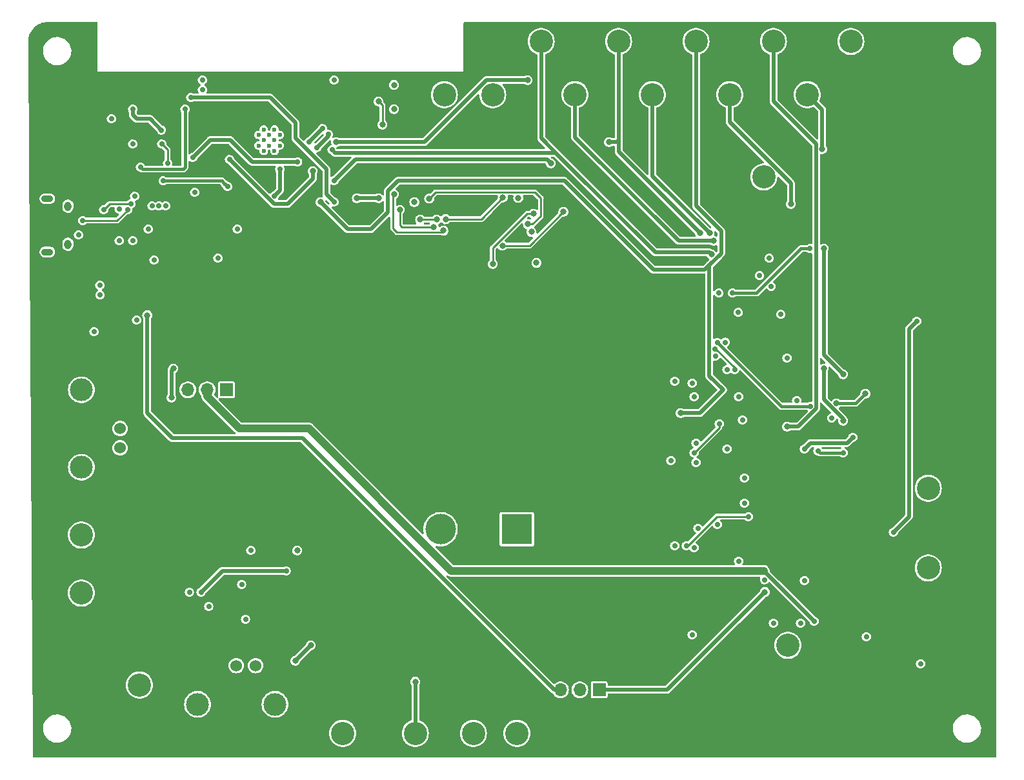
<source format=gbr>
%TF.GenerationSoftware,KiCad,Pcbnew,7.0.8*%
%TF.CreationDate,2024-01-29T15:42:30-05:00*%
%TF.ProjectId,cc_laser_supply_rev-B,63635f6c-6173-4657-925f-737570706c79,rev?*%
%TF.SameCoordinates,Original*%
%TF.FileFunction,Copper,L4,Bot*%
%TF.FilePolarity,Positive*%
%FSLAX46Y46*%
G04 Gerber Fmt 4.6, Leading zero omitted, Abs format (unit mm)*
G04 Created by KiCad (PCBNEW 7.0.8) date 2024-01-29 15:42:30*
%MOMM*%
%LPD*%
G01*
G04 APERTURE LIST*
%TA.AperFunction,ComponentPad*%
%ADD10C,3.048000*%
%TD*%
%TA.AperFunction,ComponentPad*%
%ADD11R,4.000000X4.000000*%
%TD*%
%TA.AperFunction,ComponentPad*%
%ADD12C,4.000000*%
%TD*%
%TA.AperFunction,WasherPad*%
%ADD13C,3.000000*%
%TD*%
%TA.AperFunction,ComponentPad*%
%ADD14C,1.524000*%
%TD*%
%TA.AperFunction,ComponentPad*%
%ADD15O,1.550000X0.890000*%
%TD*%
%TA.AperFunction,ComponentPad*%
%ADD16O,0.950000X1.250000*%
%TD*%
%TA.AperFunction,ComponentPad*%
%ADD17R,1.700000X1.700000*%
%TD*%
%TA.AperFunction,ComponentPad*%
%ADD18O,1.700000X1.700000*%
%TD*%
%TA.AperFunction,HeatsinkPad*%
%ADD19C,0.600000*%
%TD*%
%TA.AperFunction,ViaPad*%
%ADD20C,0.700000*%
%TD*%
%TA.AperFunction,ViaPad*%
%ADD21C,0.800000*%
%TD*%
%TA.AperFunction,Conductor*%
%ADD22C,0.254000*%
%TD*%
%TA.AperFunction,Conductor*%
%ADD23C,0.508000*%
%TD*%
%TA.AperFunction,Conductor*%
%ADD24C,0.381000*%
%TD*%
%TA.AperFunction,Conductor*%
%ADD25C,1.016000*%
%TD*%
G04 APERTURE END LIST*
D10*
%TO.P,TP15,1,1*%
%TO.N,VIN*%
X127000000Y-144145000D03*
%TD*%
%TO.P,TP9,1,1*%
%TO.N,/GaN FET and Current Sensing/sig_ext*%
X83185000Y-118110000D03*
%TD*%
%TO.P,TP21,1,1*%
%TO.N,ADC_20A*%
X173990000Y-53340000D03*
%TD*%
%TO.P,TP22,1,1*%
%TO.N,Net-(J3-In)*%
X117475000Y-144145000D03*
%TD*%
%TO.P,TP17,1,1*%
%TO.N,ADC_1A*%
X143510000Y-53340000D03*
%TD*%
%TO.P,TP16,1,1*%
%TO.N,GND*%
X134620000Y-144145000D03*
%TD*%
D11*
%TO.P,C13,1*%
%TO.N,VCAP*%
X140320499Y-117348000D03*
D12*
%TO.P,C13,2*%
%TO.N,GND*%
X130320499Y-117348000D03*
%TD*%
D10*
%TO.P,TP18,1,1*%
%TO.N,OPT_IN_ADC*%
X90805000Y-137795000D03*
%TD*%
D13*
%TO.P,J3,*%
%TO.N,*%
X98425000Y-140335000D03*
X108585000Y-140335000D03*
D14*
%TO.P,J3,1,In*%
%TO.N,Net-(J3-In)*%
X103505000Y-135255000D03*
%TO.P,J3,2,Ext*%
%TO.N,GND*%
X106045000Y-135255000D03*
%TD*%
D10*
%TO.P,TP2,1,1*%
%TO.N,SDA*%
X130810000Y-60325000D03*
%TD*%
%TO.P,TP7,1,1*%
%TO.N,Net-(D5-A)*%
X194310000Y-122428000D03*
%TD*%
%TO.P,TP14,1,1*%
%TO.N,+5V*%
X140335000Y-144145000D03*
%TD*%
%TO.P,TP19,1,1*%
%TO.N,ADC_5A*%
X153670000Y-53340000D03*
%TD*%
D13*
%TO.P,J2,*%
%TO.N,*%
X83185000Y-99060000D03*
X83185000Y-109220000D03*
D14*
%TO.P,J2,1,In*%
%TO.N,/GaN FET and Current Sensing/sig_ext*%
X88265000Y-104140000D03*
%TO.P,J2,2,Ext*%
%TO.N,GND*%
X88265000Y-106680000D03*
%TD*%
D10*
%TO.P,TP8,1,1*%
%TO.N,SENSE_1A*%
X147955000Y-60325000D03*
%TD*%
%TO.P,TP3,1,1*%
%TO.N,VCAP_EXT*%
X172720000Y-71120000D03*
%TD*%
%TO.P,TP5,1,1*%
%TO.N,/GaN FET and Current Sensing/sense_out*%
X194310000Y-111973000D03*
%TD*%
%TO.P,TP4,1,1*%
%TO.N,GND*%
X184150000Y-53340000D03*
%TD*%
%TO.P,TP20,1,1*%
%TO.N,ADC_10A*%
X163830000Y-53340000D03*
%TD*%
%TO.P,TP12,1,1*%
%TO.N,SENSE_10A*%
X168275000Y-60325000D03*
%TD*%
%TO.P,TP6,1,1*%
%TO.N,/GaN FET and Current Sensing/vgate*%
X175895000Y-132588000D03*
%TD*%
D15*
%TO.P,J1,6,Shield*%
%TO.N,unconnected-(J1-Shield-Pad6)*%
X78710000Y-73970000D03*
D16*
X81410000Y-74970000D03*
X81410000Y-79970000D03*
D15*
X78710000Y-80970000D03*
%TD*%
D10*
%TO.P,TP1,1,1*%
%TO.N,SCL*%
X137160000Y-60325000D03*
%TD*%
D17*
%TO.P,JP2,1,A*%
%TO.N,Net-(JP2-A)*%
X151130000Y-138430000D03*
D18*
%TO.P,JP2,2,C*%
%TO.N,+5V*%
X148590000Y-138430000D03*
%TO.P,JP2,3,B*%
%TO.N,VBUS*%
X146050000Y-138430000D03*
%TD*%
D10*
%TO.P,TP11,1,1*%
%TO.N,SENSE_5A*%
X158115000Y-60325000D03*
%TD*%
%TO.P,TP10,1,1*%
%TO.N,GND*%
X83185000Y-125730000D03*
%TD*%
D19*
%TO.P,U2,39,GND*%
%TO.N,GND*%
X106420000Y-65606200D03*
X108520000Y-66306200D03*
X109220000Y-67006200D03*
X107120000Y-67706200D03*
X106420000Y-67006200D03*
X107120000Y-66306200D03*
X109220000Y-65606200D03*
X107120000Y-64906200D03*
X107795000Y-65606200D03*
X108520000Y-64906200D03*
X108520000Y-67706200D03*
X107795000Y-67006200D03*
%TD*%
D10*
%TO.P,TP13,1,1*%
%TO.N,SENSE_20A*%
X178435000Y-60325000D03*
%TD*%
D17*
%TO.P,JP1,1,A*%
%TO.N,PULSE_IN*%
X102235000Y-99060000D03*
D18*
%TO.P,JP1,2,C*%
%TO.N,/GaN FET and Current Sensing/in+*%
X99695000Y-99060000D03*
%TO.P,JP1,3,B*%
%TO.N,/GaN FET and Current Sensing/sig_ext*%
X97155000Y-99060000D03*
%TD*%
D20*
%TO.N,GND*%
X105410000Y-120142000D03*
X90170000Y-73660000D03*
X116332000Y-58420000D03*
X163830000Y-108585000D03*
X166624000Y-116713000D03*
X161036000Y-97917000D03*
D21*
X141782800Y-77317600D03*
D20*
X89916000Y-79502000D03*
X186182000Y-131445000D03*
X167894000Y-96393000D03*
X104724750Y-129159000D03*
X173448000Y-81788000D03*
D21*
X111506000Y-120142000D03*
D20*
X87122000Y-63500000D03*
X173990000Y-129667000D03*
X170180000Y-113919000D03*
X193294000Y-135001000D03*
X170180000Y-110617000D03*
D21*
X126873000Y-74422000D03*
D20*
X169418000Y-121539000D03*
X174972000Y-89154000D03*
X104216750Y-124587000D03*
X103632000Y-77978000D03*
X163322000Y-131191000D03*
X169926000Y-102997000D03*
X163576000Y-119761000D03*
X173702000Y-85480500D03*
X167655260Y-92821740D03*
D21*
X142900400Y-82397600D03*
D20*
X181625260Y-102758260D03*
X84836000Y-91440000D03*
X98044000Y-73152000D03*
X161036000Y-119507000D03*
X99898750Y-127508000D03*
X166844000Y-86360000D03*
X93345000Y-74930000D03*
X169418000Y-99949000D03*
X169384000Y-88900000D03*
X97358750Y-125603000D03*
X82804000Y-78740000D03*
D21*
X128828800Y-73964800D03*
D20*
X88138000Y-79502000D03*
D21*
X140501200Y-73876600D03*
D20*
X177546000Y-129667000D03*
X163576000Y-99949000D03*
X160528000Y-108331000D03*
X177038000Y-100457000D03*
X167894000Y-106807000D03*
X99060000Y-58420000D03*
X85598000Y-85344000D03*
X90424000Y-89916000D03*
X92456000Y-74930000D03*
X94234000Y-74930000D03*
X178054000Y-124079000D03*
D21*
X142240000Y-78333600D03*
D20*
%TO.N,+3V3*%
X85624500Y-86614000D03*
X99060000Y-59690000D03*
X88138000Y-75304900D03*
X89916000Y-66802000D03*
X92710000Y-82042000D03*
X175768000Y-94869000D03*
X91948000Y-77978000D03*
D21*
X124206000Y-62230000D03*
X124206000Y-59055000D03*
D20*
X101092000Y-81788000D03*
%TO.N,+5V*%
X163322000Y-98171000D03*
X172178000Y-84074000D03*
X164084000Y-117221000D03*
X166370000Y-94615000D03*
X172820497Y-123978503D03*
X163830000Y-106045000D03*
D21*
%TO.N,VIN*%
X127000000Y-137370100D03*
D20*
%TO.N,Net-(D13-K)*%
X166339552Y-93690343D03*
X168910000Y-96393000D03*
%TO.N,ADC_1A*%
X116078000Y-67564000D03*
D21*
X165862000Y-81280000D03*
D20*
%TO.N,ADC_5A*%
X116332000Y-71628000D03*
D21*
X144780000Y-69342000D03*
X164338000Y-78486000D03*
X152400000Y-66548000D03*
%TO.N,ADC_10A*%
X114554000Y-74422000D03*
X161798000Y-102108000D03*
%TO.N,ADC_20A*%
X116586000Y-66548000D03*
X141732000Y-58420000D03*
X175768000Y-103886000D03*
D20*
X102616000Y-68834000D03*
D21*
X113538000Y-70358000D03*
%TO.N,/Buck Boost Supply/Vcc*%
X130973995Y-76664105D03*
X138480800Y-73812400D03*
D20*
%TO.N,Net-(D8-A)*%
X168622000Y-86360000D03*
X178782000Y-80518000D03*
%TO.N,Net-(D9-A)*%
X110058750Y-122809000D03*
X98882750Y-125603000D03*
%TO.N,/ESP32/RTS*%
X93726000Y-66802000D03*
X89916000Y-62230000D03*
X94488000Y-69342000D03*
X93667911Y-64965911D03*
%TO.N,/ESP32/DTR*%
X96774000Y-62230000D03*
X90932000Y-69850000D03*
D21*
%TO.N,/Buck Boost Supply/ISN*%
X138430000Y-80137000D03*
X146431000Y-75692000D03*
%TO.N,/Buck Boost Supply/ISP*%
X142494000Y-75946000D03*
X137160000Y-82550000D03*
%TO.N,SENSE_1A*%
X183134000Y-97028000D03*
X166116000Y-79502000D03*
X180594000Y-80518000D03*
%TO.N,SENSE_5A*%
X165608000Y-78486000D03*
D20*
X166624000Y-92837000D03*
X178816000Y-101219000D03*
D21*
%TO.N,SENSE_10A*%
X176276000Y-74676000D03*
D20*
%TO.N,SENSE_20A*%
X178054000Y-106807000D03*
D21*
X183134000Y-103124000D03*
X180383900Y-67467929D03*
D20*
X184404000Y-105283000D03*
D21*
X180594000Y-96266000D03*
D20*
%TO.N,Net-(D14-A)*%
X166878000Y-103505000D03*
X163576000Y-107315000D03*
D21*
%TO.N,Net-(JP2-A)*%
X172847000Y-125603000D03*
%TO.N,SCL*%
X129413000Y-77680100D03*
X124968000Y-75438000D03*
%TO.N,SDA*%
X130683000Y-78166100D03*
X124206000Y-73406000D03*
X122174000Y-61214000D03*
X122682000Y-64262000D03*
D20*
%TO.N,/ESP32/TXD0*%
X93918500Y-71628000D03*
X108484503Y-73633497D03*
X102362000Y-72390000D03*
X113030000Y-66548000D03*
X114808000Y-64770000D03*
X109220000Y-70104000D03*
%TO.N,/ESP32/RXD0*%
X115570000Y-65532000D03*
X111566161Y-69148161D03*
X97790000Y-68580000D03*
X114046000Y-67310000D03*
D21*
%TO.N,Net-(U4A--)*%
X186055000Y-99568000D03*
X182245000Y-100838000D03*
D20*
%TO.N,Net-(U4C--)*%
X179832000Y-107061000D03*
X183134000Y-107315000D03*
D21*
%TO.N,Net-(J3-In)*%
X113284000Y-132588000D03*
X111252000Y-134620000D03*
D20*
%TO.N,/ESP32/GPIO0*%
X97536000Y-60706000D03*
X116332000Y-74422000D03*
D21*
%TO.N,EN{slash}UVLO*%
X127633550Y-76731950D03*
X119336100Y-73914000D03*
X129794000Y-76708000D03*
X122174000Y-73914000D03*
%TO.N,OPT_IN_ADC*%
X94996000Y-100076000D03*
X95250000Y-96266000D03*
D20*
%TO.N,Net-(D16-A)*%
X170688000Y-115697000D03*
X162560000Y-119507000D03*
D21*
%TO.N,VBUS*%
X91821000Y-89281000D03*
D20*
%TO.N,VCAP*%
X192786000Y-90043000D03*
X189738000Y-117729000D03*
%TO.N,/ESP32/d-*%
X89243309Y-75417914D03*
X83372436Y-76853153D03*
%TO.N,/ESP32/d+*%
X86106000Y-75438000D03*
X89662000Y-74676000D03*
%TO.N,/GaN FET and Current Sensing/in+*%
X179324000Y-129413000D03*
%TD*%
D22*
%TO.N,EN{slash}UVLO*%
X127657500Y-76708000D02*
X129794000Y-76708000D01*
X127633550Y-76731950D02*
X127657500Y-76708000D01*
D23*
%TO.N,ADC_10A*%
X164970422Y-83312000D02*
X165583152Y-82699270D01*
X158242000Y-83312000D02*
X164970422Y-83312000D01*
X146558000Y-71628000D02*
X158242000Y-83312000D01*
X124714000Y-71628000D02*
X146558000Y-71628000D01*
X118110000Y-77978000D02*
X121158000Y-77978000D01*
X121158000Y-77978000D02*
X123399600Y-75736400D01*
X123399600Y-75736400D02*
X123399600Y-72942400D01*
X123399600Y-72942400D02*
X124714000Y-71628000D01*
X114554000Y-74422000D02*
X118110000Y-77978000D01*
D22*
%TO.N,GND*%
X128828800Y-73964800D02*
X129660600Y-73133000D01*
X142678200Y-73133000D02*
X143459200Y-73914000D01*
X129660600Y-73133000D02*
X142678200Y-73133000D01*
X143459200Y-73914000D02*
X143459200Y-76250800D01*
X143459200Y-76250800D02*
X142392400Y-77317600D01*
X142392400Y-77317600D02*
X141782800Y-77317600D01*
D23*
%TO.N,VIN*%
X127000000Y-137370100D02*
X127000000Y-144145000D01*
D22*
%TO.N,Net-(D13-K)*%
X168910000Y-96169520D02*
X168910000Y-96393000D01*
X166430823Y-93690343D02*
X168910000Y-96169520D01*
X166339552Y-93690343D02*
X166430823Y-93690343D01*
D23*
%TO.N,ADC_1A*%
X116459000Y-67945000D02*
X116078000Y-67564000D01*
X146431000Y-68961000D02*
X145415000Y-67945000D01*
X146431000Y-68961000D02*
X143510000Y-66040000D01*
X165608000Y-81026000D02*
X158496000Y-81026000D01*
X145415000Y-67945000D02*
X116459000Y-67945000D01*
X158496000Y-81026000D02*
X146431000Y-68961000D01*
X165862000Y-81280000D02*
X165608000Y-81026000D01*
X143510000Y-66040000D02*
X143510000Y-53340000D01*
%TO.N,ADC_5A*%
X152400000Y-66548000D02*
X153416000Y-66548000D01*
X153670000Y-66294000D02*
X153670000Y-53340000D01*
X119126000Y-68834000D02*
X144272000Y-68834000D01*
X144272000Y-68834000D02*
X144780000Y-69342000D01*
X153416000Y-66548000D02*
X153670000Y-66294000D01*
X164338000Y-78486000D02*
X153670000Y-67818000D01*
X116332000Y-71628000D02*
X119126000Y-68834000D01*
X153670000Y-67818000D02*
X153670000Y-66294000D01*
%TO.N,ADC_10A*%
X161798000Y-102108000D02*
X164338000Y-102108000D01*
X164338000Y-102108000D02*
X167386000Y-99060000D01*
X167386000Y-99060000D02*
X165583152Y-97257152D01*
X167132000Y-81150422D02*
X167132000Y-78232000D01*
X165583152Y-97257152D02*
X165583152Y-82699270D01*
X165583152Y-82699270D02*
X167132000Y-81150422D01*
X167132000Y-78232000D02*
X163830000Y-74930000D01*
X163830000Y-74930000D02*
X163830000Y-53340000D01*
%TO.N,ADC_20A*%
X108458000Y-74676000D02*
X110236000Y-74676000D01*
X113538000Y-71374000D02*
X113538000Y-70358000D01*
X179578000Y-66802000D02*
X173990000Y-61214000D01*
X102616000Y-68834000D02*
X108458000Y-74676000D01*
X128207000Y-66548000D02*
X136360400Y-58394600D01*
X175768000Y-103886000D02*
X177218712Y-103886000D01*
X116586000Y-66548000D02*
X128207000Y-66548000D01*
X177218712Y-103886000D02*
X179578000Y-101526712D01*
X173990000Y-61214000D02*
X173990000Y-53340000D01*
X110236000Y-74676000D02*
X113538000Y-71374000D01*
X179578000Y-101526712D02*
X179578000Y-66802000D01*
X141706600Y-58394600D02*
X141732000Y-58420000D01*
X136360400Y-58394600D02*
X141706600Y-58394600D01*
D22*
%TO.N,/Buck Boost Supply/Vcc*%
X130973995Y-76664105D02*
X135629095Y-76664105D01*
X135629095Y-76664105D02*
X138480800Y-73812400D01*
D24*
%TO.N,Net-(D8-A)*%
X177617274Y-80518000D02*
X178782000Y-80518000D01*
X168622000Y-86360000D02*
X171775274Y-86360000D01*
X171775274Y-86360000D02*
X177617274Y-80518000D01*
D23*
%TO.N,Net-(D9-A)*%
X110058750Y-122809000D02*
X101676750Y-122809000D01*
X101676750Y-122809000D02*
X98882750Y-125603000D01*
D22*
%TO.N,/ESP32/RTS*%
X94488000Y-69342000D02*
X94488000Y-67564000D01*
X94488000Y-67564000D02*
X93726000Y-66802000D01*
D23*
X90424000Y-63500000D02*
X89916000Y-62992000D01*
X89916000Y-62992000D02*
X89916000Y-62230000D01*
X93667911Y-64965911D02*
X92202000Y-63500000D01*
X92202000Y-63500000D02*
X90424000Y-63500000D01*
D24*
%TO.N,/ESP32/DTR*%
X91186000Y-70104000D02*
X96520000Y-70104000D01*
X90932000Y-69850000D02*
X91186000Y-70104000D01*
X96774000Y-69850000D02*
X96774000Y-62230000D01*
X96520000Y-70104000D02*
X96774000Y-69850000D01*
D22*
%TO.N,/Buck Boost Supply/ISN*%
X138430000Y-80137000D02*
X141986000Y-80137000D01*
X141986000Y-80137000D02*
X146431000Y-75692000D01*
%TO.N,/Buck Boost Supply/ISP*%
X137160000Y-82550000D02*
X137160000Y-80446183D01*
X141660183Y-75946000D02*
X142494000Y-75946000D01*
X137160000Y-80446183D02*
X141660183Y-75946000D01*
D23*
%TO.N,SENSE_1A*%
X147955000Y-65913000D02*
X147955000Y-60325000D01*
X161544000Y-79502000D02*
X147955000Y-65913000D01*
X180594000Y-80518000D02*
X180594000Y-94488000D01*
X180594000Y-94488000D02*
X183134000Y-97028000D01*
X166116000Y-79502000D02*
X161544000Y-79502000D01*
D24*
%TO.N,SENSE_5A*%
X178816000Y-101219000D02*
X175006000Y-101219000D01*
D23*
X165608000Y-78486000D02*
X158115000Y-70993000D01*
X158115000Y-70993000D02*
X158115000Y-60325000D01*
D24*
X175006000Y-101219000D02*
X166624000Y-92837000D01*
D23*
%TO.N,SENSE_10A*%
X168275000Y-63945000D02*
X168275000Y-60325000D01*
X176276000Y-71946000D02*
X168275000Y-63945000D01*
X176276000Y-74676000D02*
X176276000Y-71946000D01*
%TO.N,SENSE_20A*%
X183134000Y-103124000D02*
X183134000Y-102867422D01*
X178054000Y-106807000D02*
X178816000Y-106045000D01*
X183134000Y-102867422D02*
X180594000Y-100327422D01*
X178816000Y-106045000D02*
X183642000Y-106045000D01*
X180383900Y-67467929D02*
X180383900Y-62273900D01*
X183642000Y-106045000D02*
X184404000Y-105283000D01*
X180594000Y-100327422D02*
X180594000Y-96266000D01*
X180383900Y-62273900D02*
X178435000Y-60325000D01*
D22*
%TO.N,Net-(D14-A)*%
X166878000Y-104013000D02*
X166878000Y-103505000D01*
X163576000Y-107315000D02*
X166878000Y-104013000D01*
D23*
%TO.N,Net-(JP2-A)*%
X160020000Y-138430000D02*
X172847000Y-125603000D01*
X151130000Y-138430000D02*
X160020000Y-138430000D01*
D22*
%TO.N,SCL*%
X124968000Y-77470000D02*
X125222000Y-77724000D01*
X124968000Y-75438000D02*
X124968000Y-77470000D01*
X125222000Y-77724000D02*
X129369100Y-77724000D01*
X129369100Y-77724000D02*
X129413000Y-77680100D01*
%TO.N,SDA*%
X122682000Y-64262000D02*
X122682000Y-61722000D01*
X124079000Y-77851000D02*
X124587000Y-78359000D01*
X124206000Y-73406000D02*
X124079000Y-73533000D01*
X124079000Y-73533000D02*
X124079000Y-77851000D01*
X124587000Y-78359000D02*
X130490100Y-78359000D01*
X130490100Y-78359000D02*
X130683000Y-78166100D01*
X122682000Y-61722000D02*
X122174000Y-61214000D01*
D24*
%TO.N,/ESP32/TXD0*%
X101990500Y-72018500D02*
X101600000Y-71628000D01*
D23*
X109220000Y-72898000D02*
X109220000Y-70104000D01*
X108484503Y-73633497D02*
X109220000Y-72898000D01*
X114808000Y-64770000D02*
X113030000Y-66548000D01*
X102362000Y-72390000D02*
X101990500Y-72018500D01*
D24*
X101600000Y-71628000D02*
X93918500Y-71628000D01*
D23*
%TO.N,/ESP32/RXD0*%
X105591189Y-69148161D02*
X102737028Y-66294000D01*
X115570000Y-65532000D02*
X115570000Y-65786000D01*
X100076000Y-66294000D02*
X102737028Y-66294000D01*
X100076000Y-66294000D02*
X97790000Y-68580000D01*
X115570000Y-65786000D02*
X114046000Y-67310000D01*
X111566161Y-69148161D02*
X105591189Y-69148161D01*
D24*
%TO.N,Net-(U4A--)*%
X182245000Y-100838000D02*
X184785000Y-100838000D01*
X184785000Y-100838000D02*
X186055000Y-99568000D01*
%TO.N,Net-(U4C--)*%
X179832000Y-107061000D02*
X180086000Y-107315000D01*
X180086000Y-107315000D02*
X183134000Y-107315000D01*
D23*
%TO.N,Net-(J3-In)*%
X113284000Y-132588000D02*
X111252000Y-134620000D01*
%TO.N,/ESP32/GPIO0*%
X107950000Y-60706000D02*
X111252000Y-64008000D01*
X115316000Y-73406000D02*
X116332000Y-74422000D01*
X111252000Y-64008000D02*
X111252000Y-66040000D01*
X111252000Y-66040000D02*
X115316000Y-70104000D01*
X97536000Y-60706000D02*
X107950000Y-60706000D01*
X115316000Y-70104000D02*
X115316000Y-73406000D01*
%TO.N,EN{slash}UVLO*%
X122174000Y-73914000D02*
X119336100Y-73914000D01*
%TO.N,OPT_IN_ADC*%
X94996000Y-100076000D02*
X94996000Y-96520000D01*
X94996000Y-96520000D02*
X95250000Y-96266000D01*
D22*
%TO.N,Net-(D16-A)*%
X166565423Y-115697000D02*
X170688000Y-115697000D01*
X162755423Y-119507000D02*
X166565423Y-115697000D01*
X162560000Y-119507000D02*
X162755423Y-119507000D01*
D23*
%TO.N,VBUS*%
X146050000Y-138430000D02*
X145200000Y-138430000D01*
X91821000Y-102108000D02*
X91821000Y-89281000D01*
X112180000Y-105410000D02*
X95123000Y-105410000D01*
X145200000Y-138430000D02*
X112180000Y-105410000D01*
X95123000Y-105410000D02*
X91821000Y-102108000D01*
%TO.N,VCAP*%
X191770000Y-91059000D02*
X192786000Y-90043000D01*
X189738000Y-117729000D02*
X191770000Y-115697000D01*
X191770000Y-115697000D02*
X191770000Y-91059000D01*
D22*
%TO.N,/ESP32/d-*%
X89243309Y-75476798D02*
X87866954Y-76853153D01*
X87866954Y-76853153D02*
X83372436Y-76853153D01*
X89243309Y-75417914D02*
X89243309Y-75476798D01*
%TO.N,/ESP32/d+*%
X86868000Y-74676000D02*
X89662000Y-74676000D01*
X86106000Y-75438000D02*
X86868000Y-74676000D01*
D25*
%TO.N,/GaN FET and Current Sensing/in+*%
X131699000Y-122809000D02*
X113030000Y-104140000D01*
X103929656Y-104140000D02*
X99695000Y-99905344D01*
D23*
X172720000Y-122809000D02*
X179324000Y-129413000D01*
D25*
X113030000Y-104140000D02*
X103929656Y-104140000D01*
X99695000Y-99905344D02*
X99695000Y-99060000D01*
X172720000Y-122809000D02*
X131699000Y-122809000D01*
%TD*%
%TA.AperFunction,NonConductor*%
G36*
X85263039Y-50820185D02*
G01*
X85308794Y-50872989D01*
X85320000Y-50924500D01*
X85320000Y-57286200D01*
X133320000Y-57286200D01*
X133320000Y-50924500D01*
X133339685Y-50857461D01*
X133392489Y-50811706D01*
X133444000Y-50800500D01*
X203075500Y-50800500D01*
X203142539Y-50820185D01*
X203188294Y-50872989D01*
X203199500Y-50924500D01*
X203199500Y-147195500D01*
X203179815Y-147262539D01*
X203127011Y-147308294D01*
X203075500Y-147319500D01*
X76958184Y-147319500D01*
X76891145Y-147299815D01*
X76845390Y-147247011D01*
X76834187Y-147196316D01*
X76810381Y-143577763D01*
X78155787Y-143577763D01*
X78185413Y-143847013D01*
X78185415Y-143847024D01*
X78253926Y-144109082D01*
X78253928Y-144109088D01*
X78359870Y-144358390D01*
X78391498Y-144410214D01*
X78500979Y-144589605D01*
X78500986Y-144589615D01*
X78674253Y-144797819D01*
X78674259Y-144797824D01*
X78875998Y-144978582D01*
X79101910Y-145128044D01*
X79347176Y-145243020D01*
X79347183Y-145243022D01*
X79347185Y-145243023D01*
X79606557Y-145321057D01*
X79606564Y-145321058D01*
X79606569Y-145321060D01*
X79874561Y-145360500D01*
X79874566Y-145360500D01*
X80077636Y-145360500D01*
X80129133Y-145356730D01*
X80280156Y-145345677D01*
X80392758Y-145320593D01*
X80544546Y-145286782D01*
X80544548Y-145286781D01*
X80544553Y-145286780D01*
X80797558Y-145190014D01*
X81033777Y-145057441D01*
X81248177Y-144891888D01*
X81436186Y-144696881D01*
X81593799Y-144476579D01*
X81667787Y-144332669D01*
X81717649Y-144235690D01*
X81717651Y-144235684D01*
X81717656Y-144235675D01*
X81748589Y-144145004D01*
X115695524Y-144145004D01*
X115715398Y-144410214D01*
X115730546Y-144476580D01*
X115774581Y-144669510D01*
X115871748Y-144917086D01*
X116004728Y-145147415D01*
X116115868Y-145286780D01*
X116170555Y-145355355D01*
X116354599Y-145526122D01*
X116365515Y-145536250D01*
X116585262Y-145686071D01*
X116824880Y-145801465D01*
X116824881Y-145801465D01*
X116824884Y-145801467D01*
X117079029Y-145879861D01*
X117079030Y-145879861D01*
X117079033Y-145879862D01*
X117342012Y-145919499D01*
X117342017Y-145919499D01*
X117342020Y-145919500D01*
X117342021Y-145919500D01*
X117607979Y-145919500D01*
X117607980Y-145919500D01*
X117607987Y-145919499D01*
X117870966Y-145879862D01*
X117870967Y-145879861D01*
X117870971Y-145879861D01*
X118125116Y-145801467D01*
X118364738Y-145686071D01*
X118584485Y-145536250D01*
X118779448Y-145355351D01*
X118945272Y-145147415D01*
X119078252Y-144917086D01*
X119175419Y-144669510D01*
X119234601Y-144410217D01*
X119254476Y-144145004D01*
X125220524Y-144145004D01*
X125240398Y-144410214D01*
X125255546Y-144476580D01*
X125299581Y-144669510D01*
X125396748Y-144917086D01*
X125529728Y-145147415D01*
X125640868Y-145286780D01*
X125695555Y-145355355D01*
X125879599Y-145526122D01*
X125890515Y-145536250D01*
X126110262Y-145686071D01*
X126349880Y-145801465D01*
X126349881Y-145801465D01*
X126349884Y-145801467D01*
X126604029Y-145879861D01*
X126604030Y-145879861D01*
X126604033Y-145879862D01*
X126867012Y-145919499D01*
X126867017Y-145919499D01*
X126867020Y-145919500D01*
X126867021Y-145919500D01*
X127132979Y-145919500D01*
X127132980Y-145919500D01*
X127132987Y-145919499D01*
X127395966Y-145879862D01*
X127395967Y-145879861D01*
X127395971Y-145879861D01*
X127650116Y-145801467D01*
X127889738Y-145686071D01*
X128109485Y-145536250D01*
X128304448Y-145355351D01*
X128470272Y-145147415D01*
X128603252Y-144917086D01*
X128700419Y-144669510D01*
X128759601Y-144410217D01*
X128779476Y-144145004D01*
X132840524Y-144145004D01*
X132860398Y-144410214D01*
X132875546Y-144476580D01*
X132919581Y-144669510D01*
X133016748Y-144917086D01*
X133149728Y-145147415D01*
X133260868Y-145286780D01*
X133315555Y-145355355D01*
X133499599Y-145526122D01*
X133510515Y-145536250D01*
X133730262Y-145686071D01*
X133969880Y-145801465D01*
X133969881Y-145801465D01*
X133969884Y-145801467D01*
X134224029Y-145879861D01*
X134224030Y-145879861D01*
X134224033Y-145879862D01*
X134487012Y-145919499D01*
X134487017Y-145919499D01*
X134487020Y-145919500D01*
X134487021Y-145919500D01*
X134752979Y-145919500D01*
X134752980Y-145919500D01*
X134752987Y-145919499D01*
X135015966Y-145879862D01*
X135015967Y-145879861D01*
X135015971Y-145879861D01*
X135270116Y-145801467D01*
X135509738Y-145686071D01*
X135729485Y-145536250D01*
X135924448Y-145355351D01*
X136090272Y-145147415D01*
X136223252Y-144917086D01*
X136320419Y-144669510D01*
X136379601Y-144410217D01*
X136399476Y-144145004D01*
X138555524Y-144145004D01*
X138575398Y-144410214D01*
X138590546Y-144476580D01*
X138634581Y-144669510D01*
X138731748Y-144917086D01*
X138864728Y-145147415D01*
X138975868Y-145286780D01*
X139030555Y-145355355D01*
X139214599Y-145526122D01*
X139225515Y-145536250D01*
X139445262Y-145686071D01*
X139684880Y-145801465D01*
X139684881Y-145801465D01*
X139684884Y-145801467D01*
X139939029Y-145879861D01*
X139939030Y-145879861D01*
X139939033Y-145879862D01*
X140202012Y-145919499D01*
X140202017Y-145919499D01*
X140202020Y-145919500D01*
X140202021Y-145919500D01*
X140467979Y-145919500D01*
X140467980Y-145919500D01*
X140467987Y-145919499D01*
X140730966Y-145879862D01*
X140730967Y-145879861D01*
X140730971Y-145879861D01*
X140985116Y-145801467D01*
X141224738Y-145686071D01*
X141444485Y-145536250D01*
X141639448Y-145355351D01*
X141805272Y-145147415D01*
X141938252Y-144917086D01*
X142035419Y-144669510D01*
X142094601Y-144410217D01*
X142114476Y-144145000D01*
X142111784Y-144109082D01*
X142094601Y-143879785D01*
X142087124Y-143847024D01*
X142035419Y-143620490D01*
X142018650Y-143577763D01*
X197535787Y-143577763D01*
X197565413Y-143847013D01*
X197565415Y-143847024D01*
X197633926Y-144109082D01*
X197633928Y-144109088D01*
X197739870Y-144358390D01*
X197771498Y-144410214D01*
X197880979Y-144589605D01*
X197880986Y-144589615D01*
X198054253Y-144797819D01*
X198054259Y-144797824D01*
X198255998Y-144978582D01*
X198481910Y-145128044D01*
X198727176Y-145243020D01*
X198727183Y-145243022D01*
X198727185Y-145243023D01*
X198986557Y-145321057D01*
X198986564Y-145321058D01*
X198986569Y-145321060D01*
X199254561Y-145360500D01*
X199254566Y-145360500D01*
X199457636Y-145360500D01*
X199509133Y-145356730D01*
X199660156Y-145345677D01*
X199772758Y-145320593D01*
X199924546Y-145286782D01*
X199924548Y-145286781D01*
X199924553Y-145286780D01*
X200177558Y-145190014D01*
X200413777Y-145057441D01*
X200628177Y-144891888D01*
X200816186Y-144696881D01*
X200973799Y-144476579D01*
X201047787Y-144332669D01*
X201097649Y-144235690D01*
X201097651Y-144235684D01*
X201097656Y-144235675D01*
X201185118Y-143979305D01*
X201234319Y-143712933D01*
X201244212Y-143442235D01*
X201214586Y-143172982D01*
X201146072Y-142910912D01*
X201040130Y-142661610D01*
X200899018Y-142430390D01*
X200882163Y-142410137D01*
X200725746Y-142222180D01*
X200725740Y-142222175D01*
X200524002Y-142041418D01*
X200298092Y-141891957D01*
X200298090Y-141891956D01*
X200052824Y-141776980D01*
X200052819Y-141776978D01*
X200052814Y-141776976D01*
X199793442Y-141698942D01*
X199793428Y-141698939D01*
X199677791Y-141681921D01*
X199525439Y-141659500D01*
X199322369Y-141659500D01*
X199322364Y-141659500D01*
X199119844Y-141674323D01*
X199119831Y-141674325D01*
X198855453Y-141733217D01*
X198855446Y-141733220D01*
X198602439Y-141829987D01*
X198366226Y-141962557D01*
X198151822Y-142128112D01*
X197963822Y-142323109D01*
X197963816Y-142323116D01*
X197806202Y-142543419D01*
X197806199Y-142543424D01*
X197682350Y-142784309D01*
X197682343Y-142784327D01*
X197594884Y-143040685D01*
X197594881Y-143040699D01*
X197545681Y-143307068D01*
X197545680Y-143307075D01*
X197535787Y-143577763D01*
X142018650Y-143577763D01*
X141938252Y-143372914D01*
X141805272Y-143142585D01*
X141639448Y-142934649D01*
X141639447Y-142934648D01*
X141639444Y-142934644D01*
X141444485Y-142753750D01*
X141309340Y-142661610D01*
X141224738Y-142603929D01*
X141224734Y-142603927D01*
X141224731Y-142603925D01*
X141224729Y-142603924D01*
X140985118Y-142488534D01*
X140985120Y-142488534D01*
X140730972Y-142410139D01*
X140730966Y-142410137D01*
X140467987Y-142370500D01*
X140467980Y-142370500D01*
X140202020Y-142370500D01*
X140202012Y-142370500D01*
X139939033Y-142410137D01*
X139939027Y-142410139D01*
X139684880Y-142488534D01*
X139445270Y-142603924D01*
X139445268Y-142603925D01*
X139225514Y-142753750D01*
X139030555Y-142934644D01*
X138864728Y-143142585D01*
X138731748Y-143372913D01*
X138634583Y-143620484D01*
X138634578Y-143620501D01*
X138575398Y-143879785D01*
X138555524Y-144144995D01*
X138555524Y-144145004D01*
X136399476Y-144145004D01*
X136399476Y-144145000D01*
X136396784Y-144109082D01*
X136379601Y-143879785D01*
X136372124Y-143847024D01*
X136320419Y-143620490D01*
X136223252Y-143372914D01*
X136090272Y-143142585D01*
X135924448Y-142934649D01*
X135924447Y-142934648D01*
X135924444Y-142934644D01*
X135729485Y-142753750D01*
X135594340Y-142661610D01*
X135509738Y-142603929D01*
X135509734Y-142603927D01*
X135509731Y-142603925D01*
X135509729Y-142603924D01*
X135270118Y-142488534D01*
X135270120Y-142488534D01*
X135015972Y-142410139D01*
X135015966Y-142410137D01*
X134752987Y-142370500D01*
X134752980Y-142370500D01*
X134487020Y-142370500D01*
X134487012Y-142370500D01*
X134224033Y-142410137D01*
X134224027Y-142410139D01*
X133969880Y-142488534D01*
X133730270Y-142603924D01*
X133730268Y-142603925D01*
X133510514Y-142753750D01*
X133315555Y-142934644D01*
X133149728Y-143142585D01*
X133016748Y-143372913D01*
X132919583Y-143620484D01*
X132919578Y-143620501D01*
X132860398Y-143879785D01*
X132840524Y-144144995D01*
X132840524Y-144145004D01*
X128779476Y-144145004D01*
X128779476Y-144145000D01*
X128776784Y-144109082D01*
X128759601Y-143879785D01*
X128752124Y-143847024D01*
X128700419Y-143620490D01*
X128603252Y-143372914D01*
X128470272Y-143142585D01*
X128304448Y-142934649D01*
X128304447Y-142934648D01*
X128304444Y-142934644D01*
X128109485Y-142753750D01*
X127974340Y-142661610D01*
X127889738Y-142603929D01*
X127889734Y-142603927D01*
X127889731Y-142603925D01*
X127889729Y-142603924D01*
X127650117Y-142488533D01*
X127591950Y-142470591D01*
X127533691Y-142432020D01*
X127505533Y-142368075D01*
X127504500Y-142352100D01*
X127504500Y-137822962D01*
X127524185Y-137755923D01*
X127526450Y-137752522D01*
X127547463Y-137722080D01*
X127580220Y-137674623D01*
X127636237Y-137526918D01*
X127655278Y-137370100D01*
X127636237Y-137213282D01*
X127580220Y-137065577D01*
X127490483Y-136935570D01*
X127372240Y-136830817D01*
X127372238Y-136830816D01*
X127372237Y-136830815D01*
X127232365Y-136757403D01*
X127078986Y-136719600D01*
X127078985Y-136719600D01*
X126921015Y-136719600D01*
X126921014Y-136719600D01*
X126767634Y-136757403D01*
X126627762Y-136830815D01*
X126509516Y-136935571D01*
X126419781Y-137065575D01*
X126419780Y-137065576D01*
X126363762Y-137213281D01*
X126344722Y-137370099D01*
X126344722Y-137370100D01*
X126363762Y-137526918D01*
X126419780Y-137674623D01*
X126419780Y-137674624D01*
X126473550Y-137752522D01*
X126495433Y-137818876D01*
X126495500Y-137822962D01*
X126495500Y-142352100D01*
X126475815Y-142419139D01*
X126423011Y-142464894D01*
X126408050Y-142470591D01*
X126349882Y-142488533D01*
X126110270Y-142603924D01*
X126110268Y-142603925D01*
X125890514Y-142753750D01*
X125695555Y-142934644D01*
X125529728Y-143142585D01*
X125396748Y-143372913D01*
X125299583Y-143620484D01*
X125299578Y-143620501D01*
X125240398Y-143879785D01*
X125220524Y-144144995D01*
X125220524Y-144145004D01*
X119254476Y-144145004D01*
X119254476Y-144145000D01*
X119251784Y-144109082D01*
X119234601Y-143879785D01*
X119227124Y-143847024D01*
X119175419Y-143620490D01*
X119078252Y-143372914D01*
X118945272Y-143142585D01*
X118779448Y-142934649D01*
X118779447Y-142934648D01*
X118779444Y-142934644D01*
X118584485Y-142753750D01*
X118449340Y-142661610D01*
X118364738Y-142603929D01*
X118364734Y-142603927D01*
X118364731Y-142603925D01*
X118364729Y-142603924D01*
X118125118Y-142488534D01*
X118125120Y-142488534D01*
X117870972Y-142410139D01*
X117870966Y-142410137D01*
X117607987Y-142370500D01*
X117607980Y-142370500D01*
X117342020Y-142370500D01*
X117342012Y-142370500D01*
X117079033Y-142410137D01*
X117079027Y-142410139D01*
X116824880Y-142488534D01*
X116585270Y-142603924D01*
X116585268Y-142603925D01*
X116365514Y-142753750D01*
X116170555Y-142934644D01*
X116004728Y-143142585D01*
X115871748Y-143372913D01*
X115774583Y-143620484D01*
X115774578Y-143620501D01*
X115715398Y-143879785D01*
X115695524Y-144144995D01*
X115695524Y-144145004D01*
X81748589Y-144145004D01*
X81805118Y-143979305D01*
X81854319Y-143712933D01*
X81864212Y-143442235D01*
X81834586Y-143172982D01*
X81766072Y-142910912D01*
X81660130Y-142661610D01*
X81519018Y-142430390D01*
X81502163Y-142410137D01*
X81345746Y-142222180D01*
X81345740Y-142222175D01*
X81144002Y-142041418D01*
X80918092Y-141891957D01*
X80918090Y-141891956D01*
X80672824Y-141776980D01*
X80672819Y-141776978D01*
X80672814Y-141776976D01*
X80413442Y-141698942D01*
X80413428Y-141698939D01*
X80297791Y-141681921D01*
X80145439Y-141659500D01*
X79942369Y-141659500D01*
X79942364Y-141659500D01*
X79739844Y-141674323D01*
X79739831Y-141674325D01*
X79475453Y-141733217D01*
X79475446Y-141733220D01*
X79222439Y-141829987D01*
X78986226Y-141962557D01*
X78771822Y-142128112D01*
X78583822Y-142323109D01*
X78583816Y-142323116D01*
X78426202Y-142543419D01*
X78426199Y-142543424D01*
X78302350Y-142784309D01*
X78302343Y-142784327D01*
X78214884Y-143040685D01*
X78214881Y-143040699D01*
X78165681Y-143307068D01*
X78165680Y-143307075D01*
X78155787Y-143577763D01*
X76810381Y-143577763D01*
X76789047Y-140335004D01*
X96669592Y-140335004D01*
X96689196Y-140596620D01*
X96689197Y-140596625D01*
X96747576Y-140852402D01*
X96747578Y-140852411D01*
X96747580Y-140852416D01*
X96843432Y-141096643D01*
X96974614Y-141323857D01*
X97106736Y-141489533D01*
X97138198Y-141528985D01*
X97278861Y-141659500D01*
X97330521Y-141707433D01*
X97547296Y-141855228D01*
X97547301Y-141855230D01*
X97547302Y-141855231D01*
X97547303Y-141855232D01*
X97672843Y-141915688D01*
X97783673Y-141969061D01*
X97783674Y-141969061D01*
X97783677Y-141969063D01*
X98034385Y-142046396D01*
X98293818Y-142085500D01*
X98556182Y-142085500D01*
X98815615Y-142046396D01*
X99066323Y-141969063D01*
X99302704Y-141855228D01*
X99519479Y-141707433D01*
X99711805Y-141528981D01*
X99875386Y-141323857D01*
X100006568Y-141096643D01*
X100102420Y-140852416D01*
X100160802Y-140596630D01*
X100180408Y-140335004D01*
X106829592Y-140335004D01*
X106849196Y-140596620D01*
X106849197Y-140596625D01*
X106907576Y-140852402D01*
X106907578Y-140852411D01*
X106907580Y-140852416D01*
X107003432Y-141096643D01*
X107134614Y-141323857D01*
X107266736Y-141489533D01*
X107298198Y-141528985D01*
X107438861Y-141659500D01*
X107490521Y-141707433D01*
X107707296Y-141855228D01*
X107707301Y-141855230D01*
X107707302Y-141855231D01*
X107707303Y-141855232D01*
X107832843Y-141915688D01*
X107943673Y-141969061D01*
X107943674Y-141969061D01*
X107943677Y-141969063D01*
X108194385Y-142046396D01*
X108453818Y-142085500D01*
X108716182Y-142085500D01*
X108975615Y-142046396D01*
X109226323Y-141969063D01*
X109462704Y-141855228D01*
X109679479Y-141707433D01*
X109871805Y-141528981D01*
X110035386Y-141323857D01*
X110166568Y-141096643D01*
X110262420Y-140852416D01*
X110320802Y-140596630D01*
X110340408Y-140335000D01*
X110320802Y-140073370D01*
X110262420Y-139817584D01*
X110166568Y-139573357D01*
X110035386Y-139346143D01*
X109871805Y-139141019D01*
X109871804Y-139141018D01*
X109871801Y-139141014D01*
X109679479Y-138962567D01*
X109462704Y-138814772D01*
X109462700Y-138814770D01*
X109462697Y-138814768D01*
X109462696Y-138814767D01*
X109226325Y-138700938D01*
X109226327Y-138700938D01*
X108975623Y-138623606D01*
X108975619Y-138623605D01*
X108975615Y-138623604D01*
X108850823Y-138604794D01*
X108716187Y-138584500D01*
X108716182Y-138584500D01*
X108453818Y-138584500D01*
X108453812Y-138584500D01*
X108292247Y-138608853D01*
X108194385Y-138623604D01*
X108194382Y-138623605D01*
X108194376Y-138623606D01*
X107943673Y-138700938D01*
X107707303Y-138814767D01*
X107707302Y-138814768D01*
X107490520Y-138962567D01*
X107298198Y-139141014D01*
X107134614Y-139346143D01*
X107003432Y-139573356D01*
X106907582Y-139817578D01*
X106907576Y-139817597D01*
X106849197Y-140073374D01*
X106849196Y-140073379D01*
X106829592Y-140334995D01*
X106829592Y-140335004D01*
X100180408Y-140335004D01*
X100180408Y-140335000D01*
X100160802Y-140073370D01*
X100102420Y-139817584D01*
X100006568Y-139573357D01*
X99875386Y-139346143D01*
X99711805Y-139141019D01*
X99711804Y-139141018D01*
X99711801Y-139141014D01*
X99519479Y-138962567D01*
X99302704Y-138814772D01*
X99302700Y-138814770D01*
X99302697Y-138814768D01*
X99302696Y-138814767D01*
X99066325Y-138700938D01*
X99066327Y-138700938D01*
X98815623Y-138623606D01*
X98815619Y-138623605D01*
X98815615Y-138623604D01*
X98690823Y-138604794D01*
X98556187Y-138584500D01*
X98556182Y-138584500D01*
X98293818Y-138584500D01*
X98293812Y-138584500D01*
X98132247Y-138608853D01*
X98034385Y-138623604D01*
X98034382Y-138623605D01*
X98034376Y-138623606D01*
X97783673Y-138700938D01*
X97547303Y-138814767D01*
X97547302Y-138814768D01*
X97330520Y-138962567D01*
X97138198Y-139141014D01*
X96974614Y-139346143D01*
X96843432Y-139573356D01*
X96747582Y-139817578D01*
X96747576Y-139817597D01*
X96689197Y-140073374D01*
X96689196Y-140073379D01*
X96669592Y-140334995D01*
X96669592Y-140335004D01*
X76789047Y-140335004D01*
X76772336Y-137795004D01*
X89025524Y-137795004D01*
X89045398Y-138060214D01*
X89045399Y-138060217D01*
X89104581Y-138319510D01*
X89201748Y-138567086D01*
X89334728Y-138797415D01*
X89452987Y-138945706D01*
X89500555Y-139005355D01*
X89682937Y-139174579D01*
X89695515Y-139186250D01*
X89915262Y-139336071D01*
X90154880Y-139451465D01*
X90154881Y-139451465D01*
X90154884Y-139451467D01*
X90409029Y-139529861D01*
X90409030Y-139529861D01*
X90409033Y-139529862D01*
X90672012Y-139569499D01*
X90672017Y-139569499D01*
X90672020Y-139569500D01*
X90672021Y-139569500D01*
X90937979Y-139569500D01*
X90937980Y-139569500D01*
X90937987Y-139569499D01*
X91200966Y-139529862D01*
X91200967Y-139529861D01*
X91200971Y-139529861D01*
X91455116Y-139451467D01*
X91694738Y-139336071D01*
X91914485Y-139186250D01*
X92109448Y-139005351D01*
X92275272Y-138797415D01*
X92408252Y-138567086D01*
X92505419Y-138319510D01*
X92564601Y-138060217D01*
X92584476Y-137795000D01*
X92579011Y-137722080D01*
X92566515Y-137555321D01*
X92564601Y-137529783D01*
X92505419Y-137270490D01*
X92408252Y-137022914D01*
X92275272Y-136792585D01*
X92109448Y-136584649D01*
X92109447Y-136584648D01*
X92109444Y-136584644D01*
X91914485Y-136403750D01*
X91694738Y-136253929D01*
X91694734Y-136253927D01*
X91694731Y-136253925D01*
X91694729Y-136253924D01*
X91455118Y-136138534D01*
X91455120Y-136138534D01*
X91200972Y-136060139D01*
X91200966Y-136060137D01*
X90937987Y-136020500D01*
X90937980Y-136020500D01*
X90672020Y-136020500D01*
X90672012Y-136020500D01*
X90409033Y-136060137D01*
X90409027Y-136060139D01*
X90154880Y-136138534D01*
X89915270Y-136253924D01*
X89915268Y-136253925D01*
X89695514Y-136403750D01*
X89500555Y-136584644D01*
X89334728Y-136792585D01*
X89201748Y-137022913D01*
X89104583Y-137270484D01*
X89104578Y-137270501D01*
X89045398Y-137529785D01*
X89025524Y-137794995D01*
X89025524Y-137795004D01*
X76772336Y-137795004D01*
X76755625Y-135255000D01*
X102487601Y-135255000D01*
X102507149Y-135453481D01*
X102507149Y-135453483D01*
X102507150Y-135453485D01*
X102553622Y-135606682D01*
X102565048Y-135644348D01*
X102659060Y-135820231D01*
X102659065Y-135820238D01*
X102785589Y-135974410D01*
X102892875Y-136062456D01*
X102939763Y-136100936D01*
X102939766Y-136100937D01*
X102939768Y-136100939D01*
X103115651Y-136194951D01*
X103115654Y-136194951D01*
X103115658Y-136194954D01*
X103306515Y-136252850D01*
X103505000Y-136272399D01*
X103703485Y-136252850D01*
X103894342Y-136194954D01*
X104070237Y-136100936D01*
X104224410Y-135974410D01*
X104350936Y-135820237D01*
X104444954Y-135644342D01*
X104502850Y-135453485D01*
X104522399Y-135255000D01*
X105027601Y-135255000D01*
X105047149Y-135453481D01*
X105047149Y-135453483D01*
X105047150Y-135453485D01*
X105093622Y-135606682D01*
X105105048Y-135644348D01*
X105199060Y-135820231D01*
X105199065Y-135820238D01*
X105325589Y-135974410D01*
X105432875Y-136062456D01*
X105479763Y-136100936D01*
X105479766Y-136100937D01*
X105479768Y-136100939D01*
X105655651Y-136194951D01*
X105655654Y-136194951D01*
X105655658Y-136194954D01*
X105846515Y-136252850D01*
X106045000Y-136272399D01*
X106243485Y-136252850D01*
X106434342Y-136194954D01*
X106610237Y-136100936D01*
X106764410Y-135974410D01*
X106890936Y-135820237D01*
X106984954Y-135644342D01*
X107042850Y-135453485D01*
X107062399Y-135255000D01*
X107042850Y-135056515D01*
X106984954Y-134865658D01*
X106984951Y-134865654D01*
X106984951Y-134865651D01*
X106890939Y-134689768D01*
X106890937Y-134689766D01*
X106890936Y-134689763D01*
X106833683Y-134620000D01*
X110596722Y-134620000D01*
X110615762Y-134776818D01*
X110649455Y-134865658D01*
X110671780Y-134924523D01*
X110761517Y-135054530D01*
X110879760Y-135159283D01*
X110879762Y-135159284D01*
X111019634Y-135232696D01*
X111173014Y-135270500D01*
X111173015Y-135270500D01*
X111330985Y-135270500D01*
X111484365Y-135232696D01*
X111624240Y-135159283D01*
X111742483Y-135054530D01*
X111832220Y-134924523D01*
X111888237Y-134776818D01*
X111894077Y-134728712D01*
X111921697Y-134664536D01*
X111929481Y-134655988D01*
X113317291Y-133268179D01*
X113375293Y-133235466D01*
X113516365Y-133200696D01*
X113656240Y-133127283D01*
X113774483Y-133022530D01*
X113864220Y-132892523D01*
X113920237Y-132744818D01*
X113939278Y-132588000D01*
X113939278Y-132587995D01*
X113920237Y-132431181D01*
X113898992Y-132375164D01*
X113864220Y-132283477D01*
X113774483Y-132153470D01*
X113656240Y-132048717D01*
X113656238Y-132048716D01*
X113656237Y-132048715D01*
X113516365Y-131975303D01*
X113362986Y-131937500D01*
X113362985Y-131937500D01*
X113205015Y-131937500D01*
X113205014Y-131937500D01*
X113051634Y-131975303D01*
X112911762Y-132048715D01*
X112793516Y-132153471D01*
X112703781Y-132283475D01*
X112703780Y-132283476D01*
X112647763Y-132431178D01*
X112647762Y-132431183D01*
X112641921Y-132479288D01*
X112614298Y-132543466D01*
X112606506Y-132552021D01*
X111218710Y-133939818D01*
X111160704Y-133972534D01*
X111019633Y-134007304D01*
X110879762Y-134080715D01*
X110761516Y-134185471D01*
X110671781Y-134315475D01*
X110671780Y-134315476D01*
X110615762Y-134463181D01*
X110596722Y-134619999D01*
X110596722Y-134620000D01*
X106833683Y-134620000D01*
X106764410Y-134535589D01*
X106610238Y-134409065D01*
X106610231Y-134409060D01*
X106434348Y-134315048D01*
X106434342Y-134315046D01*
X106243485Y-134257150D01*
X106243483Y-134257149D01*
X106243481Y-134257149D01*
X106045000Y-134237601D01*
X105846518Y-134257149D01*
X105655651Y-134315048D01*
X105479768Y-134409060D01*
X105479761Y-134409065D01*
X105325589Y-134535589D01*
X105199065Y-134689761D01*
X105199060Y-134689768D01*
X105105048Y-134865651D01*
X105047149Y-135056518D01*
X105027601Y-135255000D01*
X104522399Y-135255000D01*
X104502850Y-135056515D01*
X104444954Y-134865658D01*
X104444951Y-134865654D01*
X104444951Y-134865651D01*
X104350939Y-134689768D01*
X104350937Y-134689766D01*
X104350936Y-134689763D01*
X104293683Y-134620000D01*
X104224410Y-134535589D01*
X104070238Y-134409065D01*
X104070231Y-134409060D01*
X103894348Y-134315048D01*
X103894342Y-134315046D01*
X103703485Y-134257150D01*
X103703483Y-134257149D01*
X103703481Y-134257149D01*
X103505000Y-134237601D01*
X103306518Y-134257149D01*
X103115651Y-134315048D01*
X102939768Y-134409060D01*
X102939761Y-134409065D01*
X102785589Y-134535589D01*
X102659065Y-134689761D01*
X102659060Y-134689768D01*
X102565048Y-134865651D01*
X102507149Y-135056518D01*
X102487601Y-135255000D01*
X76755625Y-135255000D01*
X76715520Y-129159001D01*
X104119068Y-129159001D01*
X104139705Y-129315760D01*
X104139706Y-129315762D01*
X104179982Y-129412998D01*
X104200214Y-129461841D01*
X104296468Y-129587282D01*
X104421909Y-129683536D01*
X104567988Y-129744044D01*
X104646369Y-129754363D01*
X104724749Y-129764682D01*
X104724750Y-129764682D01*
X104724751Y-129764682D01*
X104777004Y-129757802D01*
X104881512Y-129744044D01*
X105027591Y-129683536D01*
X105153032Y-129587282D01*
X105249286Y-129461841D01*
X105309794Y-129315762D01*
X105330432Y-129159000D01*
X105309794Y-129002238D01*
X105249286Y-128856159D01*
X105153032Y-128730718D01*
X105027591Y-128634464D01*
X104881512Y-128573956D01*
X104881510Y-128573955D01*
X104724751Y-128553318D01*
X104724749Y-128553318D01*
X104567989Y-128573955D01*
X104567987Y-128573956D01*
X104421910Y-128634463D01*
X104296468Y-128730718D01*
X104200213Y-128856160D01*
X104139706Y-129002237D01*
X104139705Y-129002239D01*
X104119068Y-129158998D01*
X104119068Y-129159001D01*
X76715520Y-129159001D01*
X76704658Y-127508001D01*
X99293068Y-127508001D01*
X99313705Y-127664760D01*
X99313706Y-127664762D01*
X99374214Y-127810841D01*
X99470468Y-127936282D01*
X99595909Y-128032536D01*
X99741988Y-128093044D01*
X99820369Y-128103363D01*
X99898749Y-128113682D01*
X99898750Y-128113682D01*
X99898751Y-128113682D01*
X99951004Y-128106802D01*
X100055512Y-128093044D01*
X100201591Y-128032536D01*
X100327032Y-127936282D01*
X100423286Y-127810841D01*
X100483794Y-127664762D01*
X100504432Y-127508000D01*
X100483794Y-127351238D01*
X100423286Y-127205159D01*
X100327032Y-127079718D01*
X100201591Y-126983464D01*
X100055512Y-126922956D01*
X100055510Y-126922955D01*
X99898751Y-126902318D01*
X99898749Y-126902318D01*
X99741989Y-126922955D01*
X99741987Y-126922956D01*
X99595910Y-126983463D01*
X99470468Y-127079718D01*
X99374213Y-127205160D01*
X99313706Y-127351237D01*
X99313705Y-127351239D01*
X99293068Y-127507998D01*
X99293068Y-127508001D01*
X76704658Y-127508001D01*
X76692961Y-125730004D01*
X81405524Y-125730004D01*
X81425398Y-125995214D01*
X81484350Y-126253500D01*
X81484581Y-126254510D01*
X81581748Y-126502086D01*
X81714728Y-126732415D01*
X81848661Y-126900361D01*
X81880555Y-126940355D01*
X82030754Y-127079718D01*
X82075515Y-127121250D01*
X82295262Y-127271071D01*
X82534880Y-127386465D01*
X82534881Y-127386465D01*
X82534884Y-127386467D01*
X82789029Y-127464861D01*
X82789030Y-127464861D01*
X82789033Y-127464862D01*
X83052012Y-127504499D01*
X83052017Y-127504499D01*
X83052020Y-127504500D01*
X83052021Y-127504500D01*
X83317979Y-127504500D01*
X83317980Y-127504500D01*
X83317987Y-127504499D01*
X83580966Y-127464862D01*
X83580967Y-127464861D01*
X83580971Y-127464861D01*
X83835116Y-127386467D01*
X84074738Y-127271071D01*
X84294485Y-127121250D01*
X84489448Y-126940351D01*
X84655272Y-126732415D01*
X84788252Y-126502086D01*
X84885419Y-126254510D01*
X84944601Y-125995217D01*
X84953118Y-125881552D01*
X84964476Y-125730004D01*
X84964476Y-125729995D01*
X84954959Y-125603001D01*
X96753068Y-125603001D01*
X96773705Y-125759760D01*
X96773706Y-125759762D01*
X96834214Y-125905841D01*
X96930468Y-126031282D01*
X97055909Y-126127536D01*
X97201988Y-126188044D01*
X97280369Y-126198363D01*
X97358749Y-126208682D01*
X97358750Y-126208682D01*
X97358751Y-126208682D01*
X97411004Y-126201802D01*
X97515512Y-126188044D01*
X97661591Y-126127536D01*
X97787032Y-126031282D01*
X97883286Y-125905841D01*
X97943794Y-125759762D01*
X97964432Y-125603001D01*
X98277068Y-125603001D01*
X98297705Y-125759760D01*
X98297706Y-125759762D01*
X98358214Y-125905841D01*
X98454468Y-126031282D01*
X98579909Y-126127536D01*
X98725988Y-126188044D01*
X98804369Y-126198363D01*
X98882749Y-126208682D01*
X98882750Y-126208682D01*
X98882751Y-126208682D01*
X98935004Y-126201802D01*
X99039512Y-126188044D01*
X99185591Y-126127536D01*
X99311032Y-126031282D01*
X99407286Y-125905841D01*
X99467794Y-125759762D01*
X99467794Y-125759755D01*
X99469564Y-125753153D01*
X99501658Y-125697561D01*
X100612219Y-124587001D01*
X103611068Y-124587001D01*
X103631705Y-124743760D01*
X103631706Y-124743762D01*
X103692214Y-124889841D01*
X103788468Y-125015282D01*
X103913909Y-125111536D01*
X104059988Y-125172044D01*
X104138369Y-125182363D01*
X104216749Y-125192682D01*
X104216750Y-125192682D01*
X104216751Y-125192682D01*
X104269004Y-125185802D01*
X104373512Y-125172044D01*
X104519591Y-125111536D01*
X104645032Y-125015282D01*
X104741286Y-124889841D01*
X104801794Y-124743762D01*
X104822432Y-124587000D01*
X104822061Y-124584185D01*
X104801794Y-124430239D01*
X104801794Y-124430238D01*
X104741286Y-124284159D01*
X104645032Y-124158718D01*
X104519591Y-124062464D01*
X104373512Y-124001956D01*
X104373510Y-124001955D01*
X104216751Y-123981318D01*
X104216749Y-123981318D01*
X104059989Y-124001955D01*
X104059987Y-124001956D01*
X103913910Y-124062463D01*
X103788468Y-124158718D01*
X103692213Y-124284160D01*
X103631706Y-124430237D01*
X103631705Y-124430239D01*
X103611068Y-124586998D01*
X103611068Y-124587001D01*
X100612219Y-124587001D01*
X101849402Y-123349819D01*
X101910725Y-123316334D01*
X101937083Y-123313500D01*
X109687980Y-123313500D01*
X109749983Y-123330115D01*
X109755909Y-123333537D01*
X109859826Y-123376580D01*
X109901988Y-123394044D01*
X109980369Y-123404363D01*
X110058749Y-123414682D01*
X110058750Y-123414682D01*
X110058751Y-123414682D01*
X110111004Y-123407802D01*
X110215512Y-123394044D01*
X110361591Y-123333536D01*
X110487032Y-123237282D01*
X110583286Y-123111841D01*
X110643794Y-122965762D01*
X110664432Y-122809000D01*
X110662880Y-122797214D01*
X110643794Y-122652239D01*
X110643794Y-122652238D01*
X110583286Y-122506159D01*
X110487032Y-122380718D01*
X110361591Y-122284464D01*
X110361586Y-122284462D01*
X110215512Y-122223956D01*
X110215510Y-122223955D01*
X110058751Y-122203318D01*
X110058749Y-122203318D01*
X109901989Y-122223955D01*
X109901984Y-122223957D01*
X109755909Y-122284462D01*
X109749983Y-122287885D01*
X109687980Y-122304500D01*
X101744317Y-122304500D01*
X101717960Y-122301666D01*
X101715652Y-122301164D01*
X101713111Y-122300611D01*
X101713105Y-122300611D01*
X101668163Y-122303825D01*
X101660941Y-122304342D01*
X101656519Y-122304500D01*
X101640662Y-122304500D01*
X101624970Y-122306755D01*
X101620576Y-122307227D01*
X101568408Y-122310960D01*
X101568400Y-122310961D01*
X101563744Y-122312698D01*
X101538078Y-122319249D01*
X101533154Y-122319957D01*
X101485575Y-122341685D01*
X101481493Y-122343376D01*
X101460149Y-122351337D01*
X101432482Y-122361657D01*
X101432478Y-122361659D01*
X101428494Y-122364642D01*
X101405713Y-122378158D01*
X101401193Y-122380222D01*
X101401191Y-122380223D01*
X101361657Y-122414478D01*
X101358213Y-122417253D01*
X101345534Y-122426744D01*
X101334312Y-122437964D01*
X101331078Y-122440975D01*
X101291552Y-122475226D01*
X101291551Y-122475227D01*
X101288865Y-122479407D01*
X101272235Y-122500042D01*
X98788187Y-124984090D01*
X98732607Y-125016182D01*
X98725990Y-125017955D01*
X98579910Y-125078463D01*
X98454468Y-125174718D01*
X98358213Y-125300160D01*
X98297706Y-125446237D01*
X98297705Y-125446239D01*
X98277068Y-125602998D01*
X98277068Y-125603001D01*
X97964432Y-125603001D01*
X97964432Y-125603000D01*
X97943794Y-125446238D01*
X97883286Y-125300159D01*
X97787032Y-125174718D01*
X97661591Y-125078464D01*
X97515512Y-125017956D01*
X97515510Y-125017955D01*
X97358751Y-124997318D01*
X97358749Y-124997318D01*
X97201989Y-125017955D01*
X97201987Y-125017956D01*
X97055910Y-125078463D01*
X96930468Y-125174718D01*
X96834213Y-125300160D01*
X96773706Y-125446237D01*
X96773705Y-125446239D01*
X96753068Y-125602998D01*
X96753068Y-125603001D01*
X84954959Y-125603001D01*
X84944601Y-125464785D01*
X84940368Y-125446237D01*
X84885419Y-125205490D01*
X84788252Y-124957914D01*
X84655272Y-124727585D01*
X84489448Y-124519649D01*
X84489447Y-124519648D01*
X84489444Y-124519644D01*
X84294485Y-124338750D01*
X84263742Y-124317790D01*
X84074738Y-124188929D01*
X84074734Y-124188927D01*
X84074731Y-124188925D01*
X84074729Y-124188924D01*
X83835118Y-124073534D01*
X83835120Y-124073534D01*
X83580972Y-123995139D01*
X83580966Y-123995137D01*
X83317987Y-123955500D01*
X83317980Y-123955500D01*
X83052020Y-123955500D01*
X83052012Y-123955500D01*
X82789033Y-123995137D01*
X82789027Y-123995139D01*
X82534880Y-124073534D01*
X82295270Y-124188924D01*
X82295268Y-124188925D01*
X82295262Y-124188928D01*
X82295262Y-124188929D01*
X82275357Y-124202500D01*
X82075514Y-124338750D01*
X81880555Y-124519644D01*
X81714728Y-124727585D01*
X81581748Y-124957913D01*
X81484583Y-125205484D01*
X81484578Y-125205501D01*
X81425398Y-125464785D01*
X81405524Y-125729995D01*
X81405524Y-125730004D01*
X76692961Y-125730004D01*
X76656198Y-120142001D01*
X104804318Y-120142001D01*
X104824955Y-120298760D01*
X104824956Y-120298762D01*
X104885464Y-120444841D01*
X104981718Y-120570282D01*
X105107159Y-120666536D01*
X105253238Y-120727044D01*
X105331619Y-120737363D01*
X105409999Y-120747682D01*
X105410000Y-120747682D01*
X105410001Y-120747682D01*
X105462254Y-120740802D01*
X105566762Y-120727044D01*
X105712841Y-120666536D01*
X105838282Y-120570282D01*
X105934536Y-120444841D01*
X105995044Y-120298762D01*
X106015682Y-120142000D01*
X110850722Y-120142000D01*
X110869762Y-120298818D01*
X110887673Y-120346044D01*
X110925780Y-120446523D01*
X111015517Y-120576530D01*
X111133760Y-120681283D01*
X111133762Y-120681284D01*
X111273634Y-120754696D01*
X111427014Y-120792500D01*
X111427015Y-120792500D01*
X111584985Y-120792500D01*
X111738365Y-120754696D01*
X111751729Y-120747682D01*
X111878240Y-120681283D01*
X111996483Y-120576530D01*
X112086220Y-120446523D01*
X112142237Y-120298818D01*
X112161278Y-120142000D01*
X112142237Y-119985182D01*
X112123312Y-119935282D01*
X112104053Y-119884499D01*
X112086220Y-119837477D01*
X111996483Y-119707470D01*
X111878240Y-119602717D01*
X111878238Y-119602716D01*
X111878237Y-119602715D01*
X111738365Y-119529303D01*
X111584986Y-119491500D01*
X111584985Y-119491500D01*
X111427015Y-119491500D01*
X111427014Y-119491500D01*
X111273634Y-119529303D01*
X111133762Y-119602715D01*
X111015516Y-119707471D01*
X110925781Y-119837475D01*
X110925780Y-119837476D01*
X110869762Y-119985181D01*
X110850722Y-120141999D01*
X110850722Y-120142000D01*
X106015682Y-120142000D01*
X105995044Y-119985238D01*
X105934536Y-119839159D01*
X105838282Y-119713718D01*
X105712841Y-119617464D01*
X105680908Y-119604237D01*
X105566762Y-119556956D01*
X105566760Y-119556955D01*
X105410001Y-119536318D01*
X105409999Y-119536318D01*
X105253239Y-119556955D01*
X105253237Y-119556956D01*
X105107160Y-119617463D01*
X104981718Y-119713718D01*
X104885463Y-119839160D01*
X104824956Y-119985237D01*
X104824955Y-119985239D01*
X104804318Y-120141998D01*
X104804318Y-120142001D01*
X76656198Y-120142001D01*
X76642829Y-118110004D01*
X81405524Y-118110004D01*
X81425398Y-118375214D01*
X81448326Y-118475667D01*
X81484581Y-118634510D01*
X81581748Y-118882086D01*
X81714728Y-119112415D01*
X81795774Y-119214043D01*
X81880555Y-119320355D01*
X82000506Y-119431652D01*
X82075515Y-119501250D01*
X82295262Y-119651071D01*
X82534880Y-119766465D01*
X82534881Y-119766465D01*
X82534884Y-119766467D01*
X82789029Y-119844861D01*
X82789030Y-119844861D01*
X82789033Y-119844862D01*
X83052012Y-119884499D01*
X83052017Y-119884499D01*
X83052020Y-119884500D01*
X83052021Y-119884500D01*
X83317979Y-119884500D01*
X83317980Y-119884500D01*
X83317987Y-119884499D01*
X83580966Y-119844862D01*
X83580967Y-119844861D01*
X83580971Y-119844861D01*
X83835116Y-119766467D01*
X84074738Y-119651071D01*
X84294485Y-119501250D01*
X84457236Y-119350239D01*
X84489444Y-119320355D01*
X84489444Y-119320353D01*
X84489448Y-119320351D01*
X84655272Y-119112415D01*
X84788252Y-118882086D01*
X84885419Y-118634510D01*
X84944601Y-118375217D01*
X84956901Y-118211080D01*
X84964476Y-118110004D01*
X84964476Y-118109995D01*
X84946736Y-117873276D01*
X84944601Y-117844783D01*
X84885419Y-117585490D01*
X84788252Y-117337914D01*
X84655272Y-117107585D01*
X84489448Y-116899649D01*
X84489447Y-116899648D01*
X84489444Y-116899644D01*
X84294485Y-116718750D01*
X84261796Y-116696463D01*
X84074738Y-116568929D01*
X84074734Y-116568927D01*
X84074731Y-116568925D01*
X84074729Y-116568924D01*
X83835118Y-116453534D01*
X83835120Y-116453534D01*
X83580972Y-116375139D01*
X83580966Y-116375137D01*
X83317987Y-116335500D01*
X83317980Y-116335500D01*
X83052020Y-116335500D01*
X83052012Y-116335500D01*
X82789033Y-116375137D01*
X82789027Y-116375139D01*
X82534880Y-116453534D01*
X82295270Y-116568924D01*
X82295268Y-116568925D01*
X82075514Y-116718750D01*
X81880555Y-116899644D01*
X81714728Y-117107585D01*
X81581748Y-117337913D01*
X81484583Y-117585484D01*
X81484578Y-117585501D01*
X81425398Y-117844785D01*
X81405524Y-118109995D01*
X81405524Y-118110004D01*
X76642829Y-118110004D01*
X76584342Y-109220004D01*
X81429592Y-109220004D01*
X81449196Y-109481620D01*
X81449197Y-109481625D01*
X81507576Y-109737402D01*
X81507578Y-109737411D01*
X81507580Y-109737416D01*
X81603432Y-109981643D01*
X81734614Y-110208857D01*
X81820483Y-110316533D01*
X81898198Y-110413985D01*
X82079007Y-110581750D01*
X82090521Y-110592433D01*
X82307296Y-110740228D01*
X82307301Y-110740230D01*
X82307302Y-110740231D01*
X82307303Y-110740232D01*
X82376930Y-110773762D01*
X82543673Y-110854061D01*
X82543674Y-110854061D01*
X82543677Y-110854063D01*
X82794385Y-110931396D01*
X83053818Y-110970500D01*
X83316182Y-110970500D01*
X83575615Y-110931396D01*
X83826323Y-110854063D01*
X84062704Y-110740228D01*
X84279479Y-110592433D01*
X84471805Y-110413981D01*
X84635386Y-110208857D01*
X84766568Y-109981643D01*
X84862420Y-109737416D01*
X84920802Y-109481630D01*
X84940408Y-109220000D01*
X84936664Y-109170044D01*
X84920803Y-108958379D01*
X84920802Y-108958374D01*
X84920802Y-108958370D01*
X84862420Y-108702584D01*
X84766568Y-108458357D01*
X84635386Y-108231143D01*
X84471805Y-108026019D01*
X84471804Y-108026018D01*
X84471801Y-108026014D01*
X84279479Y-107847567D01*
X84219192Y-107806464D01*
X84062704Y-107699772D01*
X84062700Y-107699770D01*
X84062697Y-107699768D01*
X84062696Y-107699767D01*
X83826325Y-107585938D01*
X83826327Y-107585938D01*
X83575623Y-107508606D01*
X83575619Y-107508605D01*
X83575615Y-107508604D01*
X83450823Y-107489794D01*
X83316187Y-107469500D01*
X83316182Y-107469500D01*
X83053818Y-107469500D01*
X83053812Y-107469500D01*
X82892247Y-107493853D01*
X82794385Y-107508604D01*
X82794382Y-107508605D01*
X82794376Y-107508606D01*
X82543673Y-107585938D01*
X82307303Y-107699767D01*
X82307302Y-107699768D01*
X82090520Y-107847567D01*
X81898198Y-108026014D01*
X81734614Y-108231143D01*
X81603432Y-108458356D01*
X81507582Y-108702578D01*
X81507576Y-108702597D01*
X81449197Y-108958374D01*
X81449196Y-108958379D01*
X81429592Y-109219995D01*
X81429592Y-109220004D01*
X76584342Y-109220004D01*
X76567631Y-106680000D01*
X87247601Y-106680000D01*
X87267149Y-106878481D01*
X87267149Y-106878483D01*
X87267150Y-106878485D01*
X87322516Y-107061001D01*
X87325048Y-107069348D01*
X87419060Y-107245231D01*
X87419065Y-107245238D01*
X87545589Y-107399410D01*
X87652875Y-107487456D01*
X87699763Y-107525936D01*
X87699766Y-107525937D01*
X87699768Y-107525939D01*
X87875651Y-107619951D01*
X87875654Y-107619951D01*
X87875658Y-107619954D01*
X88066515Y-107677850D01*
X88265000Y-107697399D01*
X88463485Y-107677850D01*
X88654342Y-107619954D01*
X88658296Y-107617841D01*
X88830231Y-107525939D01*
X88830229Y-107525939D01*
X88830237Y-107525936D01*
X88984410Y-107399410D01*
X89110936Y-107245237D01*
X89204954Y-107069342D01*
X89262850Y-106878485D01*
X89282399Y-106680000D01*
X89262850Y-106481515D01*
X89204954Y-106290658D01*
X89204951Y-106290654D01*
X89204951Y-106290651D01*
X89110939Y-106114768D01*
X89110937Y-106114766D01*
X89110936Y-106114763D01*
X89053682Y-106044998D01*
X88984410Y-105960589D01*
X88830238Y-105834065D01*
X88830231Y-105834060D01*
X88654348Y-105740048D01*
X88654342Y-105740046D01*
X88463485Y-105682150D01*
X88463483Y-105682149D01*
X88463481Y-105682149D01*
X88265000Y-105662601D01*
X88066518Y-105682149D01*
X87875651Y-105740048D01*
X87699768Y-105834060D01*
X87699761Y-105834065D01*
X87545589Y-105960589D01*
X87419065Y-106114761D01*
X87419060Y-106114768D01*
X87325048Y-106290651D01*
X87267149Y-106481518D01*
X87247601Y-106680000D01*
X76567631Y-106680000D01*
X76550921Y-104140000D01*
X87247601Y-104140000D01*
X87267149Y-104338481D01*
X87267149Y-104338483D01*
X87267150Y-104338485D01*
X87293480Y-104425283D01*
X87325048Y-104529348D01*
X87419060Y-104705231D01*
X87419065Y-104705238D01*
X87545589Y-104859410D01*
X87648181Y-104943604D01*
X87699763Y-104985936D01*
X87699766Y-104985937D01*
X87699768Y-104985939D01*
X87875651Y-105079951D01*
X87875654Y-105079951D01*
X87875658Y-105079954D01*
X88066515Y-105137850D01*
X88265000Y-105157399D01*
X88463485Y-105137850D01*
X88654342Y-105079954D01*
X88661319Y-105076225D01*
X88752009Y-105027750D01*
X88830237Y-104985936D01*
X88984410Y-104859410D01*
X89110936Y-104705237D01*
X89204954Y-104529342D01*
X89262850Y-104338485D01*
X89282399Y-104140000D01*
X89262850Y-103941515D01*
X89204954Y-103750658D01*
X89204951Y-103750654D01*
X89204951Y-103750651D01*
X89110939Y-103574768D01*
X89110937Y-103574766D01*
X89110936Y-103574763D01*
X89044508Y-103493820D01*
X88984410Y-103420589D01*
X88830238Y-103294065D01*
X88830231Y-103294060D01*
X88654348Y-103200048D01*
X88654342Y-103200046D01*
X88463485Y-103142150D01*
X88463483Y-103142149D01*
X88463481Y-103142149D01*
X88265000Y-103122601D01*
X88066518Y-103142149D01*
X87875651Y-103200048D01*
X87699768Y-103294060D01*
X87699761Y-103294065D01*
X87545589Y-103420589D01*
X87419065Y-103574761D01*
X87419060Y-103574768D01*
X87325048Y-103750651D01*
X87267149Y-103941518D01*
X87247601Y-104140000D01*
X76550921Y-104140000D01*
X76529016Y-100810499D01*
X76517500Y-99060004D01*
X81429592Y-99060004D01*
X81449196Y-99321620D01*
X81449197Y-99321625D01*
X81507576Y-99577402D01*
X81507578Y-99577411D01*
X81507580Y-99577416D01*
X81603432Y-99821643D01*
X81734614Y-100048857D01*
X81838239Y-100178798D01*
X81898198Y-100253985D01*
X82049279Y-100394166D01*
X82090521Y-100432433D01*
X82307296Y-100580228D01*
X82307301Y-100580230D01*
X82307302Y-100580231D01*
X82307303Y-100580232D01*
X82393731Y-100621853D01*
X82543673Y-100694061D01*
X82543674Y-100694061D01*
X82543677Y-100694063D01*
X82794385Y-100771396D01*
X83053818Y-100810500D01*
X83316182Y-100810500D01*
X83575615Y-100771396D01*
X83826323Y-100694063D01*
X84062704Y-100580228D01*
X84279479Y-100432433D01*
X84471805Y-100253981D01*
X84635386Y-100048857D01*
X84766568Y-99821643D01*
X84862420Y-99577416D01*
X84920802Y-99321630D01*
X84925160Y-99263475D01*
X84940408Y-99060004D01*
X84940408Y-99059995D01*
X84920803Y-98798379D01*
X84920802Y-98798374D01*
X84920802Y-98798370D01*
X84862420Y-98542584D01*
X84766568Y-98298357D01*
X84635386Y-98071143D01*
X84471805Y-97866019D01*
X84471804Y-97866018D01*
X84471801Y-97866014D01*
X84279479Y-97687567D01*
X84219192Y-97646464D01*
X84062704Y-97539772D01*
X84062700Y-97539770D01*
X84062697Y-97539768D01*
X84062696Y-97539767D01*
X83826325Y-97425938D01*
X83826327Y-97425938D01*
X83575623Y-97348606D01*
X83575619Y-97348605D01*
X83575615Y-97348604D01*
X83450823Y-97329794D01*
X83316187Y-97309500D01*
X83316182Y-97309500D01*
X83053818Y-97309500D01*
X83053812Y-97309500D01*
X82892247Y-97333853D01*
X82794385Y-97348604D01*
X82794382Y-97348605D01*
X82794376Y-97348606D01*
X82543673Y-97425938D01*
X82307303Y-97539767D01*
X82307302Y-97539768D01*
X82090520Y-97687567D01*
X81898198Y-97866014D01*
X81734614Y-98071143D01*
X81603432Y-98298356D01*
X81507582Y-98542578D01*
X81507576Y-98542597D01*
X81449197Y-98798374D01*
X81449196Y-98798379D01*
X81429592Y-99059995D01*
X81429592Y-99060004D01*
X76517500Y-99060004D01*
X76467368Y-91440001D01*
X84230318Y-91440001D01*
X84250955Y-91596760D01*
X84250956Y-91596762D01*
X84311464Y-91742841D01*
X84407718Y-91868282D01*
X84533159Y-91964536D01*
X84679238Y-92025044D01*
X84757619Y-92035363D01*
X84835999Y-92045682D01*
X84836000Y-92045682D01*
X84836001Y-92045682D01*
X84888254Y-92038802D01*
X84992762Y-92025044D01*
X85138841Y-91964536D01*
X85264282Y-91868282D01*
X85360536Y-91742841D01*
X85421044Y-91596762D01*
X85441682Y-91440000D01*
X85421044Y-91283238D01*
X85360536Y-91137159D01*
X85264282Y-91011718D01*
X85138841Y-90915464D01*
X85138696Y-90915404D01*
X84992762Y-90854956D01*
X84992760Y-90854955D01*
X84836001Y-90834318D01*
X84835999Y-90834318D01*
X84679239Y-90854955D01*
X84679237Y-90854956D01*
X84533160Y-90915463D01*
X84407718Y-91011718D01*
X84311463Y-91137160D01*
X84250956Y-91283237D01*
X84250955Y-91283239D01*
X84230318Y-91439998D01*
X84230318Y-91440001D01*
X76467368Y-91440001D01*
X76457342Y-89916001D01*
X89818318Y-89916001D01*
X89838955Y-90072760D01*
X89838956Y-90072762D01*
X89899464Y-90218841D01*
X89995718Y-90344282D01*
X90121159Y-90440536D01*
X90267238Y-90501044D01*
X90345619Y-90511363D01*
X90423999Y-90521682D01*
X90424000Y-90521682D01*
X90424001Y-90521682D01*
X90476254Y-90514802D01*
X90580762Y-90501044D01*
X90726841Y-90440536D01*
X90852282Y-90344282D01*
X90948536Y-90218841D01*
X91009044Y-90072762D01*
X91025412Y-89948437D01*
X91029682Y-89916001D01*
X91029682Y-89915998D01*
X91009044Y-89759239D01*
X91009044Y-89759238D01*
X90948536Y-89613159D01*
X90852282Y-89487718D01*
X90726841Y-89391464D01*
X90580762Y-89330956D01*
X90580760Y-89330955D01*
X90424001Y-89310318D01*
X90423999Y-89310318D01*
X90267239Y-89330955D01*
X90267237Y-89330956D01*
X90121160Y-89391463D01*
X89995718Y-89487718D01*
X89899463Y-89613160D01*
X89838956Y-89759237D01*
X89838955Y-89759239D01*
X89818318Y-89915998D01*
X89818318Y-89916001D01*
X76457342Y-89916001D01*
X76453164Y-89281000D01*
X91165722Y-89281000D01*
X91184762Y-89437818D01*
X91240780Y-89585523D01*
X91240780Y-89585524D01*
X91294550Y-89663422D01*
X91316433Y-89729776D01*
X91316500Y-89733862D01*
X91316500Y-102040432D01*
X91313667Y-102066783D01*
X91313148Y-102069170D01*
X91312610Y-102071642D01*
X91316342Y-102123806D01*
X91316500Y-102128230D01*
X91316500Y-102144082D01*
X91316501Y-102144096D01*
X91318755Y-102159779D01*
X91319227Y-102164173D01*
X91322960Y-102216344D01*
X91324695Y-102220995D01*
X91331251Y-102246679D01*
X91331957Y-102251595D01*
X91331958Y-102251598D01*
X91353687Y-102299176D01*
X91355372Y-102303246D01*
X91373657Y-102352267D01*
X91373658Y-102352269D01*
X91376634Y-102356244D01*
X91390158Y-102379037D01*
X91392223Y-102383558D01*
X91392224Y-102383560D01*
X91392226Y-102383562D01*
X91426471Y-102423083D01*
X91429245Y-102426525D01*
X91438750Y-102439221D01*
X91449964Y-102450435D01*
X91452970Y-102453664D01*
X91487220Y-102493191D01*
X91487222Y-102493194D01*
X91487224Y-102493195D01*
X91487225Y-102493196D01*
X91491405Y-102495882D01*
X91512044Y-102512515D01*
X94718484Y-105718955D01*
X94735116Y-105739593D01*
X94736765Y-105742159D01*
X94737803Y-105743773D01*
X94737806Y-105743777D01*
X94777335Y-105778029D01*
X94780575Y-105781046D01*
X94791779Y-105792250D01*
X94797772Y-105796737D01*
X94804463Y-105801746D01*
X94807909Y-105804522D01*
X94847442Y-105838777D01*
X94851955Y-105840838D01*
X94874758Y-105854366D01*
X94878733Y-105857342D01*
X94927754Y-105875625D01*
X94931813Y-105877307D01*
X94955747Y-105888238D01*
X94979402Y-105899041D01*
X94979403Y-105899042D01*
X94984309Y-105899747D01*
X95010012Y-105906307D01*
X95014652Y-105908038D01*
X95014658Y-105908040D01*
X95066845Y-105911772D01*
X95071195Y-105912239D01*
X95086917Y-105914500D01*
X95102769Y-105914500D01*
X95107191Y-105914657D01*
X95159360Y-105918389D01*
X95164210Y-105917333D01*
X95190567Y-105914500D01*
X111919667Y-105914500D01*
X111986706Y-105934185D01*
X112007348Y-105950819D01*
X144795484Y-138738955D01*
X144812117Y-138759594D01*
X144814803Y-138763773D01*
X144814803Y-138763774D01*
X144854335Y-138798029D01*
X144857562Y-138801033D01*
X144868779Y-138812250D01*
X144881466Y-138821747D01*
X144881470Y-138821750D01*
X144884909Y-138824521D01*
X144924442Y-138858777D01*
X144928960Y-138860840D01*
X144951754Y-138874364D01*
X144955733Y-138877343D01*
X145004766Y-138895631D01*
X145008816Y-138897309D01*
X145026480Y-138905376D01*
X145079282Y-138951131D01*
X145085965Y-138962896D01*
X145110327Y-139011821D01*
X145233237Y-139174581D01*
X145383958Y-139311980D01*
X145383960Y-139311982D01*
X145483141Y-139373392D01*
X145557363Y-139419348D01*
X145747544Y-139493024D01*
X145948024Y-139530500D01*
X145948026Y-139530500D01*
X146151974Y-139530500D01*
X146151976Y-139530500D01*
X146352456Y-139493024D01*
X146542637Y-139419348D01*
X146716041Y-139311981D01*
X146866764Y-139174579D01*
X146989673Y-139011821D01*
X147080582Y-138829250D01*
X147136397Y-138633083D01*
X147155215Y-138430000D01*
X147484785Y-138430000D01*
X147503602Y-138633082D01*
X147559417Y-138829247D01*
X147559422Y-138829260D01*
X147650327Y-139011821D01*
X147773237Y-139174581D01*
X147923958Y-139311980D01*
X147923960Y-139311982D01*
X148023141Y-139373392D01*
X148097363Y-139419348D01*
X148287544Y-139493024D01*
X148488024Y-139530500D01*
X148488026Y-139530500D01*
X148691974Y-139530500D01*
X148691976Y-139530500D01*
X148892456Y-139493024D01*
X149082637Y-139419348D01*
X149256041Y-139311981D01*
X149264052Y-139304678D01*
X150029500Y-139304678D01*
X150044032Y-139377735D01*
X150044033Y-139377739D01*
X150044034Y-139377740D01*
X150099399Y-139460601D01*
X150182260Y-139515966D01*
X150182264Y-139515967D01*
X150255321Y-139530499D01*
X150255324Y-139530500D01*
X150255326Y-139530500D01*
X152004676Y-139530500D01*
X152004677Y-139530499D01*
X152077740Y-139515966D01*
X152160601Y-139460601D01*
X152215966Y-139377740D01*
X152230500Y-139304674D01*
X152230500Y-139058500D01*
X152250185Y-138991461D01*
X152302989Y-138945706D01*
X152354500Y-138934500D01*
X159952433Y-138934500D01*
X159978789Y-138937333D01*
X159983640Y-138938389D01*
X160035808Y-138934657D01*
X160040231Y-138934500D01*
X160056082Y-138934500D01*
X160056083Y-138934500D01*
X160071804Y-138932239D01*
X160076156Y-138931772D01*
X160128342Y-138928040D01*
X160132987Y-138926307D01*
X160158691Y-138919747D01*
X160159008Y-138919701D01*
X160163596Y-138919042D01*
X160211189Y-138897306D01*
X160215239Y-138895628D01*
X160264267Y-138877343D01*
X160268237Y-138874371D01*
X160291047Y-138860837D01*
X160291297Y-138860722D01*
X160295558Y-138858777D01*
X160335083Y-138824526D01*
X160338533Y-138821747D01*
X160351221Y-138812250D01*
X160362441Y-138801028D01*
X160365645Y-138798044D01*
X160405196Y-138763775D01*
X160407875Y-138759604D01*
X160424511Y-138738958D01*
X164162469Y-135001001D01*
X192688318Y-135001001D01*
X192708955Y-135157760D01*
X192708956Y-135157762D01*
X192769464Y-135303841D01*
X192865718Y-135429282D01*
X192991159Y-135525536D01*
X193137238Y-135586044D01*
X193215619Y-135596363D01*
X193293999Y-135606682D01*
X193294000Y-135606682D01*
X193294001Y-135606682D01*
X193346254Y-135599802D01*
X193450762Y-135586044D01*
X193596841Y-135525536D01*
X193722282Y-135429282D01*
X193818536Y-135303841D01*
X193879044Y-135157762D01*
X193899682Y-135001000D01*
X193879044Y-134844238D01*
X193818536Y-134698159D01*
X193722282Y-134572718D01*
X193596841Y-134476464D01*
X193564775Y-134463182D01*
X193450762Y-134415956D01*
X193450760Y-134415955D01*
X193294001Y-134395318D01*
X193293999Y-134395318D01*
X193137239Y-134415955D01*
X193137237Y-134415956D01*
X192991160Y-134476463D01*
X192865718Y-134572718D01*
X192769463Y-134698160D01*
X192708956Y-134844237D01*
X192708955Y-134844239D01*
X192688318Y-135000998D01*
X192688318Y-135001001D01*
X164162469Y-135001001D01*
X166575466Y-132588004D01*
X174115524Y-132588004D01*
X174135398Y-132853214D01*
X174194578Y-133112498D01*
X174194581Y-133112510D01*
X174291748Y-133360086D01*
X174424728Y-133590415D01*
X174558661Y-133758361D01*
X174590555Y-133798355D01*
X174743017Y-133939818D01*
X174785515Y-133979250D01*
X175005262Y-134129071D01*
X175244880Y-134244465D01*
X175244881Y-134244465D01*
X175244884Y-134244467D01*
X175499029Y-134322861D01*
X175499030Y-134322861D01*
X175499033Y-134322862D01*
X175762012Y-134362499D01*
X175762017Y-134362499D01*
X175762020Y-134362500D01*
X175762021Y-134362500D01*
X176027979Y-134362500D01*
X176027980Y-134362500D01*
X176027987Y-134362499D01*
X176290966Y-134322862D01*
X176290967Y-134322861D01*
X176290971Y-134322861D01*
X176545116Y-134244467D01*
X176784738Y-134129071D01*
X177004485Y-133979250D01*
X177199448Y-133798351D01*
X177365272Y-133590415D01*
X177498252Y-133360086D01*
X177595419Y-133112510D01*
X177654601Y-132853217D01*
X177674476Y-132588000D01*
X177669512Y-132521764D01*
X177654601Y-132322785D01*
X177654601Y-132322783D01*
X177595419Y-132063490D01*
X177498252Y-131815914D01*
X177365272Y-131585585D01*
X177253160Y-131445001D01*
X185576318Y-131445001D01*
X185596955Y-131601760D01*
X185596956Y-131601762D01*
X185657464Y-131747841D01*
X185753718Y-131873282D01*
X185879159Y-131969536D01*
X186025238Y-132030044D01*
X186103619Y-132040363D01*
X186181999Y-132050682D01*
X186182000Y-132050682D01*
X186182001Y-132050682D01*
X186234254Y-132043802D01*
X186338762Y-132030044D01*
X186484841Y-131969536D01*
X186610282Y-131873282D01*
X186706536Y-131747841D01*
X186767044Y-131601762D01*
X186787682Y-131445000D01*
X186778814Y-131377644D01*
X186767044Y-131288239D01*
X186767044Y-131288238D01*
X186706536Y-131142159D01*
X186610282Y-131016718D01*
X186484841Y-130920464D01*
X186406852Y-130888160D01*
X186338762Y-130859956D01*
X186338760Y-130859955D01*
X186182001Y-130839318D01*
X186181999Y-130839318D01*
X186025239Y-130859955D01*
X186025237Y-130859956D01*
X185879160Y-130920463D01*
X185753718Y-131016718D01*
X185657463Y-131142160D01*
X185596956Y-131288237D01*
X185596955Y-131288239D01*
X185576318Y-131444998D01*
X185576318Y-131445001D01*
X177253160Y-131445001D01*
X177199448Y-131377649D01*
X177199447Y-131377648D01*
X177199444Y-131377644D01*
X177004485Y-131196750D01*
X176924416Y-131142160D01*
X176784738Y-131046929D01*
X176784734Y-131046927D01*
X176784731Y-131046925D01*
X176784729Y-131046924D01*
X176545118Y-130931534D01*
X176545120Y-130931534D01*
X176290972Y-130853139D01*
X176290966Y-130853137D01*
X176027987Y-130813500D01*
X176027980Y-130813500D01*
X175762020Y-130813500D01*
X175762012Y-130813500D01*
X175499033Y-130853137D01*
X175499027Y-130853139D01*
X175244880Y-130931534D01*
X175005270Y-131046924D01*
X175005268Y-131046925D01*
X174785514Y-131196750D01*
X174590555Y-131377644D01*
X174424728Y-131585585D01*
X174291748Y-131815913D01*
X174194583Y-132063484D01*
X174194578Y-132063501D01*
X174135398Y-132322785D01*
X174115524Y-132587995D01*
X174115524Y-132588004D01*
X166575466Y-132588004D01*
X169496469Y-129667001D01*
X173384318Y-129667001D01*
X173404955Y-129823760D01*
X173404956Y-129823762D01*
X173465464Y-129969841D01*
X173561718Y-130095282D01*
X173687159Y-130191536D01*
X173833238Y-130252044D01*
X173911619Y-130262363D01*
X173989999Y-130272682D01*
X173990000Y-130272682D01*
X173990001Y-130272682D01*
X174042254Y-130265802D01*
X174146762Y-130252044D01*
X174292841Y-130191536D01*
X174418282Y-130095282D01*
X174514536Y-129969841D01*
X174575044Y-129823762D01*
X174595682Y-129667001D01*
X176940318Y-129667001D01*
X176960955Y-129823760D01*
X176960956Y-129823762D01*
X177021464Y-129969841D01*
X177117718Y-130095282D01*
X177243159Y-130191536D01*
X177389238Y-130252044D01*
X177467619Y-130262363D01*
X177545999Y-130272682D01*
X177546000Y-130272682D01*
X177546001Y-130272682D01*
X177598254Y-130265802D01*
X177702762Y-130252044D01*
X177848841Y-130191536D01*
X177974282Y-130095282D01*
X178070536Y-129969841D01*
X178131044Y-129823762D01*
X178151682Y-129667000D01*
X178131044Y-129510238D01*
X178070536Y-129364159D01*
X177974282Y-129238718D01*
X177848841Y-129142464D01*
X177770852Y-129110160D01*
X177702762Y-129081956D01*
X177702760Y-129081955D01*
X177546001Y-129061318D01*
X177545999Y-129061318D01*
X177389239Y-129081955D01*
X177389237Y-129081956D01*
X177243160Y-129142463D01*
X177117718Y-129238718D01*
X177021463Y-129364160D01*
X176960956Y-129510237D01*
X176960955Y-129510239D01*
X176940318Y-129666998D01*
X176940318Y-129667001D01*
X174595682Y-129667001D01*
X174595682Y-129667000D01*
X174575044Y-129510238D01*
X174514536Y-129364159D01*
X174418282Y-129238718D01*
X174292841Y-129142464D01*
X174214852Y-129110160D01*
X174146762Y-129081956D01*
X174146760Y-129081955D01*
X173990001Y-129061318D01*
X173989999Y-129061318D01*
X173833239Y-129081955D01*
X173833237Y-129081956D01*
X173687160Y-129142463D01*
X173561718Y-129238718D01*
X173465463Y-129364160D01*
X173404956Y-129510237D01*
X173404955Y-129510239D01*
X173384318Y-129666998D01*
X173384318Y-129667001D01*
X169496469Y-129667001D01*
X172880291Y-126283179D01*
X172938293Y-126250466D01*
X173079365Y-126215696D01*
X173219240Y-126142283D01*
X173337483Y-126037530D01*
X173427220Y-125907523D01*
X173483237Y-125759818D01*
X173502278Y-125603000D01*
X173497910Y-125567021D01*
X173483237Y-125446181D01*
X173427858Y-125300160D01*
X173427220Y-125298477D01*
X173337483Y-125168470D01*
X173219240Y-125063717D01*
X173219238Y-125063716D01*
X173219237Y-125063715D01*
X173079365Y-124990303D01*
X172925986Y-124952500D01*
X172925985Y-124952500D01*
X172768015Y-124952500D01*
X172768014Y-124952500D01*
X172614634Y-124990303D01*
X172474762Y-125063715D01*
X172356516Y-125168471D01*
X172266781Y-125298475D01*
X172266780Y-125298476D01*
X172210763Y-125446178D01*
X172210762Y-125446183D01*
X172204921Y-125494288D01*
X172177298Y-125558466D01*
X172169506Y-125567021D01*
X159847348Y-137889181D01*
X159786025Y-137922666D01*
X159759667Y-137925500D01*
X152354500Y-137925500D01*
X152287461Y-137905815D01*
X152241706Y-137853011D01*
X152230500Y-137801500D01*
X152230500Y-137555323D01*
X152230499Y-137555321D01*
X152215967Y-137482264D01*
X152215966Y-137482260D01*
X152160601Y-137399399D01*
X152077740Y-137344034D01*
X152077739Y-137344033D01*
X152077735Y-137344032D01*
X152004677Y-137329500D01*
X152004674Y-137329500D01*
X150255326Y-137329500D01*
X150255323Y-137329500D01*
X150182264Y-137344032D01*
X150182260Y-137344033D01*
X150099399Y-137399399D01*
X150044033Y-137482260D01*
X150044032Y-137482264D01*
X150029500Y-137555321D01*
X150029500Y-139304678D01*
X149264052Y-139304678D01*
X149406764Y-139174579D01*
X149529673Y-139011821D01*
X149620582Y-138829250D01*
X149676397Y-138633083D01*
X149695215Y-138430000D01*
X149676397Y-138226917D01*
X149620582Y-138030750D01*
X149529673Y-137848179D01*
X149406764Y-137685421D01*
X149406762Y-137685418D01*
X149256041Y-137548019D01*
X149256039Y-137548017D01*
X149082642Y-137440655D01*
X149082635Y-137440651D01*
X148976150Y-137399399D01*
X148892456Y-137366976D01*
X148691976Y-137329500D01*
X148488024Y-137329500D01*
X148287544Y-137366976D01*
X148287541Y-137366976D01*
X148287541Y-137366977D01*
X148097364Y-137440651D01*
X148097357Y-137440655D01*
X147923960Y-137548017D01*
X147923958Y-137548019D01*
X147773237Y-137685418D01*
X147650327Y-137848178D01*
X147559422Y-138030739D01*
X147559417Y-138030752D01*
X147503602Y-138226917D01*
X147484785Y-138429999D01*
X147484785Y-138430000D01*
X147155215Y-138430000D01*
X147136397Y-138226917D01*
X147080582Y-138030750D01*
X146989673Y-137848179D01*
X146866764Y-137685421D01*
X146866762Y-137685418D01*
X146716041Y-137548019D01*
X146716039Y-137548017D01*
X146542642Y-137440655D01*
X146542635Y-137440651D01*
X146436150Y-137399399D01*
X146352456Y-137366976D01*
X146151976Y-137329500D01*
X145948024Y-137329500D01*
X145747544Y-137366976D01*
X145747541Y-137366976D01*
X145747541Y-137366977D01*
X145557364Y-137440651D01*
X145557357Y-137440655D01*
X145383962Y-137548016D01*
X145287074Y-137636341D01*
X145224269Y-137666957D01*
X145154882Y-137658759D01*
X145115855Y-137632384D01*
X138674472Y-131191001D01*
X162716318Y-131191001D01*
X162736955Y-131347760D01*
X162736956Y-131347762D01*
X162777232Y-131444998D01*
X162797464Y-131493841D01*
X162893718Y-131619282D01*
X163019159Y-131715536D01*
X163165238Y-131776044D01*
X163243619Y-131786363D01*
X163321999Y-131796682D01*
X163322000Y-131796682D01*
X163322001Y-131796682D01*
X163374254Y-131789802D01*
X163478762Y-131776044D01*
X163624841Y-131715536D01*
X163750282Y-131619282D01*
X163846536Y-131493841D01*
X163907044Y-131347762D01*
X163927682Y-131191000D01*
X163907044Y-131034238D01*
X163846536Y-130888159D01*
X163750282Y-130762718D01*
X163624841Y-130666464D01*
X163478762Y-130605956D01*
X163478760Y-130605955D01*
X163322001Y-130585318D01*
X163321999Y-130585318D01*
X163165239Y-130605955D01*
X163165237Y-130605956D01*
X163019160Y-130666463D01*
X162893718Y-130762718D01*
X162797463Y-130888160D01*
X162736956Y-131034237D01*
X162736955Y-131034239D01*
X162716318Y-131190998D01*
X162716318Y-131191001D01*
X138674472Y-131191001D01*
X131118411Y-123634940D01*
X131084926Y-123573617D01*
X131089910Y-123503925D01*
X131131782Y-123447992D01*
X131197246Y-123423575D01*
X131265519Y-123438427D01*
X131274233Y-123443660D01*
X131285397Y-123451003D01*
X131285370Y-123451043D01*
X131291925Y-123455219D01*
X131291951Y-123455178D01*
X131298097Y-123458969D01*
X131368459Y-123491779D01*
X131437812Y-123526609D01*
X131437819Y-123526610D01*
X131444602Y-123529080D01*
X131444584Y-123529126D01*
X131451924Y-123531677D01*
X131451940Y-123531632D01*
X131458789Y-123533902D01*
X131458794Y-123533903D01*
X131534850Y-123549607D01*
X131595603Y-123564006D01*
X131610339Y-123567499D01*
X131610340Y-123567499D01*
X131610344Y-123567500D01*
X131610348Y-123567500D01*
X131617517Y-123568338D01*
X131617511Y-123568386D01*
X131625242Y-123569177D01*
X131625247Y-123569130D01*
X131632437Y-123569759D01*
X131632441Y-123569758D01*
X131632442Y-123569759D01*
X131710080Y-123567500D01*
X172155184Y-123567500D01*
X172222223Y-123587185D01*
X172267978Y-123639989D01*
X172277922Y-123709147D01*
X172269745Y-123738952D01*
X172235454Y-123821737D01*
X172235452Y-123821742D01*
X172214815Y-123978501D01*
X172214815Y-123978504D01*
X172235452Y-124135263D01*
X172235453Y-124135265D01*
X172293990Y-124276587D01*
X172295961Y-124281344D01*
X172392215Y-124406785D01*
X172517656Y-124503039D01*
X172663735Y-124563547D01*
X172742116Y-124573866D01*
X172820496Y-124584185D01*
X172820497Y-124584185D01*
X172820498Y-124584185D01*
X172872751Y-124577305D01*
X172977259Y-124563547D01*
X173123338Y-124503039D01*
X173248779Y-124406785D01*
X173317067Y-124317789D01*
X173373495Y-124276587D01*
X173443241Y-124272432D01*
X173503124Y-124305595D01*
X178705090Y-129507561D01*
X178737183Y-129563145D01*
X178738955Y-129569761D01*
X178786083Y-129683536D01*
X178799464Y-129715841D01*
X178895718Y-129841282D01*
X179021159Y-129937536D01*
X179167238Y-129998044D01*
X179245619Y-130008363D01*
X179323999Y-130018682D01*
X179324000Y-130018682D01*
X179324001Y-130018682D01*
X179376254Y-130011802D01*
X179480762Y-129998044D01*
X179626841Y-129937536D01*
X179752282Y-129841282D01*
X179848536Y-129715841D01*
X179909044Y-129569762D01*
X179929682Y-129413000D01*
X179909044Y-129256238D01*
X179848536Y-129110159D01*
X179752282Y-128984718D01*
X179626841Y-128888464D01*
X179626839Y-128888463D01*
X179480761Y-128827955D01*
X179474145Y-128826183D01*
X179418561Y-128794090D01*
X174703472Y-124079001D01*
X177448318Y-124079001D01*
X177468955Y-124235760D01*
X177468956Y-124235762D01*
X177529464Y-124381841D01*
X177625718Y-124507282D01*
X177751159Y-124603536D01*
X177897238Y-124664044D01*
X177975619Y-124674363D01*
X178053999Y-124684682D01*
X178054000Y-124684682D01*
X178054001Y-124684682D01*
X178106254Y-124677802D01*
X178210762Y-124664044D01*
X178356841Y-124603536D01*
X178482282Y-124507282D01*
X178578536Y-124381841D01*
X178639044Y-124235762D01*
X178659682Y-124079000D01*
X178658962Y-124073534D01*
X178639044Y-123922239D01*
X178639044Y-123922238D01*
X178578536Y-123776159D01*
X178482282Y-123650718D01*
X178356841Y-123554464D01*
X178345115Y-123549607D01*
X178210762Y-123493956D01*
X178210760Y-123493955D01*
X178054001Y-123473318D01*
X178053999Y-123473318D01*
X177897239Y-123493955D01*
X177897237Y-123493956D01*
X177751160Y-123554463D01*
X177625718Y-123650718D01*
X177529463Y-123776160D01*
X177468956Y-123922237D01*
X177468955Y-123922239D01*
X177448318Y-124078998D01*
X177448318Y-124079001D01*
X174703472Y-124079001D01*
X173516580Y-122892109D01*
X173483095Y-122830786D01*
X173480471Y-122797221D01*
X173482372Y-122764597D01*
X173451582Y-122589979D01*
X173381713Y-122428004D01*
X192530524Y-122428004D01*
X192550398Y-122693214D01*
X192576826Y-122809001D01*
X192609581Y-122952510D01*
X192706748Y-123200086D01*
X192839728Y-123430415D01*
X192950852Y-123569759D01*
X193005555Y-123638355D01*
X193113974Y-123738952D01*
X193200515Y-123819250D01*
X193420262Y-123969071D01*
X193420267Y-123969073D01*
X193420268Y-123969074D01*
X193420270Y-123969075D01*
X193439848Y-123978503D01*
X193659880Y-124084465D01*
X193659881Y-124084465D01*
X193659884Y-124084467D01*
X193914029Y-124162861D01*
X193914030Y-124162861D01*
X193914033Y-124162862D01*
X194177012Y-124202499D01*
X194177017Y-124202499D01*
X194177020Y-124202500D01*
X194177021Y-124202500D01*
X194442979Y-124202500D01*
X194442980Y-124202500D01*
X194442987Y-124202499D01*
X194705966Y-124162862D01*
X194705967Y-124162861D01*
X194705971Y-124162861D01*
X194960116Y-124084467D01*
X195199738Y-123969071D01*
X195419485Y-123819250D01*
X195614448Y-123638351D01*
X195780272Y-123430415D01*
X195913252Y-123200086D01*
X196010419Y-122952510D01*
X196069601Y-122693217D01*
X196088504Y-122440975D01*
X196089476Y-122428004D01*
X196089476Y-122427995D01*
X196072639Y-122203318D01*
X196069601Y-122162783D01*
X196010419Y-121903490D01*
X195913252Y-121655914D01*
X195780272Y-121425585D01*
X195614448Y-121217649D01*
X195614447Y-121217648D01*
X195614444Y-121217644D01*
X195419485Y-121036750D01*
X195386796Y-121014463D01*
X195199738Y-120886929D01*
X195199734Y-120886927D01*
X195199731Y-120886925D01*
X195199729Y-120886924D01*
X194960118Y-120771534D01*
X194960120Y-120771534D01*
X194705972Y-120693139D01*
X194705966Y-120693137D01*
X194442987Y-120653500D01*
X194442980Y-120653500D01*
X194177020Y-120653500D01*
X194177012Y-120653500D01*
X193914033Y-120693137D01*
X193914027Y-120693139D01*
X193659880Y-120771534D01*
X193420270Y-120886924D01*
X193420268Y-120886925D01*
X193200514Y-121036750D01*
X193005555Y-121217644D01*
X192839728Y-121425585D01*
X192706748Y-121655913D01*
X192609583Y-121903484D01*
X192609578Y-121903501D01*
X192550398Y-122162785D01*
X192530524Y-122427995D01*
X192530524Y-122428004D01*
X173381713Y-122428004D01*
X173381352Y-122427168D01*
X173275469Y-122284942D01*
X173274899Y-122284464D01*
X173139642Y-122170970D01*
X173139640Y-122170968D01*
X172981188Y-122091391D01*
X172808656Y-122050500D01*
X172808654Y-122050500D01*
X170033874Y-122050500D01*
X169966835Y-122030815D01*
X169921080Y-121978011D01*
X169911136Y-121908853D01*
X169935497Y-121851015D01*
X169937642Y-121848218D01*
X169942536Y-121841841D01*
X170003044Y-121695762D01*
X170023682Y-121539000D01*
X170003044Y-121382238D01*
X169942536Y-121236159D01*
X169846282Y-121110718D01*
X169720841Y-121014464D01*
X169574762Y-120953956D01*
X169574760Y-120953955D01*
X169418001Y-120933318D01*
X169417999Y-120933318D01*
X169261239Y-120953955D01*
X169261237Y-120953956D01*
X169115160Y-121014463D01*
X168989718Y-121110718D01*
X168893463Y-121236160D01*
X168832956Y-121382237D01*
X168832955Y-121382239D01*
X168812318Y-121538998D01*
X168812318Y-121539001D01*
X168832955Y-121695760D01*
X168832956Y-121695762D01*
X168893464Y-121841841D01*
X168900503Y-121851015D01*
X168925696Y-121916185D01*
X168911657Y-121984629D01*
X168862842Y-122034618D01*
X168802126Y-122050500D01*
X132064543Y-122050500D01*
X131997504Y-122030815D01*
X131976862Y-122014181D01*
X129716723Y-119754042D01*
X129683238Y-119692719D01*
X129688222Y-119623027D01*
X129730094Y-119567094D01*
X129795558Y-119542677D01*
X129828591Y-119544743D01*
X130026119Y-119584034D01*
X130054387Y-119585886D01*
X130320492Y-119603329D01*
X130320499Y-119603329D01*
X130320506Y-119603329D01*
X130556174Y-119587881D01*
X130614879Y-119584034D01*
X130904221Y-119526481D01*
X131183576Y-119431652D01*
X131303164Y-119372678D01*
X138069999Y-119372678D01*
X138084531Y-119445735D01*
X138084532Y-119445739D01*
X138102904Y-119473235D01*
X138139898Y-119528601D01*
X138197508Y-119567094D01*
X138222759Y-119583966D01*
X138222763Y-119583967D01*
X138295820Y-119598499D01*
X138295823Y-119598500D01*
X138295825Y-119598500D01*
X142345175Y-119598500D01*
X142345176Y-119598499D01*
X142418239Y-119583966D01*
X142501100Y-119528601D01*
X142515532Y-119507001D01*
X160430318Y-119507001D01*
X160450955Y-119663760D01*
X160450956Y-119663762D01*
X160491232Y-119760998D01*
X160511464Y-119809841D01*
X160607718Y-119935282D01*
X160733159Y-120031536D01*
X160879238Y-120092044D01*
X160957619Y-120102363D01*
X161035999Y-120112682D01*
X161036000Y-120112682D01*
X161036001Y-120112682D01*
X161088254Y-120105802D01*
X161192762Y-120092044D01*
X161338841Y-120031536D01*
X161464282Y-119935282D01*
X161560536Y-119809841D01*
X161621044Y-119663762D01*
X161641682Y-119507001D01*
X161954318Y-119507001D01*
X161974955Y-119663760D01*
X161974956Y-119663762D01*
X162015232Y-119760998D01*
X162035464Y-119809841D01*
X162131718Y-119935282D01*
X162257159Y-120031536D01*
X162403238Y-120092044D01*
X162481619Y-120102363D01*
X162559999Y-120112682D01*
X162560000Y-120112682D01*
X162560001Y-120112682D01*
X162612254Y-120105802D01*
X162716762Y-120092044D01*
X162862841Y-120031536D01*
X162868450Y-120027231D01*
X162933615Y-120002035D01*
X163002060Y-120016068D01*
X163045612Y-120058086D01*
X163046517Y-120057393D01*
X163051144Y-120063423D01*
X163051322Y-120063595D01*
X163051462Y-120063837D01*
X163051464Y-120063841D01*
X163147718Y-120189282D01*
X163273159Y-120285536D01*
X163419238Y-120346044D01*
X163497619Y-120356363D01*
X163575999Y-120366682D01*
X163576000Y-120366682D01*
X163576001Y-120366682D01*
X163628254Y-120359802D01*
X163732762Y-120346044D01*
X163878841Y-120285536D01*
X164004282Y-120189282D01*
X164100536Y-120063841D01*
X164161044Y-119917762D01*
X164181682Y-119761000D01*
X164161044Y-119604238D01*
X164100536Y-119458159D01*
X164004282Y-119332718D01*
X163878841Y-119236464D01*
X163824711Y-119214042D01*
X163770309Y-119170201D01*
X163748245Y-119103907D01*
X163765525Y-119036208D01*
X163784481Y-119011805D01*
X165067286Y-117729001D01*
X189132318Y-117729001D01*
X189152955Y-117885760D01*
X189152956Y-117885762D01*
X189180299Y-117951775D01*
X189213464Y-118031841D01*
X189309718Y-118157282D01*
X189435159Y-118253536D01*
X189581238Y-118314044D01*
X189659619Y-118324363D01*
X189737999Y-118334682D01*
X189738000Y-118334682D01*
X189738001Y-118334682D01*
X189790254Y-118327802D01*
X189894762Y-118314044D01*
X190040841Y-118253536D01*
X190166282Y-118157282D01*
X190262536Y-118031841D01*
X190323044Y-117885762D01*
X190323044Y-117885755D01*
X190324814Y-117879153D01*
X190356908Y-117823561D01*
X192078958Y-116101511D01*
X192099604Y-116084875D01*
X192103775Y-116082196D01*
X192138044Y-116042645D01*
X192141028Y-116039441D01*
X192152250Y-116028221D01*
X192161752Y-116015526D01*
X192164529Y-116012081D01*
X192175137Y-115999839D01*
X192198777Y-115972558D01*
X192200837Y-115968047D01*
X192214371Y-115945237D01*
X192217342Y-115941268D01*
X192217341Y-115941268D01*
X192217343Y-115941267D01*
X192235628Y-115892239D01*
X192237306Y-115888189D01*
X192259042Y-115840596D01*
X192259747Y-115835691D01*
X192266308Y-115809984D01*
X192268040Y-115805342D01*
X192271772Y-115753156D01*
X192272239Y-115748804D01*
X192274500Y-115733083D01*
X192274500Y-115717230D01*
X192274658Y-115712806D01*
X192278389Y-115660642D01*
X192278389Y-115660640D01*
X192277332Y-115655783D01*
X192274500Y-115629432D01*
X192274500Y-111973004D01*
X192530524Y-111973004D01*
X192550398Y-112238214D01*
X192550399Y-112238217D01*
X192609581Y-112497510D01*
X192706748Y-112745086D01*
X192839728Y-112975415D01*
X192973661Y-113143361D01*
X193005555Y-113183355D01*
X193145623Y-113313318D01*
X193200515Y-113364250D01*
X193420262Y-113514071D01*
X193659880Y-113629465D01*
X193659881Y-113629465D01*
X193659884Y-113629467D01*
X193914029Y-113707861D01*
X193914030Y-113707861D01*
X193914033Y-113707862D01*
X194177012Y-113747499D01*
X194177017Y-113747499D01*
X194177020Y-113747500D01*
X194177021Y-113747500D01*
X194442979Y-113747500D01*
X194442980Y-113747500D01*
X194442987Y-113747499D01*
X194705966Y-113707862D01*
X194705967Y-113707861D01*
X194705971Y-113707861D01*
X194960116Y-113629467D01*
X195199738Y-113514071D01*
X195419485Y-113364250D01*
X195614448Y-113183351D01*
X195780272Y-112975415D01*
X195913252Y-112745086D01*
X196010419Y-112497510D01*
X196069601Y-112238217D01*
X196089476Y-111973000D01*
X196069601Y-111707783D01*
X196010419Y-111448490D01*
X195913252Y-111200914D01*
X195780272Y-110970585D01*
X195614448Y-110762649D01*
X195614447Y-110762648D01*
X195614444Y-110762644D01*
X195419485Y-110581750D01*
X195199738Y-110431929D01*
X195199734Y-110431927D01*
X195199731Y-110431925D01*
X195199729Y-110431924D01*
X194960118Y-110316534D01*
X194960120Y-110316534D01*
X194705972Y-110238139D01*
X194705966Y-110238137D01*
X194442987Y-110198500D01*
X194442980Y-110198500D01*
X194177020Y-110198500D01*
X194177012Y-110198500D01*
X193914033Y-110238137D01*
X193914027Y-110238139D01*
X193659880Y-110316534D01*
X193420270Y-110431924D01*
X193420268Y-110431925D01*
X193200514Y-110581750D01*
X193005555Y-110762644D01*
X192839728Y-110970585D01*
X192706748Y-111200913D01*
X192609583Y-111448484D01*
X192609578Y-111448501D01*
X192550398Y-111707785D01*
X192530524Y-111972995D01*
X192530524Y-111973004D01*
X192274500Y-111973004D01*
X192274500Y-91319332D01*
X192294185Y-91252293D01*
X192310815Y-91231655D01*
X192880561Y-90661908D01*
X192936153Y-90629814D01*
X192942755Y-90628044D01*
X192942762Y-90628044D01*
X193088841Y-90567536D01*
X193214282Y-90471282D01*
X193310536Y-90345841D01*
X193371044Y-90199762D01*
X193391682Y-90043000D01*
X193371044Y-89886238D01*
X193310536Y-89740159D01*
X193214282Y-89614718D01*
X193088841Y-89518464D01*
X192942762Y-89457956D01*
X192942760Y-89457955D01*
X192786001Y-89437318D01*
X192785999Y-89437318D01*
X192629239Y-89457955D01*
X192629237Y-89457956D01*
X192483160Y-89518463D01*
X192357718Y-89614718D01*
X192261463Y-89740160D01*
X192200955Y-89886240D01*
X192199182Y-89892857D01*
X192167090Y-89948437D01*
X191461042Y-90654485D01*
X191440407Y-90671115D01*
X191436227Y-90673801D01*
X191436226Y-90673802D01*
X191401975Y-90713328D01*
X191398964Y-90716562D01*
X191387744Y-90727784D01*
X191378253Y-90740463D01*
X191375478Y-90743907D01*
X191341223Y-90783441D01*
X191341222Y-90783443D01*
X191339158Y-90787963D01*
X191325642Y-90810744D01*
X191322659Y-90814728D01*
X191322657Y-90814732D01*
X191322657Y-90814733D01*
X191307655Y-90854955D01*
X191304379Y-90863737D01*
X191302685Y-90867825D01*
X191280957Y-90915404D01*
X191280249Y-90920328D01*
X191273698Y-90945994D01*
X191271961Y-90950650D01*
X191271960Y-90950658D01*
X191268227Y-91002826D01*
X191267755Y-91007220D01*
X191265500Y-91022912D01*
X191265500Y-91038769D01*
X191265342Y-91043193D01*
X191261610Y-91095356D01*
X191261611Y-91095360D01*
X191262666Y-91100210D01*
X191265500Y-91126568D01*
X191265500Y-115436666D01*
X191245815Y-115503705D01*
X191229181Y-115524347D01*
X189643437Y-117110090D01*
X189587857Y-117142182D01*
X189581240Y-117143955D01*
X189435160Y-117204463D01*
X189309718Y-117300718D01*
X189213463Y-117426160D01*
X189152956Y-117572237D01*
X189152955Y-117572239D01*
X189132318Y-117728998D01*
X189132318Y-117729001D01*
X165067286Y-117729001D01*
X165874805Y-116921482D01*
X165936124Y-116888000D01*
X166005816Y-116892984D01*
X166061749Y-116934856D01*
X166077042Y-116961711D01*
X166099464Y-117015841D01*
X166195718Y-117141282D01*
X166321159Y-117237536D01*
X166467238Y-117298044D01*
X166545619Y-117308363D01*
X166623999Y-117318682D01*
X166624000Y-117318682D01*
X166624001Y-117318682D01*
X166676254Y-117311802D01*
X166780762Y-117298044D01*
X166926841Y-117237536D01*
X167052282Y-117141282D01*
X167148536Y-117015841D01*
X167209044Y-116869762D01*
X167229682Y-116713000D01*
X167209044Y-116556238D01*
X167148536Y-116410159D01*
X167052282Y-116284718D01*
X167052279Y-116284716D01*
X167047334Y-116278271D01*
X167048808Y-116277139D01*
X167020260Y-116224858D01*
X167025244Y-116155166D01*
X167067116Y-116099233D01*
X167132580Y-116074816D01*
X167141426Y-116074500D01*
X170159602Y-116074500D01*
X170226641Y-116094185D01*
X170257977Y-116123013D01*
X170259718Y-116125282D01*
X170385159Y-116221536D01*
X170531238Y-116282044D01*
X170609619Y-116292363D01*
X170687999Y-116302682D01*
X170688000Y-116302682D01*
X170688001Y-116302682D01*
X170740254Y-116295802D01*
X170844762Y-116282044D01*
X170990841Y-116221536D01*
X171116282Y-116125282D01*
X171212536Y-115999841D01*
X171273044Y-115853762D01*
X171293682Y-115697000D01*
X171288895Y-115660642D01*
X171273044Y-115540239D01*
X171273044Y-115540238D01*
X171212536Y-115394159D01*
X171116282Y-115268718D01*
X170990841Y-115172464D01*
X170983731Y-115169519D01*
X170844762Y-115111956D01*
X170844760Y-115111955D01*
X170688001Y-115091318D01*
X170687999Y-115091318D01*
X170531239Y-115111955D01*
X170531237Y-115111956D01*
X170385160Y-115172463D01*
X170259716Y-115268719D01*
X170257978Y-115270986D01*
X170256021Y-115272414D01*
X170253971Y-115274465D01*
X170253651Y-115274145D01*
X170201550Y-115312189D01*
X170159602Y-115319500D01*
X166617434Y-115319500D01*
X166591989Y-115316861D01*
X166581239Y-115314607D01*
X166581236Y-115314607D01*
X166545806Y-115319023D01*
X166538130Y-115319500D01*
X166534142Y-115319500D01*
X166518710Y-115322074D01*
X166510993Y-115323362D01*
X166456216Y-115330190D01*
X166448677Y-115332434D01*
X166441147Y-115335019D01*
X166392625Y-115361279D01*
X166343036Y-115385521D01*
X166336592Y-115390121D01*
X166330354Y-115394977D01*
X166292977Y-115435579D01*
X164796159Y-116932396D01*
X164734836Y-116965881D01*
X164665144Y-116960897D01*
X164610102Y-116920201D01*
X164608536Y-116918160D01*
X164608536Y-116918159D01*
X164512282Y-116792718D01*
X164386841Y-116696464D01*
X164240762Y-116635956D01*
X164240760Y-116635955D01*
X164084001Y-116615318D01*
X164083999Y-116615318D01*
X163927239Y-116635955D01*
X163927237Y-116635956D01*
X163781160Y-116696463D01*
X163655718Y-116792718D01*
X163559463Y-116918160D01*
X163498956Y-117064237D01*
X163498955Y-117064239D01*
X163478318Y-117220998D01*
X163478318Y-117221001D01*
X163498955Y-117377760D01*
X163498956Y-117377762D01*
X163559464Y-117523841D01*
X163655718Y-117649282D01*
X163781159Y-117745536D01*
X163781161Y-117745537D01*
X163783201Y-117747102D01*
X163824404Y-117803530D01*
X163828559Y-117873276D01*
X163795396Y-117933159D01*
X162838237Y-118890318D01*
X162776914Y-118923803D01*
X162724879Y-118922564D01*
X162724820Y-118923017D01*
X162720612Y-118922463D01*
X162718465Y-118922412D01*
X162716765Y-118921956D01*
X162560001Y-118901318D01*
X162559999Y-118901318D01*
X162403239Y-118921955D01*
X162403237Y-118921956D01*
X162257160Y-118982463D01*
X162131718Y-119078718D01*
X162035463Y-119204160D01*
X161974956Y-119350237D01*
X161974955Y-119350239D01*
X161954318Y-119506998D01*
X161954318Y-119507001D01*
X161641682Y-119507001D01*
X161641682Y-119507000D01*
X161639641Y-119491500D01*
X161621044Y-119350239D01*
X161621044Y-119350238D01*
X161560536Y-119204159D01*
X161464282Y-119078718D01*
X161338841Y-118982464D01*
X161242982Y-118942758D01*
X161192762Y-118921956D01*
X161192760Y-118921955D01*
X161036001Y-118901318D01*
X161035999Y-118901318D01*
X160879239Y-118921955D01*
X160879237Y-118921956D01*
X160733160Y-118982463D01*
X160607718Y-119078718D01*
X160511463Y-119204160D01*
X160450956Y-119350237D01*
X160450955Y-119350239D01*
X160430318Y-119506998D01*
X160430318Y-119507001D01*
X142515532Y-119507001D01*
X142556465Y-119445740D01*
X142570999Y-119372674D01*
X142570999Y-115323326D01*
X142570999Y-115323323D01*
X142570998Y-115323321D01*
X142556466Y-115250264D01*
X142556465Y-115250260D01*
X142501100Y-115167399D01*
X142418239Y-115112034D01*
X142418238Y-115112033D01*
X142418234Y-115112032D01*
X142345176Y-115097500D01*
X142345173Y-115097500D01*
X138295825Y-115097500D01*
X138295822Y-115097500D01*
X138222763Y-115112032D01*
X138222759Y-115112033D01*
X138139898Y-115167399D01*
X138084532Y-115250260D01*
X138084531Y-115250264D01*
X138069999Y-115323321D01*
X138069999Y-119372678D01*
X131303164Y-119372678D01*
X131448164Y-119301172D01*
X131693456Y-119137273D01*
X131915257Y-118942758D01*
X132109772Y-118720957D01*
X132273671Y-118475665D01*
X132404151Y-118211077D01*
X132498980Y-117931722D01*
X132556533Y-117642380D01*
X132561130Y-117572238D01*
X132575828Y-117348007D01*
X132575828Y-117347992D01*
X132556534Y-117053636D01*
X132556533Y-117053620D01*
X132498980Y-116764278D01*
X132404151Y-116484923D01*
X132273671Y-116220336D01*
X132109772Y-115975043D01*
X132003411Y-115853762D01*
X131915257Y-115753241D01*
X131693454Y-115558725D01*
X131448166Y-115394829D01*
X131448159Y-115394825D01*
X131183579Y-115264349D01*
X130904229Y-115169521D01*
X130904223Y-115169519D01*
X130904221Y-115169519D01*
X130614879Y-115111966D01*
X130614872Y-115111965D01*
X130614862Y-115111964D01*
X130320506Y-115092671D01*
X130320492Y-115092671D01*
X130026135Y-115111964D01*
X130026123Y-115111965D01*
X130026119Y-115111966D01*
X130026111Y-115111967D01*
X130026108Y-115111968D01*
X129736782Y-115169518D01*
X129736768Y-115169521D01*
X129457418Y-115264349D01*
X129192833Y-115394828D01*
X128947540Y-115558728D01*
X128725740Y-115753241D01*
X128531227Y-115975041D01*
X128367327Y-116220334D01*
X128236848Y-116484919D01*
X128142020Y-116764269D01*
X128142017Y-116764283D01*
X128084467Y-117053609D01*
X128084463Y-117053636D01*
X128065170Y-117347992D01*
X128065170Y-117348007D01*
X128084463Y-117642363D01*
X128084464Y-117642373D01*
X128084465Y-117642380D01*
X128084467Y-117642390D01*
X128123754Y-117839903D01*
X128117527Y-117909495D01*
X128074663Y-117964672D01*
X128008774Y-117987916D01*
X127940777Y-117971848D01*
X127914456Y-117951775D01*
X123881682Y-113919001D01*
X169574318Y-113919001D01*
X169594955Y-114075760D01*
X169594956Y-114075762D01*
X169655464Y-114221841D01*
X169751718Y-114347282D01*
X169877159Y-114443536D01*
X170023238Y-114504044D01*
X170101619Y-114514363D01*
X170179999Y-114524682D01*
X170180000Y-114524682D01*
X170180001Y-114524682D01*
X170232254Y-114517802D01*
X170336762Y-114504044D01*
X170482841Y-114443536D01*
X170608282Y-114347282D01*
X170704536Y-114221841D01*
X170765044Y-114075762D01*
X170785682Y-113919000D01*
X170765044Y-113762238D01*
X170704536Y-113616159D01*
X170608282Y-113490718D01*
X170482841Y-113394464D01*
X170336762Y-113333956D01*
X170336760Y-113333955D01*
X170180001Y-113313318D01*
X170179999Y-113313318D01*
X170023239Y-113333955D01*
X170023237Y-113333956D01*
X169877160Y-113394463D01*
X169751718Y-113490718D01*
X169655463Y-113616160D01*
X169594956Y-113762237D01*
X169594955Y-113762239D01*
X169574318Y-113918998D01*
X169574318Y-113919001D01*
X123881682Y-113919001D01*
X120579682Y-110617001D01*
X169574318Y-110617001D01*
X169594955Y-110773760D01*
X169594956Y-110773762D01*
X169655464Y-110919841D01*
X169751718Y-111045282D01*
X169877159Y-111141536D01*
X170023238Y-111202044D01*
X170101619Y-111212363D01*
X170179999Y-111222682D01*
X170180000Y-111222682D01*
X170180001Y-111222682D01*
X170232254Y-111215802D01*
X170336762Y-111202044D01*
X170482841Y-111141536D01*
X170608282Y-111045282D01*
X170704536Y-110919841D01*
X170765044Y-110773762D01*
X170785682Y-110617000D01*
X170765044Y-110460238D01*
X170704536Y-110314159D01*
X170608282Y-110188718D01*
X170482841Y-110092464D01*
X170336762Y-110031956D01*
X170336760Y-110031955D01*
X170180001Y-110011318D01*
X170179999Y-110011318D01*
X170023239Y-110031955D01*
X170023237Y-110031956D01*
X169877160Y-110092463D01*
X169751718Y-110188718D01*
X169655463Y-110314160D01*
X169594956Y-110460237D01*
X169594955Y-110460239D01*
X169574318Y-110616998D01*
X169574318Y-110617001D01*
X120579682Y-110617001D01*
X118293682Y-108331001D01*
X159922318Y-108331001D01*
X159942955Y-108487760D01*
X159942956Y-108487762D01*
X159983232Y-108584998D01*
X160003464Y-108633841D01*
X160099718Y-108759282D01*
X160225159Y-108855536D01*
X160371238Y-108916044D01*
X160449619Y-108926363D01*
X160527999Y-108936682D01*
X160528000Y-108936682D01*
X160528001Y-108936682D01*
X160580254Y-108929802D01*
X160684762Y-108916044D01*
X160830841Y-108855536D01*
X160956282Y-108759282D01*
X161052536Y-108633841D01*
X161113044Y-108487762D01*
X161133682Y-108331000D01*
X161113044Y-108174238D01*
X161052536Y-108028159D01*
X160956282Y-107902718D01*
X160830841Y-107806464D01*
X160776463Y-107783940D01*
X160684762Y-107745956D01*
X160684760Y-107745955D01*
X160528001Y-107725318D01*
X160527999Y-107725318D01*
X160371239Y-107745955D01*
X160371237Y-107745956D01*
X160225160Y-107806463D01*
X160099718Y-107902718D01*
X160003463Y-108028160D01*
X159942956Y-108174237D01*
X159942955Y-108174239D01*
X159922318Y-108330998D01*
X159922318Y-108331001D01*
X118293682Y-108331001D01*
X117277682Y-107315001D01*
X162970318Y-107315001D01*
X162990955Y-107471760D01*
X162990956Y-107471762D01*
X163051464Y-107617841D01*
X163147718Y-107743282D01*
X163273159Y-107839536D01*
X163273160Y-107839536D01*
X163273161Y-107839537D01*
X163316217Y-107857371D01*
X163419238Y-107900044D01*
X163419239Y-107900044D01*
X163426670Y-107903122D01*
X163481074Y-107946963D01*
X163503139Y-108013257D01*
X163485860Y-108080956D01*
X163454706Y-108116057D01*
X163401721Y-108156715D01*
X163401719Y-108156716D01*
X163401718Y-108156718D01*
X163388274Y-108174239D01*
X163305463Y-108282160D01*
X163244956Y-108428237D01*
X163244955Y-108428239D01*
X163224318Y-108584998D01*
X163224318Y-108585001D01*
X163244955Y-108741760D01*
X163244956Y-108741762D01*
X163305464Y-108887841D01*
X163401718Y-109013282D01*
X163527159Y-109109536D01*
X163673238Y-109170044D01*
X163751619Y-109180363D01*
X163829999Y-109190682D01*
X163830000Y-109190682D01*
X163830001Y-109190682D01*
X163882254Y-109183802D01*
X163986762Y-109170044D01*
X164132841Y-109109536D01*
X164258282Y-109013282D01*
X164354536Y-108887841D01*
X164415044Y-108741762D01*
X164435682Y-108585000D01*
X164415044Y-108428238D01*
X164354536Y-108282159D01*
X164258282Y-108156718D01*
X164132841Y-108060464D01*
X163986762Y-107999956D01*
X163986761Y-107999955D01*
X163979328Y-107996877D01*
X163924925Y-107953036D01*
X163902860Y-107886742D01*
X163920139Y-107819043D01*
X163951295Y-107783940D01*
X164004282Y-107743282D01*
X164100536Y-107617841D01*
X164161044Y-107471762D01*
X164181682Y-107315000D01*
X164181309Y-107312168D01*
X164181682Y-107309777D01*
X164181682Y-107306873D01*
X164182135Y-107306873D01*
X164192071Y-107243135D01*
X164216563Y-107208300D01*
X164617862Y-106807001D01*
X167288318Y-106807001D01*
X167308955Y-106963760D01*
X167308956Y-106963762D01*
X167349232Y-107060998D01*
X167369464Y-107109841D01*
X167465718Y-107235282D01*
X167591159Y-107331536D01*
X167737238Y-107392044D01*
X167793189Y-107399410D01*
X167893999Y-107412682D01*
X167894000Y-107412682D01*
X167894001Y-107412682D01*
X167946254Y-107405802D01*
X168050762Y-107392044D01*
X168196841Y-107331536D01*
X168322282Y-107235282D01*
X168418536Y-107109841D01*
X168479044Y-106963762D01*
X168499682Y-106807001D01*
X177448318Y-106807001D01*
X177468955Y-106963760D01*
X177468956Y-106963762D01*
X177509232Y-107060998D01*
X177529464Y-107109841D01*
X177625718Y-107235282D01*
X177751159Y-107331536D01*
X177897238Y-107392044D01*
X177953189Y-107399410D01*
X178053999Y-107412682D01*
X178054000Y-107412682D01*
X178054001Y-107412682D01*
X178106254Y-107405802D01*
X178210762Y-107392044D01*
X178356841Y-107331536D01*
X178482282Y-107235282D01*
X178578536Y-107109841D01*
X178639044Y-106963762D01*
X178639044Y-106963755D01*
X178640814Y-106957153D01*
X178672907Y-106901562D01*
X178988653Y-106585816D01*
X179049975Y-106552334D01*
X179076333Y-106549500D01*
X179216126Y-106549500D01*
X179283165Y-106569185D01*
X179328920Y-106621989D01*
X179338864Y-106691147D01*
X179314503Y-106748985D01*
X179307464Y-106758158D01*
X179246956Y-106904237D01*
X179246955Y-106904239D01*
X179226318Y-107060998D01*
X179226318Y-107061001D01*
X179246955Y-107217760D01*
X179246956Y-107217762D01*
X179287232Y-107314998D01*
X179307464Y-107363841D01*
X179403718Y-107489282D01*
X179529159Y-107585536D01*
X179675238Y-107646044D01*
X179785516Y-107660562D01*
X179842965Y-107683731D01*
X179877605Y-107709297D01*
X179885000Y-107713205D01*
X179892497Y-107716816D01*
X179948141Y-107733979D01*
X180003087Y-107753206D01*
X180003088Y-107753206D01*
X180011268Y-107754754D01*
X180019530Y-107756000D01*
X180077755Y-107756000D01*
X180135932Y-107758177D01*
X180135932Y-107758176D01*
X180135934Y-107758177D01*
X180135935Y-107758176D01*
X180145166Y-107757137D01*
X180145262Y-107757991D01*
X180160383Y-107756000D01*
X182680200Y-107756000D01*
X182747239Y-107775685D01*
X182755686Y-107781624D01*
X182831157Y-107839535D01*
X182831158Y-107839535D01*
X182831159Y-107839536D01*
X182977238Y-107900044D01*
X183055619Y-107910363D01*
X183133999Y-107920682D01*
X183134000Y-107920682D01*
X183134001Y-107920682D01*
X183186254Y-107913802D01*
X183290762Y-107900044D01*
X183436841Y-107839536D01*
X183562282Y-107743282D01*
X183658536Y-107617841D01*
X183719044Y-107471762D01*
X183739682Y-107315000D01*
X183739309Y-107312170D01*
X183719044Y-107158239D01*
X183719044Y-107158238D01*
X183658536Y-107012159D01*
X183562282Y-106886718D01*
X183436841Y-106790464D01*
X183431039Y-106788061D01*
X183376637Y-106744221D01*
X183354571Y-106677927D01*
X183371849Y-106610228D01*
X183422986Y-106562617D01*
X183478492Y-106549500D01*
X183574433Y-106549500D01*
X183600789Y-106552333D01*
X183605640Y-106553389D01*
X183657808Y-106549657D01*
X183662231Y-106549500D01*
X183678082Y-106549500D01*
X183678083Y-106549500D01*
X183693804Y-106547239D01*
X183698156Y-106546772D01*
X183750342Y-106543040D01*
X183754987Y-106541307D01*
X183780691Y-106534747D01*
X183781008Y-106534701D01*
X183785596Y-106534042D01*
X183833189Y-106512306D01*
X183837239Y-106510628D01*
X183886267Y-106492343D01*
X183890237Y-106489371D01*
X183913047Y-106475837D01*
X183913297Y-106475722D01*
X183917558Y-106473777D01*
X183957083Y-106439526D01*
X183960533Y-106436747D01*
X183973221Y-106427250D01*
X183984441Y-106416028D01*
X183987645Y-106413044D01*
X184027196Y-106378775D01*
X184029875Y-106374604D01*
X184046511Y-106353958D01*
X184498561Y-105901908D01*
X184554153Y-105869814D01*
X184560755Y-105868044D01*
X184560762Y-105868044D01*
X184706841Y-105807536D01*
X184832282Y-105711282D01*
X184928536Y-105585841D01*
X184989044Y-105439762D01*
X185009682Y-105283000D01*
X184989044Y-105126238D01*
X184928536Y-104980159D01*
X184832282Y-104854718D01*
X184706841Y-104758464D01*
X184633620Y-104728135D01*
X184560762Y-104697956D01*
X184560760Y-104697955D01*
X184404001Y-104677318D01*
X184403999Y-104677318D01*
X184247239Y-104697955D01*
X184247237Y-104697956D01*
X184101160Y-104758463D01*
X183975718Y-104854718D01*
X183879463Y-104980160D01*
X183818955Y-105126240D01*
X183817182Y-105132857D01*
X183785090Y-105188437D01*
X183469346Y-105504182D01*
X183408025Y-105537666D01*
X183381667Y-105540500D01*
X178883567Y-105540500D01*
X178857210Y-105537666D01*
X178854902Y-105537164D01*
X178852361Y-105536611D01*
X178852355Y-105536611D01*
X178807413Y-105539825D01*
X178800191Y-105540342D01*
X178795769Y-105540500D01*
X178779912Y-105540500D01*
X178764220Y-105542755D01*
X178759826Y-105543227D01*
X178707658Y-105546960D01*
X178707650Y-105546961D01*
X178702994Y-105548698D01*
X178677328Y-105555249D01*
X178672404Y-105555957D01*
X178624825Y-105577685D01*
X178620743Y-105579376D01*
X178603417Y-105585839D01*
X178571732Y-105597657D01*
X178571728Y-105597659D01*
X178567744Y-105600642D01*
X178544963Y-105614158D01*
X178540443Y-105616222D01*
X178540441Y-105616223D01*
X178500907Y-105650478D01*
X178497463Y-105653253D01*
X178484784Y-105662744D01*
X178473562Y-105673964D01*
X178470328Y-105676975D01*
X178430802Y-105711226D01*
X178430801Y-105711227D01*
X178428115Y-105715407D01*
X178411485Y-105736042D01*
X177959437Y-106188090D01*
X177903857Y-106220182D01*
X177897240Y-106221955D01*
X177751160Y-106282463D01*
X177625718Y-106378718D01*
X177529463Y-106504160D01*
X177468956Y-106650237D01*
X177468955Y-106650239D01*
X177448318Y-106806998D01*
X177448318Y-106807001D01*
X168499682Y-106807001D01*
X168499682Y-106807000D01*
X168498959Y-106801511D01*
X168479044Y-106650239D01*
X168479044Y-106650238D01*
X168418536Y-106504159D01*
X168322282Y-106378718D01*
X168196841Y-106282464D01*
X168050762Y-106221956D01*
X168050760Y-106221955D01*
X167894001Y-106201318D01*
X167893999Y-106201318D01*
X167737239Y-106221955D01*
X167737237Y-106221956D01*
X167591160Y-106282463D01*
X167465718Y-106378718D01*
X167369463Y-106504160D01*
X167308956Y-106650237D01*
X167308955Y-106650239D01*
X167288318Y-106806998D01*
X167288318Y-106807001D01*
X164617862Y-106807001D01*
X167108157Y-104316707D01*
X167128014Y-104300582D01*
X167137209Y-104294576D01*
X167159147Y-104266387D01*
X167164222Y-104260642D01*
X167167052Y-104257814D01*
X167180695Y-104238705D01*
X167214592Y-104195155D01*
X167214593Y-104195149D01*
X167218344Y-104188219D01*
X167221829Y-104181093D01*
X167221832Y-104181089D01*
X167237579Y-104128193D01*
X167255500Y-104075994D01*
X167255500Y-104075993D01*
X167256800Y-104068201D01*
X167257781Y-104060339D01*
X167256839Y-104037578D01*
X167273735Y-103969782D01*
X167300716Y-103939210D01*
X167300535Y-103939029D01*
X167303442Y-103936121D01*
X167305249Y-103934074D01*
X167306282Y-103933282D01*
X167402536Y-103807841D01*
X167463044Y-103661762D01*
X167483682Y-103505000D01*
X167482760Y-103497999D01*
X167467423Y-103381498D01*
X167463044Y-103348238D01*
X167402536Y-103202159D01*
X167306282Y-103076718D01*
X167202392Y-102997001D01*
X169320318Y-102997001D01*
X169340955Y-103153760D01*
X169340956Y-103153762D01*
X169390471Y-103273303D01*
X169401464Y-103299841D01*
X169497718Y-103425282D01*
X169623159Y-103521536D01*
X169769238Y-103582044D01*
X169847619Y-103592363D01*
X169925999Y-103602682D01*
X169926000Y-103602682D01*
X169926001Y-103602682D01*
X169978254Y-103595802D01*
X170082762Y-103582044D01*
X170228841Y-103521536D01*
X170354282Y-103425282D01*
X170450536Y-103299841D01*
X170511044Y-103153762D01*
X170531682Y-102997000D01*
X170527756Y-102967182D01*
X170511044Y-102840239D01*
X170511044Y-102840238D01*
X170450536Y-102694159D01*
X170354282Y-102568718D01*
X170228841Y-102472464D01*
X170228527Y-102472334D01*
X170082762Y-102411956D01*
X170082760Y-102411955D01*
X169926001Y-102391318D01*
X169925999Y-102391318D01*
X169769239Y-102411955D01*
X169769237Y-102411956D01*
X169623160Y-102472463D01*
X169497718Y-102568718D01*
X169401463Y-102694160D01*
X169340956Y-102840237D01*
X169340955Y-102840239D01*
X169320318Y-102996998D01*
X169320318Y-102997001D01*
X167202392Y-102997001D01*
X167180841Y-102980464D01*
X167148775Y-102967182D01*
X167034762Y-102919956D01*
X167034760Y-102919955D01*
X166878001Y-102899318D01*
X166877999Y-102899318D01*
X166721239Y-102919955D01*
X166721237Y-102919956D01*
X166575160Y-102980463D01*
X166449718Y-103076718D01*
X166353463Y-103202160D01*
X166292956Y-103348237D01*
X166292955Y-103348239D01*
X166272318Y-103504998D01*
X166272318Y-103505001D01*
X166292955Y-103661760D01*
X166292957Y-103661765D01*
X166353461Y-103807836D01*
X166353464Y-103807841D01*
X166372288Y-103832373D01*
X166397482Y-103897542D01*
X166383444Y-103965987D01*
X166361593Y-103995540D01*
X164562040Y-105795092D01*
X164500717Y-105828577D01*
X164431025Y-105823593D01*
X164375092Y-105781721D01*
X164359797Y-105754861D01*
X164355205Y-105743775D01*
X164354536Y-105742159D01*
X164258282Y-105616718D01*
X164132841Y-105520464D01*
X164093530Y-105504181D01*
X163986762Y-105459956D01*
X163986760Y-105459955D01*
X163830001Y-105439318D01*
X163829999Y-105439318D01*
X163673239Y-105459955D01*
X163673237Y-105459956D01*
X163527160Y-105520463D01*
X163401718Y-105616718D01*
X163305463Y-105742160D01*
X163244956Y-105888237D01*
X163244955Y-105888239D01*
X163224318Y-106044998D01*
X163224318Y-106045001D01*
X163244955Y-106201760D01*
X163244956Y-106201762D01*
X163278383Y-106282463D01*
X163305464Y-106347841D01*
X163401718Y-106473282D01*
X163422686Y-106489371D01*
X163454705Y-106513941D01*
X163495908Y-106570369D01*
X163500062Y-106640115D01*
X163465849Y-106701035D01*
X163426671Y-106726877D01*
X163273160Y-106790463D01*
X163147718Y-106886718D01*
X163051463Y-107012160D01*
X162990956Y-107158237D01*
X162990955Y-107158239D01*
X162970318Y-107314998D01*
X162970318Y-107315001D01*
X117277682Y-107315001D01*
X113611804Y-103649123D01*
X113600022Y-103635490D01*
X113585472Y-103615946D01*
X113585471Y-103615945D01*
X113585469Y-103615942D01*
X113584595Y-103615208D01*
X113544987Y-103581972D01*
X113540998Y-103578317D01*
X113535102Y-103572421D01*
X113535101Y-103572420D01*
X113509103Y-103551863D01*
X113449640Y-103501968D01*
X113449635Y-103501965D01*
X113443605Y-103497999D01*
X113443630Y-103497959D01*
X113437069Y-103493779D01*
X113437045Y-103493820D01*
X113430904Y-103490031D01*
X113360540Y-103457220D01*
X113291185Y-103422389D01*
X113284401Y-103419920D01*
X113284416Y-103419876D01*
X113277071Y-103417322D01*
X113277057Y-103417367D01*
X113270205Y-103415096D01*
X113232177Y-103407244D01*
X113194149Y-103399392D01*
X113118656Y-103381500D01*
X113118654Y-103381500D01*
X113118646Y-103381498D01*
X113111482Y-103380661D01*
X113111487Y-103380612D01*
X113103757Y-103379822D01*
X113103753Y-103379870D01*
X113096562Y-103379240D01*
X113018920Y-103381500D01*
X104295199Y-103381500D01*
X104228160Y-103361815D01*
X104207518Y-103345181D01*
X101228083Y-100365746D01*
X101194598Y-100304423D01*
X101199582Y-100234731D01*
X101241454Y-100178798D01*
X101306918Y-100154381D01*
X101339954Y-100156447D01*
X101360326Y-100160500D01*
X103109676Y-100160500D01*
X103109677Y-100160499D01*
X103182740Y-100145966D01*
X103265601Y-100090601D01*
X103320966Y-100007740D01*
X103332650Y-99949001D01*
X162970318Y-99949001D01*
X162990955Y-100105760D01*
X162990956Y-100105762D01*
X163049906Y-100248081D01*
X163051464Y-100251841D01*
X163147718Y-100377282D01*
X163273159Y-100473536D01*
X163419238Y-100534044D01*
X163497619Y-100544363D01*
X163575999Y-100554682D01*
X163576000Y-100554682D01*
X163576001Y-100554682D01*
X163628254Y-100547802D01*
X163732762Y-100534044D01*
X163878841Y-100473536D01*
X164004282Y-100377282D01*
X164100536Y-100251841D01*
X164161044Y-100105762D01*
X164181682Y-99949000D01*
X164180651Y-99941171D01*
X164161044Y-99792239D01*
X164161044Y-99792238D01*
X164100536Y-99646159D01*
X164004282Y-99520718D01*
X163878841Y-99424464D01*
X163846775Y-99411182D01*
X163732762Y-99363956D01*
X163732760Y-99363955D01*
X163576001Y-99343318D01*
X163575999Y-99343318D01*
X163419239Y-99363955D01*
X163419237Y-99363956D01*
X163273160Y-99424463D01*
X163147718Y-99520718D01*
X163051463Y-99646160D01*
X162990956Y-99792237D01*
X162990955Y-99792239D01*
X162970318Y-99948998D01*
X162970318Y-99949001D01*
X103332650Y-99949001D01*
X103335500Y-99934674D01*
X103335500Y-98185326D01*
X103335500Y-98185323D01*
X103335499Y-98185321D01*
X103320967Y-98112264D01*
X103320966Y-98112260D01*
X103265601Y-98029399D01*
X103182740Y-97974034D01*
X103182739Y-97974033D01*
X103182735Y-97974032D01*
X103109677Y-97959500D01*
X103109674Y-97959500D01*
X101360326Y-97959500D01*
X101360323Y-97959500D01*
X101287264Y-97974032D01*
X101287260Y-97974033D01*
X101204399Y-98029399D01*
X101149033Y-98112260D01*
X101149032Y-98112264D01*
X101134500Y-98185321D01*
X101134500Y-98185326D01*
X101134500Y-99934674D01*
X101135954Y-99941982D01*
X101138552Y-99955044D01*
X101132324Y-100024636D01*
X101089460Y-100079813D01*
X101023570Y-100103057D01*
X100955573Y-100086989D01*
X100929253Y-100066916D01*
X100654215Y-99791878D01*
X100620730Y-99730555D01*
X100625714Y-99660863D01*
X100632451Y-99647118D01*
X100632118Y-99646952D01*
X100725577Y-99459260D01*
X100725576Y-99459260D01*
X100725582Y-99459250D01*
X100781397Y-99263083D01*
X100800215Y-99060000D01*
X100790175Y-98951654D01*
X100781397Y-98856917D01*
X100764739Y-98798370D01*
X100725582Y-98660750D01*
X100721212Y-98651974D01*
X100666740Y-98542578D01*
X100634673Y-98478179D01*
X100534313Y-98345281D01*
X100511762Y-98315418D01*
X100361041Y-98178019D01*
X100361039Y-98178017D01*
X100187642Y-98070655D01*
X100187635Y-98070651D01*
X100042017Y-98014239D01*
X99997456Y-97996976D01*
X99796976Y-97959500D01*
X99593024Y-97959500D01*
X99392544Y-97996976D01*
X99392541Y-97996976D01*
X99392541Y-97996977D01*
X99202364Y-98070651D01*
X99202357Y-98070655D01*
X99028960Y-98178017D01*
X99028958Y-98178019D01*
X98878237Y-98315418D01*
X98755327Y-98478178D01*
X98664422Y-98660739D01*
X98664417Y-98660752D01*
X98608602Y-98856917D01*
X98589785Y-99059999D01*
X98589785Y-99060000D01*
X98608602Y-99263082D01*
X98664417Y-99459247D01*
X98664422Y-99459260D01*
X98747289Y-99625678D01*
X98755327Y-99641821D01*
X98868917Y-99792239D01*
X98878238Y-99804581D01*
X98878241Y-99804584D01*
X98893048Y-99818082D01*
X98929330Y-99877793D01*
X98933039Y-99898910D01*
X98936168Y-99934674D01*
X98936264Y-99935763D01*
X98936500Y-99941171D01*
X98936500Y-99949522D01*
X98940347Y-99982440D01*
X98947112Y-100059771D01*
X98948572Y-100066838D01*
X98948526Y-100066847D01*
X98950209Y-100074438D01*
X98950254Y-100074428D01*
X98951919Y-100081454D01*
X98967049Y-100123022D01*
X98978473Y-100154409D01*
X99001965Y-100225304D01*
X99002886Y-100228081D01*
X99005940Y-100234630D01*
X99005896Y-100234650D01*
X99009284Y-100241648D01*
X99009327Y-100241627D01*
X99012568Y-100248081D01*
X99046872Y-100300238D01*
X99055233Y-100312949D01*
X99095970Y-100378995D01*
X99095972Y-100378997D01*
X99100451Y-100384662D01*
X99100413Y-100384691D01*
X99105320Y-100390716D01*
X99105357Y-100390686D01*
X99110002Y-100396222D01*
X99166482Y-100449507D01*
X103347852Y-104630877D01*
X103359634Y-104644510D01*
X103374187Y-104664058D01*
X103400945Y-104686511D01*
X103439647Y-104744683D01*
X103440755Y-104814544D01*
X103403918Y-104873914D01*
X103340830Y-104903943D01*
X103321239Y-104905500D01*
X95383333Y-104905500D01*
X95316294Y-104885815D01*
X95295652Y-104869181D01*
X92361819Y-101935348D01*
X92328334Y-101874025D01*
X92325500Y-101847667D01*
X92325500Y-100076000D01*
X94340722Y-100076000D01*
X94359762Y-100232818D01*
X94415780Y-100380523D01*
X94505517Y-100510530D01*
X94623760Y-100615283D01*
X94623762Y-100615284D01*
X94763634Y-100688696D01*
X94917014Y-100726500D01*
X94917015Y-100726500D01*
X95074985Y-100726500D01*
X95228365Y-100688696D01*
X95285625Y-100658643D01*
X95368240Y-100615283D01*
X95486483Y-100510530D01*
X95576220Y-100380523D01*
X95632237Y-100232818D01*
X95651278Y-100076000D01*
X95649308Y-100059771D01*
X95632237Y-99919181D01*
X95610992Y-99863164D01*
X95576220Y-99771477D01*
X95522450Y-99693577D01*
X95500567Y-99627222D01*
X95500500Y-99623137D01*
X95500500Y-99060000D01*
X96049785Y-99060000D01*
X96068602Y-99263082D01*
X96124417Y-99459247D01*
X96124422Y-99459260D01*
X96215327Y-99641821D01*
X96338237Y-99804581D01*
X96463950Y-99919182D01*
X96488070Y-99941171D01*
X96488958Y-99941980D01*
X96488960Y-99941982D01*
X96586746Y-100002528D01*
X96662363Y-100049348D01*
X96852544Y-100123024D01*
X97053024Y-100160500D01*
X97053026Y-100160500D01*
X97256974Y-100160500D01*
X97256976Y-100160500D01*
X97457456Y-100123024D01*
X97647637Y-100049348D01*
X97821041Y-99941981D01*
X97971764Y-99804579D01*
X98094673Y-99641821D01*
X98185582Y-99459250D01*
X98241397Y-99263083D01*
X98260215Y-99060000D01*
X98250175Y-98951654D01*
X98241397Y-98856917D01*
X98224739Y-98798370D01*
X98185582Y-98660750D01*
X98181212Y-98651974D01*
X98126740Y-98542578D01*
X98094673Y-98478179D01*
X97994313Y-98345281D01*
X97971762Y-98315418D01*
X97821041Y-98178019D01*
X97821039Y-98178017D01*
X97647642Y-98070655D01*
X97647635Y-98070651D01*
X97502017Y-98014239D01*
X97457456Y-97996976D01*
X97256976Y-97959500D01*
X97053024Y-97959500D01*
X96852544Y-97996976D01*
X96852541Y-97996976D01*
X96852541Y-97996977D01*
X96662364Y-98070651D01*
X96662357Y-98070655D01*
X96488960Y-98178017D01*
X96488958Y-98178019D01*
X96338237Y-98315418D01*
X96215327Y-98478178D01*
X96124422Y-98660739D01*
X96124417Y-98660752D01*
X96068602Y-98856917D01*
X96049785Y-99059999D01*
X96049785Y-99060000D01*
X95500500Y-99060000D01*
X95500500Y-97917001D01*
X160430318Y-97917001D01*
X160450955Y-98073760D01*
X160450956Y-98073762D01*
X160491232Y-98170998D01*
X160511464Y-98219841D01*
X160607718Y-98345282D01*
X160733159Y-98441536D01*
X160879238Y-98502044D01*
X160957619Y-98512363D01*
X161035999Y-98522682D01*
X161036000Y-98522682D01*
X161036001Y-98522682D01*
X161088254Y-98515802D01*
X161192762Y-98502044D01*
X161338841Y-98441536D01*
X161464282Y-98345282D01*
X161560536Y-98219841D01*
X161580766Y-98171001D01*
X162716318Y-98171001D01*
X162736955Y-98327760D01*
X162736956Y-98327762D01*
X162797464Y-98473841D01*
X162893718Y-98599282D01*
X163019159Y-98695536D01*
X163165238Y-98756044D01*
X163243619Y-98766363D01*
X163321999Y-98776682D01*
X163322000Y-98776682D01*
X163322001Y-98776682D01*
X163374254Y-98769802D01*
X163478762Y-98756044D01*
X163624841Y-98695536D01*
X163750282Y-98599282D01*
X163846536Y-98473841D01*
X163907044Y-98327762D01*
X163927682Y-98171000D01*
X163907044Y-98014238D01*
X163846536Y-97868159D01*
X163750282Y-97742718D01*
X163624841Y-97646464D01*
X163621381Y-97645031D01*
X163478762Y-97585956D01*
X163478760Y-97585955D01*
X163322001Y-97565318D01*
X163321999Y-97565318D01*
X163165239Y-97585955D01*
X163165237Y-97585956D01*
X163019160Y-97646463D01*
X162893718Y-97742718D01*
X162797463Y-97868160D01*
X162736956Y-98014237D01*
X162736955Y-98014239D01*
X162716318Y-98170998D01*
X162716318Y-98171001D01*
X161580766Y-98171001D01*
X161621044Y-98073762D01*
X161641682Y-97917000D01*
X161621044Y-97760238D01*
X161560536Y-97614159D01*
X161464282Y-97488718D01*
X161338841Y-97392464D01*
X161192762Y-97331956D01*
X161192760Y-97331955D01*
X161036001Y-97311318D01*
X161035999Y-97311318D01*
X160879239Y-97331955D01*
X160879237Y-97331956D01*
X160733160Y-97392463D01*
X160607718Y-97488718D01*
X160511463Y-97614160D01*
X160450956Y-97760237D01*
X160450955Y-97760239D01*
X160430318Y-97916998D01*
X160430318Y-97917001D01*
X95500500Y-97917001D01*
X95500500Y-96944138D01*
X95520185Y-96877099D01*
X95566874Y-96834342D01*
X95622232Y-96805287D01*
X95622230Y-96805287D01*
X95622240Y-96805283D01*
X95740483Y-96700530D01*
X95830220Y-96570523D01*
X95886237Y-96422818D01*
X95905278Y-96266000D01*
X95902661Y-96244442D01*
X95886237Y-96109181D01*
X95858557Y-96036197D01*
X95830220Y-95961477D01*
X95740483Y-95831470D01*
X95622240Y-95726717D01*
X95622238Y-95726716D01*
X95622237Y-95726715D01*
X95482365Y-95653303D01*
X95328986Y-95615500D01*
X95328985Y-95615500D01*
X95171015Y-95615500D01*
X95171014Y-95615500D01*
X95017634Y-95653303D01*
X94877762Y-95726715D01*
X94759516Y-95831471D01*
X94669781Y-95961475D01*
X94669780Y-95961476D01*
X94613763Y-96109178D01*
X94613762Y-96109183D01*
X94606814Y-96166405D01*
X94579191Y-96230583D01*
X94577434Y-96232656D01*
X94567223Y-96244439D01*
X94565158Y-96248963D01*
X94551642Y-96271744D01*
X94548659Y-96275728D01*
X94548657Y-96275732D01*
X94530379Y-96324737D01*
X94528685Y-96328825D01*
X94506957Y-96376404D01*
X94506249Y-96381328D01*
X94499698Y-96406994D01*
X94497961Y-96411650D01*
X94497960Y-96411658D01*
X94494227Y-96463826D01*
X94493755Y-96468220D01*
X94491500Y-96483912D01*
X94491500Y-96499769D01*
X94491342Y-96504193D01*
X94487610Y-96556356D01*
X94487611Y-96556360D01*
X94488666Y-96561210D01*
X94491500Y-96587568D01*
X94491500Y-99623137D01*
X94471815Y-99690176D01*
X94469550Y-99693577D01*
X94415781Y-99771475D01*
X94415780Y-99771476D01*
X94359762Y-99919181D01*
X94340722Y-100075999D01*
X94340722Y-100076000D01*
X92325500Y-100076000D01*
X92325500Y-89733862D01*
X92345185Y-89666823D01*
X92347450Y-89663422D01*
X92401219Y-89585524D01*
X92401220Y-89585523D01*
X92457237Y-89437818D01*
X92476278Y-89281000D01*
X92457237Y-89124182D01*
X92401220Y-88976477D01*
X92311483Y-88846470D01*
X92193240Y-88741717D01*
X92193238Y-88741716D01*
X92193237Y-88741715D01*
X92053365Y-88668303D01*
X91899986Y-88630500D01*
X91899985Y-88630500D01*
X91742015Y-88630500D01*
X91742014Y-88630500D01*
X91588634Y-88668303D01*
X91448762Y-88741715D01*
X91330516Y-88846471D01*
X91240781Y-88976475D01*
X91240780Y-88976476D01*
X91184762Y-89124181D01*
X91165722Y-89280999D01*
X91165722Y-89281000D01*
X76453164Y-89281000D01*
X76427263Y-85344001D01*
X84992318Y-85344001D01*
X85012955Y-85500760D01*
X85012956Y-85500762D01*
X85073464Y-85646841D01*
X85169718Y-85772282D01*
X85295159Y-85868536D01*
X85301088Y-85870991D01*
X85355491Y-85914832D01*
X85377557Y-85981126D01*
X85360279Y-86048825D01*
X85326416Y-86082311D01*
X85328108Y-86084516D01*
X85321660Y-86089463D01*
X85321659Y-86089464D01*
X85196218Y-86185718D01*
X85099963Y-86311160D01*
X85039456Y-86457237D01*
X85039455Y-86457239D01*
X85018818Y-86613998D01*
X85018818Y-86614001D01*
X85039455Y-86770760D01*
X85039456Y-86770762D01*
X85099964Y-86916841D01*
X85196218Y-87042282D01*
X85321659Y-87138536D01*
X85467738Y-87199044D01*
X85546119Y-87209363D01*
X85624499Y-87219682D01*
X85624500Y-87219682D01*
X85624501Y-87219682D01*
X85676754Y-87212802D01*
X85781262Y-87199044D01*
X85927341Y-87138536D01*
X86052782Y-87042282D01*
X86149036Y-86916841D01*
X86209544Y-86770762D01*
X86223752Y-86662839D01*
X86230182Y-86614001D01*
X86230182Y-86613998D01*
X86209544Y-86457239D01*
X86209544Y-86457238D01*
X86149036Y-86311159D01*
X86052782Y-86185718D01*
X85927341Y-86089464D01*
X85921407Y-86087006D01*
X85867005Y-86043164D01*
X85844942Y-85976869D01*
X85862223Y-85909170D01*
X85896099Y-85875709D01*
X85894392Y-85873484D01*
X85900839Y-85868536D01*
X85900841Y-85868536D01*
X86026282Y-85772282D01*
X86122536Y-85646841D01*
X86183044Y-85500762D01*
X86203682Y-85344000D01*
X86201014Y-85323738D01*
X86183044Y-85187239D01*
X86183044Y-85187238D01*
X86122536Y-85041159D01*
X86026282Y-84915718D01*
X85900841Y-84819464D01*
X85754762Y-84758956D01*
X85754760Y-84758955D01*
X85598001Y-84738318D01*
X85597999Y-84738318D01*
X85441239Y-84758955D01*
X85441237Y-84758956D01*
X85295160Y-84819463D01*
X85169718Y-84915718D01*
X85073463Y-85041160D01*
X85012956Y-85187237D01*
X85012955Y-85187239D01*
X84992318Y-85343998D01*
X84992318Y-85344001D01*
X76427263Y-85344001D01*
X76405539Y-82042001D01*
X92104318Y-82042001D01*
X92124955Y-82198760D01*
X92124956Y-82198762D01*
X92172718Y-82314071D01*
X92185464Y-82344841D01*
X92281718Y-82470282D01*
X92407159Y-82566536D01*
X92553238Y-82627044D01*
X92631619Y-82637363D01*
X92709999Y-82647682D01*
X92710000Y-82647682D01*
X92710001Y-82647682D01*
X92762254Y-82640802D01*
X92866762Y-82627044D01*
X93012841Y-82566536D01*
X93138282Y-82470282D01*
X93234536Y-82344841D01*
X93295044Y-82198762D01*
X93315682Y-82042000D01*
X93313655Y-82026607D01*
X93295044Y-81885239D01*
X93295044Y-81885238D01*
X93254767Y-81788001D01*
X100486318Y-81788001D01*
X100506955Y-81944760D01*
X100506956Y-81944762D01*
X100547232Y-82041998D01*
X100567464Y-82090841D01*
X100663718Y-82216282D01*
X100789159Y-82312536D01*
X100935238Y-82373044D01*
X101013619Y-82383363D01*
X101091999Y-82393682D01*
X101092000Y-82393682D01*
X101092001Y-82393682D01*
X101144254Y-82386802D01*
X101248762Y-82373044D01*
X101394841Y-82312536D01*
X101520282Y-82216282D01*
X101616536Y-82090841D01*
X101677044Y-81944762D01*
X101697682Y-81788000D01*
X101697274Y-81784904D01*
X101677044Y-81631239D01*
X101677044Y-81631238D01*
X101616536Y-81485159D01*
X101520282Y-81359718D01*
X101394841Y-81263464D01*
X101383501Y-81258767D01*
X101248762Y-81202956D01*
X101248760Y-81202955D01*
X101092001Y-81182318D01*
X101091999Y-81182318D01*
X100935239Y-81202955D01*
X100935237Y-81202956D01*
X100789160Y-81263463D01*
X100663718Y-81359718D01*
X100567463Y-81485160D01*
X100506956Y-81631237D01*
X100506955Y-81631239D01*
X100486318Y-81787998D01*
X100486318Y-81788001D01*
X93254767Y-81788001D01*
X93234536Y-81739159D01*
X93138282Y-81613718D01*
X93012841Y-81517464D01*
X93006996Y-81515043D01*
X92866762Y-81456956D01*
X92866760Y-81456955D01*
X92710001Y-81436318D01*
X92709999Y-81436318D01*
X92553239Y-81456955D01*
X92553237Y-81456956D01*
X92407160Y-81517463D01*
X92281718Y-81613718D01*
X92185463Y-81739160D01*
X92124956Y-81885237D01*
X92124955Y-81885239D01*
X92104318Y-82041998D01*
X92104318Y-82042001D01*
X76405539Y-82042001D01*
X76399042Y-81054449D01*
X77684500Y-81054449D01*
X77724919Y-81218437D01*
X77803411Y-81367992D01*
X77914440Y-81493317D01*
X77915411Y-81494413D01*
X78054411Y-81590358D01*
X78212334Y-81650250D01*
X78297131Y-81660546D01*
X78337928Y-81665500D01*
X78337931Y-81665500D01*
X79082072Y-81665500D01*
X79118882Y-81661030D01*
X79207666Y-81650250D01*
X79365589Y-81590358D01*
X79504589Y-81494413D01*
X79616589Y-81367991D01*
X79695080Y-81218439D01*
X79735500Y-81054449D01*
X79735500Y-80885551D01*
X79725744Y-80845971D01*
X79715290Y-80803556D01*
X79695080Y-80721561D01*
X79616589Y-80572009D01*
X79616588Y-80572007D01*
X79504590Y-80445588D01*
X79502119Y-80443882D01*
X79365589Y-80349642D01*
X79207667Y-80289750D01*
X79082072Y-80274500D01*
X79082069Y-80274500D01*
X78337931Y-80274500D01*
X78337928Y-80274500D01*
X78212332Y-80289750D01*
X78054410Y-80349642D01*
X78054409Y-80349643D01*
X77915409Y-80445588D01*
X77803411Y-80572007D01*
X77724919Y-80721562D01*
X77684500Y-80885550D01*
X77684500Y-81054449D01*
X76399042Y-81054449D01*
X76393172Y-80162256D01*
X80684500Y-80162256D01*
X80699250Y-80288451D01*
X80756443Y-80445588D01*
X80757256Y-80447820D01*
X80850451Y-80589517D01*
X80864750Y-80603007D01*
X80973810Y-80705901D01*
X80973812Y-80705902D01*
X81120688Y-80790701D01*
X81283161Y-80839342D01*
X81388377Y-80845470D01*
X81452469Y-80849203D01*
X81452469Y-80849202D01*
X81452471Y-80849203D01*
X81619492Y-80819753D01*
X81775219Y-80752579D01*
X81911258Y-80651302D01*
X82020273Y-80521383D01*
X82096388Y-80369825D01*
X82135500Y-80204799D01*
X82135500Y-79777744D01*
X82120750Y-79651549D01*
X82066319Y-79502001D01*
X87532318Y-79502001D01*
X87552955Y-79658760D01*
X87552956Y-79658762D01*
X87602242Y-79777750D01*
X87613464Y-79804841D01*
X87709718Y-79930282D01*
X87835159Y-80026536D01*
X87981238Y-80087044D01*
X88036270Y-80094289D01*
X88137999Y-80107682D01*
X88138000Y-80107682D01*
X88138001Y-80107682D01*
X88190254Y-80100802D01*
X88294762Y-80087044D01*
X88440841Y-80026536D01*
X88566282Y-79930282D01*
X88662536Y-79804841D01*
X88723044Y-79658762D01*
X88743682Y-79502001D01*
X89310318Y-79502001D01*
X89330955Y-79658760D01*
X89330956Y-79658762D01*
X89380242Y-79777750D01*
X89391464Y-79804841D01*
X89487718Y-79930282D01*
X89613159Y-80026536D01*
X89759238Y-80087044D01*
X89814270Y-80094289D01*
X89915999Y-80107682D01*
X89916000Y-80107682D01*
X89916001Y-80107682D01*
X89968254Y-80100802D01*
X90072762Y-80087044D01*
X90218841Y-80026536D01*
X90344282Y-79930282D01*
X90440536Y-79804841D01*
X90501044Y-79658762D01*
X90521682Y-79502000D01*
X90520389Y-79492181D01*
X90506818Y-79389095D01*
X90501044Y-79345238D01*
X90440536Y-79199159D01*
X90344282Y-79073718D01*
X90218841Y-78977464D01*
X90179530Y-78961181D01*
X90072762Y-78916956D01*
X90072760Y-78916955D01*
X89916001Y-78896318D01*
X89915999Y-78896318D01*
X89759239Y-78916955D01*
X89759237Y-78916956D01*
X89613160Y-78977463D01*
X89487718Y-79073718D01*
X89391463Y-79199160D01*
X89330956Y-79345237D01*
X89330955Y-79345239D01*
X89310318Y-79501998D01*
X89310318Y-79502001D01*
X88743682Y-79502001D01*
X88743682Y-79502000D01*
X88742389Y-79492181D01*
X88728818Y-79389095D01*
X88723044Y-79345238D01*
X88662536Y-79199159D01*
X88566282Y-79073718D01*
X88440841Y-78977464D01*
X88401530Y-78961181D01*
X88294762Y-78916956D01*
X88294760Y-78916955D01*
X88138001Y-78896318D01*
X88137999Y-78896318D01*
X87981239Y-78916955D01*
X87981237Y-78916956D01*
X87835160Y-78977463D01*
X87709718Y-79073718D01*
X87613463Y-79199160D01*
X87552956Y-79345237D01*
X87552955Y-79345239D01*
X87532318Y-79501998D01*
X87532318Y-79502001D01*
X82066319Y-79502001D01*
X82062744Y-79492180D01*
X81969549Y-79350483D01*
X81904061Y-79288698D01*
X81846189Y-79234098D01*
X81699314Y-79149300D01*
X81699313Y-79149299D01*
X81699312Y-79149299D01*
X81602264Y-79120245D01*
X81536840Y-79100658D01*
X81536834Y-79100657D01*
X81367530Y-79090796D01*
X81367528Y-79090797D01*
X81200514Y-79120245D01*
X81200509Y-79120246D01*
X81200508Y-79120247D01*
X81187758Y-79125747D01*
X81044780Y-79187421D01*
X80908745Y-79288695D01*
X80908741Y-79288698D01*
X80799727Y-79418616D01*
X80799726Y-79418618D01*
X80723613Y-79570171D01*
X80723612Y-79570174D01*
X80723612Y-79570175D01*
X80684500Y-79735201D01*
X80684500Y-80162256D01*
X76393172Y-80162256D01*
X76383815Y-78740001D01*
X82198318Y-78740001D01*
X82218955Y-78896760D01*
X82218956Y-78896762D01*
X82252383Y-78977463D01*
X82279464Y-79042841D01*
X82375718Y-79168282D01*
X82501159Y-79264536D01*
X82647238Y-79325044D01*
X82725619Y-79335363D01*
X82803999Y-79345682D01*
X82804000Y-79345682D01*
X82804001Y-79345682D01*
X82856254Y-79338802D01*
X82960762Y-79325044D01*
X83106841Y-79264536D01*
X83232282Y-79168282D01*
X83328536Y-79042841D01*
X83389044Y-78896762D01*
X83409682Y-78740000D01*
X83409521Y-78738780D01*
X83389044Y-78583239D01*
X83389044Y-78583238D01*
X83328536Y-78437159D01*
X83232282Y-78311718D01*
X83106841Y-78215464D01*
X83097920Y-78211769D01*
X82960762Y-78154956D01*
X82960760Y-78154955D01*
X82804001Y-78134318D01*
X82803999Y-78134318D01*
X82647239Y-78154955D01*
X82647237Y-78154956D01*
X82501160Y-78215463D01*
X82375718Y-78311718D01*
X82279463Y-78437160D01*
X82218956Y-78583237D01*
X82218955Y-78583239D01*
X82198318Y-78739998D01*
X82198318Y-78740001D01*
X76383815Y-78740001D01*
X76378802Y-77978001D01*
X91342318Y-77978001D01*
X91362955Y-78134760D01*
X91362956Y-78134762D01*
X91418292Y-78268356D01*
X91423464Y-78280841D01*
X91519718Y-78406282D01*
X91645159Y-78502536D01*
X91791238Y-78563044D01*
X91869619Y-78573363D01*
X91947999Y-78583682D01*
X91948000Y-78583682D01*
X91948001Y-78583682D01*
X92000254Y-78576802D01*
X92104762Y-78563044D01*
X92250841Y-78502536D01*
X92376282Y-78406282D01*
X92472536Y-78280841D01*
X92533044Y-78134762D01*
X92553682Y-77978001D01*
X103026318Y-77978001D01*
X103046955Y-78134760D01*
X103046956Y-78134762D01*
X103102292Y-78268356D01*
X103107464Y-78280841D01*
X103203718Y-78406282D01*
X103329159Y-78502536D01*
X103475238Y-78563044D01*
X103553619Y-78573363D01*
X103631999Y-78583682D01*
X103632000Y-78583682D01*
X103632001Y-78583682D01*
X103684254Y-78576802D01*
X103788762Y-78563044D01*
X103934841Y-78502536D01*
X104060282Y-78406282D01*
X104156536Y-78280841D01*
X104217044Y-78134762D01*
X104237682Y-77978000D01*
X104237322Y-77975269D01*
X104219108Y-77836918D01*
X104217044Y-77821238D01*
X104156536Y-77675159D01*
X104060282Y-77549718D01*
X103934841Y-77453464D01*
X103897983Y-77438197D01*
X103788762Y-77392956D01*
X103788760Y-77392955D01*
X103632001Y-77372318D01*
X103631999Y-77372318D01*
X103475239Y-77392955D01*
X103475237Y-77392956D01*
X103329160Y-77453463D01*
X103203718Y-77549718D01*
X103107463Y-77675160D01*
X103046956Y-77821237D01*
X103046955Y-77821239D01*
X103026318Y-77977998D01*
X103026318Y-77978001D01*
X92553682Y-77978001D01*
X92553682Y-77978000D01*
X92553322Y-77975269D01*
X92535108Y-77836918D01*
X92533044Y-77821238D01*
X92472536Y-77675159D01*
X92376282Y-77549718D01*
X92250841Y-77453464D01*
X92213983Y-77438197D01*
X92104762Y-77392956D01*
X92104760Y-77392955D01*
X91948001Y-77372318D01*
X91947999Y-77372318D01*
X91791239Y-77392955D01*
X91791237Y-77392956D01*
X91645160Y-77453463D01*
X91519718Y-77549718D01*
X91423463Y-77675160D01*
X91362956Y-77821237D01*
X91362955Y-77821239D01*
X91342318Y-77977998D01*
X91342318Y-77978001D01*
X76378802Y-77978001D01*
X76371401Y-76853154D01*
X82766754Y-76853154D01*
X82787391Y-77009913D01*
X82787392Y-77009915D01*
X82842322Y-77142529D01*
X82847900Y-77155994D01*
X82944154Y-77281435D01*
X83069595Y-77377689D01*
X83215674Y-77438197D01*
X83280808Y-77446772D01*
X83372435Y-77458835D01*
X83372436Y-77458835D01*
X83372437Y-77458835D01*
X83427209Y-77451624D01*
X83529198Y-77438197D01*
X83675277Y-77377689D01*
X83800718Y-77281435D01*
X83802458Y-77279166D01*
X83804414Y-77277738D01*
X83806465Y-77275688D01*
X83806784Y-77276007D01*
X83858886Y-77237964D01*
X83900834Y-77230653D01*
X87814943Y-77230653D01*
X87840388Y-77233292D01*
X87851138Y-77235546D01*
X87870818Y-77233092D01*
X87886571Y-77231130D01*
X87894247Y-77230653D01*
X87898232Y-77230653D01*
X87898235Y-77230653D01*
X87921382Y-77226790D01*
X87976157Y-77219963D01*
X87976163Y-77219959D01*
X87983734Y-77217706D01*
X87991219Y-77215136D01*
X87991223Y-77215136D01*
X88015492Y-77202001D01*
X88039761Y-77188868D01*
X88052157Y-77182807D01*
X88089343Y-77164629D01*
X88089346Y-77164626D01*
X88095777Y-77160035D01*
X88102019Y-77155176D01*
X88102025Y-77155173D01*
X88139410Y-77114561D01*
X89198653Y-76055318D01*
X89259974Y-76021835D01*
X89270129Y-76020064D01*
X89400071Y-76002958D01*
X89546150Y-75942450D01*
X89671591Y-75846196D01*
X89767845Y-75720755D01*
X89828353Y-75574676D01*
X89842746Y-75465351D01*
X89848991Y-75417915D01*
X89847517Y-75406717D01*
X89840262Y-75351614D01*
X89851027Y-75282582D01*
X89897406Y-75230326D01*
X89915741Y-75220873D01*
X89964841Y-75200536D01*
X90090282Y-75104282D01*
X90186536Y-74978841D01*
X90206766Y-74930001D01*
X91850318Y-74930001D01*
X91870955Y-75086760D01*
X91870956Y-75086762D01*
X91924191Y-75215284D01*
X91931464Y-75232841D01*
X92027718Y-75358282D01*
X92153159Y-75454536D01*
X92299238Y-75515044D01*
X92347373Y-75521381D01*
X92455999Y-75535682D01*
X92456000Y-75535682D01*
X92456001Y-75535682D01*
X92518688Y-75527429D01*
X92612762Y-75515044D01*
X92758841Y-75454536D01*
X92825014Y-75403759D01*
X92890182Y-75378565D01*
X92958627Y-75392603D01*
X92975982Y-75403757D01*
X93010016Y-75429872D01*
X93042157Y-75454535D01*
X93042158Y-75454535D01*
X93042159Y-75454536D01*
X93188238Y-75515044D01*
X93236373Y-75521381D01*
X93344999Y-75535682D01*
X93345000Y-75535682D01*
X93345001Y-75535682D01*
X93407688Y-75527429D01*
X93501762Y-75515044D01*
X93647841Y-75454536D01*
X93714014Y-75403759D01*
X93779182Y-75378565D01*
X93847627Y-75392603D01*
X93864982Y-75403757D01*
X93899016Y-75429872D01*
X93931157Y-75454535D01*
X93931158Y-75454535D01*
X93931159Y-75454536D01*
X94077238Y-75515044D01*
X94125373Y-75521381D01*
X94233999Y-75535682D01*
X94234000Y-75535682D01*
X94234001Y-75535682D01*
X94296688Y-75527429D01*
X94390762Y-75515044D01*
X94536841Y-75454536D01*
X94662282Y-75358282D01*
X94758536Y-75232841D01*
X94819044Y-75086762D01*
X94839682Y-74930000D01*
X94834895Y-74893642D01*
X94819044Y-74773239D01*
X94819044Y-74773238D01*
X94758536Y-74627159D01*
X94662282Y-74501718D01*
X94536841Y-74405464D01*
X94522032Y-74399330D01*
X94390762Y-74344956D01*
X94390760Y-74344955D01*
X94234001Y-74324318D01*
X94233999Y-74324318D01*
X94077239Y-74344955D01*
X94077237Y-74344956D01*
X93931160Y-74405463D01*
X93864986Y-74456240D01*
X93799816Y-74481433D01*
X93731371Y-74467394D01*
X93714014Y-74456240D01*
X93669390Y-74421999D01*
X93647841Y-74405464D01*
X93633032Y-74399330D01*
X93501762Y-74344956D01*
X93501760Y-74344955D01*
X93345001Y-74324318D01*
X93344999Y-74324318D01*
X93188239Y-74344955D01*
X93188237Y-74344956D01*
X93042160Y-74405463D01*
X92975986Y-74456240D01*
X92910816Y-74481433D01*
X92842371Y-74467394D01*
X92825014Y-74456240D01*
X92780390Y-74421999D01*
X92758841Y-74405464D01*
X92744032Y-74399330D01*
X92612762Y-74344956D01*
X92612760Y-74344955D01*
X92456001Y-74324318D01*
X92455999Y-74324318D01*
X92299239Y-74344955D01*
X92299237Y-74344956D01*
X92153160Y-74405463D01*
X92027718Y-74501718D01*
X91931463Y-74627160D01*
X91870956Y-74773237D01*
X91870955Y-74773239D01*
X91850318Y-74929998D01*
X91850318Y-74930001D01*
X90206766Y-74930001D01*
X90247044Y-74832762D01*
X90267682Y-74676000D01*
X90247044Y-74519238D01*
X90205305Y-74418473D01*
X90197837Y-74349004D01*
X90229112Y-74286525D01*
X90289201Y-74250873D01*
X90303676Y-74248083D01*
X90326762Y-74245044D01*
X90472841Y-74184536D01*
X90598282Y-74088282D01*
X90694536Y-73962841D01*
X90755044Y-73816762D01*
X90771521Y-73691607D01*
X90775682Y-73660001D01*
X90775682Y-73659998D01*
X90760845Y-73547302D01*
X90755044Y-73503238D01*
X90694536Y-73357159D01*
X90598282Y-73231718D01*
X90494392Y-73152001D01*
X97438318Y-73152001D01*
X97458955Y-73308760D01*
X97458956Y-73308762D01*
X97507317Y-73425517D01*
X97519464Y-73454841D01*
X97615718Y-73580282D01*
X97741159Y-73676536D01*
X97887238Y-73737044D01*
X97965619Y-73747363D01*
X98043999Y-73757682D01*
X98044000Y-73757682D01*
X98044001Y-73757682D01*
X98102389Y-73749995D01*
X98200762Y-73737044D01*
X98346841Y-73676536D01*
X98472282Y-73580282D01*
X98568536Y-73454841D01*
X98629044Y-73308762D01*
X98649682Y-73152000D01*
X98648923Y-73146237D01*
X98629044Y-72995239D01*
X98629044Y-72995238D01*
X98568536Y-72849159D01*
X98472282Y-72723718D01*
X98346841Y-72627464D01*
X98338147Y-72623863D01*
X98200762Y-72566956D01*
X98200760Y-72566955D01*
X98044001Y-72546318D01*
X98043999Y-72546318D01*
X97887239Y-72566955D01*
X97887237Y-72566956D01*
X97741160Y-72627463D01*
X97615718Y-72723718D01*
X97519463Y-72849160D01*
X97458956Y-72995237D01*
X97458955Y-72995239D01*
X97438318Y-73151998D01*
X97438318Y-73152001D01*
X90494392Y-73152001D01*
X90472841Y-73135464D01*
X90390784Y-73101475D01*
X90326762Y-73074956D01*
X90326760Y-73074955D01*
X90170001Y-73054318D01*
X90169999Y-73054318D01*
X90013239Y-73074955D01*
X90013237Y-73074956D01*
X89867160Y-73135463D01*
X89741718Y-73231718D01*
X89645463Y-73357160D01*
X89584956Y-73503237D01*
X89584955Y-73503239D01*
X89564318Y-73659998D01*
X89564318Y-73660001D01*
X89584955Y-73816760D01*
X89584957Y-73816765D01*
X89626693Y-73917526D01*
X89634162Y-73986995D01*
X89602886Y-74049474D01*
X89542797Y-74085126D01*
X89528320Y-74087917D01*
X89505238Y-74090956D01*
X89505237Y-74090956D01*
X89359160Y-74151463D01*
X89233716Y-74247719D01*
X89231978Y-74249986D01*
X89230021Y-74251414D01*
X89227971Y-74253465D01*
X89227651Y-74253145D01*
X89175550Y-74291189D01*
X89133602Y-74298500D01*
X86920011Y-74298500D01*
X86894566Y-74295861D01*
X86883816Y-74293607D01*
X86883813Y-74293607D01*
X86848383Y-74298023D01*
X86840707Y-74298500D01*
X86836719Y-74298500D01*
X86821287Y-74301074D01*
X86813570Y-74302362D01*
X86758792Y-74309190D01*
X86751246Y-74311437D01*
X86743731Y-74314017D01*
X86695191Y-74340285D01*
X86645611Y-74364523D01*
X86639158Y-74369130D01*
X86632930Y-74373978D01*
X86595542Y-74414590D01*
X86212699Y-74797432D01*
X86151376Y-74830917D01*
X86108843Y-74832692D01*
X86106000Y-74832318D01*
X86105998Y-74832318D01*
X85949239Y-74852955D01*
X85949237Y-74852956D01*
X85803160Y-74913463D01*
X85677718Y-75009718D01*
X85581463Y-75135160D01*
X85520956Y-75281237D01*
X85520955Y-75281239D01*
X85500318Y-75437998D01*
X85500318Y-75438001D01*
X85520955Y-75594760D01*
X85520956Y-75594762D01*
X85578291Y-75733182D01*
X85581464Y-75740841D01*
X85677718Y-75866282D01*
X85803159Y-75962536D01*
X85949238Y-76023044D01*
X85990157Y-76028431D01*
X86105999Y-76043682D01*
X86106000Y-76043682D01*
X86106001Y-76043682D01*
X86158254Y-76036802D01*
X86262762Y-76023044D01*
X86408841Y-75962536D01*
X86534282Y-75866282D01*
X86630536Y-75740841D01*
X86691044Y-75594762D01*
X86711682Y-75438000D01*
X86711309Y-75435170D01*
X86711682Y-75432780D01*
X86711682Y-75429872D01*
X86712135Y-75429872D01*
X86722069Y-75366138D01*
X86746560Y-75331304D01*
X86988048Y-75089816D01*
X87049370Y-75056334D01*
X87075728Y-75053500D01*
X87424021Y-75053500D01*
X87491060Y-75073185D01*
X87536815Y-75125989D01*
X87546959Y-75193684D01*
X87535617Y-75279843D01*
X87532318Y-75304900D01*
X87532318Y-75304901D01*
X87552955Y-75461660D01*
X87552956Y-75461662D01*
X87602568Y-75581437D01*
X87613464Y-75607741D01*
X87709718Y-75733182D01*
X87835159Y-75829436D01*
X87981238Y-75889944D01*
X88010347Y-75893776D01*
X88074244Y-75922042D01*
X88112716Y-75980366D01*
X88113548Y-76050231D01*
X88081844Y-76104396D01*
X87746907Y-76439334D01*
X87685584Y-76472819D01*
X87659226Y-76475653D01*
X83900834Y-76475653D01*
X83833795Y-76455968D01*
X83802458Y-76427139D01*
X83800719Y-76424872D01*
X83777832Y-76407310D01*
X83675277Y-76328617D01*
X83669765Y-76326334D01*
X83529198Y-76268109D01*
X83529196Y-76268108D01*
X83372437Y-76247471D01*
X83372435Y-76247471D01*
X83215675Y-76268108D01*
X83215673Y-76268109D01*
X83069596Y-76328616D01*
X82944154Y-76424871D01*
X82847899Y-76550313D01*
X82787392Y-76696390D01*
X82787391Y-76696392D01*
X82766754Y-76853151D01*
X82766754Y-76853154D01*
X76371401Y-76853154D01*
X76360277Y-75162256D01*
X80684500Y-75162256D01*
X80694181Y-75245083D01*
X80699250Y-75288451D01*
X80756163Y-75444819D01*
X80757256Y-75447820D01*
X80850451Y-75589517D01*
X80908180Y-75643981D01*
X80973810Y-75705901D01*
X80973812Y-75705902D01*
X81120688Y-75790701D01*
X81283161Y-75839342D01*
X81396034Y-75845916D01*
X81452469Y-75849203D01*
X81452469Y-75849202D01*
X81452471Y-75849203D01*
X81619492Y-75819753D01*
X81775219Y-75752579D01*
X81911258Y-75651302D01*
X82020273Y-75521383D01*
X82096388Y-75369825D01*
X82135500Y-75204799D01*
X82135500Y-74777744D01*
X82120750Y-74651549D01*
X82062744Y-74492180D01*
X81969549Y-74350483D01*
X81906701Y-74291189D01*
X81846189Y-74234098D01*
X81699314Y-74149300D01*
X81699313Y-74149299D01*
X81699312Y-74149299D01*
X81593012Y-74117475D01*
X81536840Y-74100658D01*
X81536834Y-74100657D01*
X81367530Y-74090796D01*
X81367528Y-74090797D01*
X81200514Y-74120245D01*
X81200509Y-74120246D01*
X81200508Y-74120247D01*
X81133158Y-74149299D01*
X81044780Y-74187421D01*
X80908745Y-74288695D01*
X80908741Y-74288698D01*
X80799727Y-74418616D01*
X80799726Y-74418618D01*
X80723613Y-74570171D01*
X80723612Y-74570174D01*
X80723612Y-74570175D01*
X80684500Y-74735201D01*
X80684500Y-75162256D01*
X76360277Y-75162256D01*
X76352989Y-74054449D01*
X77684500Y-74054449D01*
X77724919Y-74218437D01*
X77803411Y-74367992D01*
X77915409Y-74494411D01*
X77915411Y-74494413D01*
X78054411Y-74590358D01*
X78212334Y-74650250D01*
X78297131Y-74660546D01*
X78337928Y-74665500D01*
X78337931Y-74665500D01*
X79082072Y-74665500D01*
X79118882Y-74661030D01*
X79207666Y-74650250D01*
X79365589Y-74590358D01*
X79504589Y-74494413D01*
X79616589Y-74367991D01*
X79695080Y-74218439D01*
X79735500Y-74054449D01*
X79735500Y-73885551D01*
X79734801Y-73882717D01*
X79712337Y-73791575D01*
X79695080Y-73721561D01*
X79622352Y-73582989D01*
X79616588Y-73572007D01*
X79504590Y-73445588D01*
X79499513Y-73442083D01*
X79365589Y-73349642D01*
X79292028Y-73321744D01*
X79207667Y-73289750D01*
X79082072Y-73274500D01*
X79082069Y-73274500D01*
X78337931Y-73274500D01*
X78337928Y-73274500D01*
X78212332Y-73289750D01*
X78054410Y-73349642D01*
X78054409Y-73349643D01*
X77915409Y-73445588D01*
X77803411Y-73572007D01*
X77724919Y-73721562D01*
X77684500Y-73885550D01*
X77684500Y-74054449D01*
X76352989Y-74054449D01*
X76337025Y-71628001D01*
X93312818Y-71628001D01*
X93333455Y-71784760D01*
X93333456Y-71784762D01*
X93393695Y-71930193D01*
X93393964Y-71930841D01*
X93490218Y-72056282D01*
X93615659Y-72152536D01*
X93761738Y-72213044D01*
X93840119Y-72223363D01*
X93918499Y-72233682D01*
X93918500Y-72233682D01*
X93918501Y-72233682D01*
X93970754Y-72226802D01*
X94075262Y-72213044D01*
X94221341Y-72152536D01*
X94296814Y-72094624D01*
X94361983Y-72069430D01*
X94372300Y-72069000D01*
X101365970Y-72069000D01*
X101433009Y-72088685D01*
X101453651Y-72105319D01*
X101483667Y-72135335D01*
X101512168Y-72179683D01*
X101543155Y-72262764D01*
X101543157Y-72262767D01*
X101608250Y-72349721D01*
X101743091Y-72484562D01*
X101775183Y-72540145D01*
X101776955Y-72546761D01*
X101833588Y-72683484D01*
X101837464Y-72692841D01*
X101933718Y-72818282D01*
X102059159Y-72914536D01*
X102205238Y-72975044D01*
X102270304Y-72983610D01*
X102361999Y-72995682D01*
X102362000Y-72995682D01*
X102362001Y-72995682D01*
X102453696Y-72983610D01*
X102518762Y-72975044D01*
X102664841Y-72914536D01*
X102790282Y-72818282D01*
X102886536Y-72692841D01*
X102947044Y-72546762D01*
X102967682Y-72390000D01*
X102962379Y-72349723D01*
X102953923Y-72285492D01*
X102947044Y-72233238D01*
X102886536Y-72087159D01*
X102790282Y-71961718D01*
X102664841Y-71865464D01*
X102664839Y-71865463D01*
X102518761Y-71804955D01*
X102512145Y-71803183D01*
X102456562Y-71771091D01*
X102321721Y-71636250D01*
X102234767Y-71571157D01*
X102234764Y-71571155D01*
X102151683Y-71540168D01*
X102107335Y-71511667D01*
X101931810Y-71336142D01*
X101927173Y-71330954D01*
X101922552Y-71325160D01*
X101903344Y-71301073D01*
X101893303Y-71294227D01*
X101855234Y-71268271D01*
X101811844Y-71236249D01*
X101808393Y-71233702D01*
X101808391Y-71233701D01*
X101801003Y-71229796D01*
X101793502Y-71226184D01*
X101737858Y-71209020D01*
X101682918Y-71189795D01*
X101674703Y-71188241D01*
X101666471Y-71187000D01*
X101666470Y-71187000D01*
X101666468Y-71187000D01*
X101608245Y-71187000D01*
X101550067Y-71184822D01*
X101540834Y-71185863D01*
X101540737Y-71185008D01*
X101525617Y-71187000D01*
X94372300Y-71187000D01*
X94305261Y-71167315D01*
X94296814Y-71161376D01*
X94221342Y-71103464D01*
X94075262Y-71042956D01*
X94075260Y-71042955D01*
X93918501Y-71022318D01*
X93918499Y-71022318D01*
X93761739Y-71042955D01*
X93761737Y-71042956D01*
X93615660Y-71103463D01*
X93490218Y-71199718D01*
X93393963Y-71325160D01*
X93333456Y-71471237D01*
X93333455Y-71471239D01*
X93312818Y-71627998D01*
X93312818Y-71628001D01*
X76337025Y-71628001D01*
X76325328Y-69850001D01*
X90326318Y-69850001D01*
X90346955Y-70006760D01*
X90346956Y-70006762D01*
X90402292Y-70140356D01*
X90407464Y-70152841D01*
X90503718Y-70278282D01*
X90629159Y-70374536D01*
X90775238Y-70435044D01*
X90885516Y-70449562D01*
X90942965Y-70472731D01*
X90977605Y-70498297D01*
X90985000Y-70502205D01*
X90992497Y-70505816D01*
X91048141Y-70522979D01*
X91103087Y-70542206D01*
X91103088Y-70542206D01*
X91111268Y-70543754D01*
X91119530Y-70545000D01*
X91177755Y-70545000D01*
X91235932Y-70547177D01*
X91235932Y-70547176D01*
X91235934Y-70547177D01*
X91235935Y-70547176D01*
X91245166Y-70546137D01*
X91245262Y-70546991D01*
X91260383Y-70545000D01*
X96491755Y-70545000D01*
X96498695Y-70545389D01*
X96528592Y-70548758D01*
X96536675Y-70549669D01*
X96536675Y-70549668D01*
X96536676Y-70549669D01*
X96567937Y-70543754D01*
X96593887Y-70538844D01*
X96613075Y-70535951D01*
X96651455Y-70530167D01*
X96651458Y-70530165D01*
X96659429Y-70527706D01*
X96667293Y-70524954D01*
X96667298Y-70524954D01*
X96718772Y-70497748D01*
X96771230Y-70472487D01*
X96771233Y-70472483D01*
X96771235Y-70472483D01*
X96778099Y-70467804D01*
X96784830Y-70462836D01*
X96784833Y-70462835D01*
X96825999Y-70421668D01*
X96868682Y-70382065D01*
X96868683Y-70382063D01*
X96874475Y-70374800D01*
X96875149Y-70375337D01*
X96884431Y-70363235D01*
X97065868Y-70181798D01*
X97071036Y-70177179D01*
X97100927Y-70153344D01*
X97133728Y-70105233D01*
X97168298Y-70058393D01*
X97168300Y-70058386D01*
X97172202Y-70051004D01*
X97175815Y-70043503D01*
X97192979Y-69987858D01*
X97212206Y-69932913D01*
X97212206Y-69932910D01*
X97212207Y-69932908D01*
X97213753Y-69924738D01*
X97215000Y-69916467D01*
X97215000Y-69858245D01*
X97217177Y-69800067D01*
X97216137Y-69790834D01*
X97216989Y-69790737D01*
X97215000Y-69775616D01*
X97215000Y-69147148D01*
X97234685Y-69080109D01*
X97287489Y-69034354D01*
X97356647Y-69024410D01*
X97414484Y-69048770D01*
X97487159Y-69104536D01*
X97633238Y-69165044D01*
X97711619Y-69175363D01*
X97789999Y-69185682D01*
X97790000Y-69185682D01*
X97790001Y-69185682D01*
X97842254Y-69178802D01*
X97946762Y-69165044D01*
X98092841Y-69104536D01*
X98218282Y-69008282D01*
X98314536Y-68882841D01*
X98375044Y-68736762D01*
X98375044Y-68736755D01*
X98376814Y-68730153D01*
X98408908Y-68674561D01*
X100248652Y-66834819D01*
X100309975Y-66801334D01*
X100336333Y-66798500D01*
X102476695Y-66798500D01*
X102543734Y-66818185D01*
X102564376Y-66834819D01*
X105186673Y-69457116D01*
X105203306Y-69477755D01*
X105205992Y-69481934D01*
X105205995Y-69481938D01*
X105245524Y-69516190D01*
X105248764Y-69519207D01*
X105259968Y-69530411D01*
X105265961Y-69534898D01*
X105272652Y-69539907D01*
X105276098Y-69542683D01*
X105315631Y-69576938D01*
X105320144Y-69578999D01*
X105342947Y-69592527D01*
X105346922Y-69595503D01*
X105395943Y-69613786D01*
X105400004Y-69615469D01*
X105447591Y-69637202D01*
X105447592Y-69637203D01*
X105452498Y-69637908D01*
X105478201Y-69644468D01*
X105482841Y-69646199D01*
X105482847Y-69646201D01*
X105535034Y-69649933D01*
X105539384Y-69650400D01*
X105555106Y-69652661D01*
X105570958Y-69652661D01*
X105575380Y-69652818D01*
X105627549Y-69656550D01*
X105632399Y-69655494D01*
X105658756Y-69652661D01*
X108571395Y-69652661D01*
X108638434Y-69672346D01*
X108684189Y-69725150D01*
X108694133Y-69794308D01*
X108685956Y-69824111D01*
X108671818Y-69858245D01*
X108634956Y-69947237D01*
X108634955Y-69947239D01*
X108614318Y-70103998D01*
X108614318Y-70104001D01*
X108634955Y-70260760D01*
X108634957Y-70260765D01*
X108695461Y-70406836D01*
X108698883Y-70412762D01*
X108715500Y-70474769D01*
X108715500Y-72637666D01*
X108695815Y-72704705D01*
X108679181Y-72725347D01*
X108389940Y-73014587D01*
X108334360Y-73046679D01*
X108327743Y-73048452D01*
X108181663Y-73108960D01*
X108056219Y-73205216D01*
X107987933Y-73294210D01*
X107931505Y-73335413D01*
X107861759Y-73339568D01*
X107801876Y-73306405D01*
X103234910Y-68739439D01*
X103202815Y-68683849D01*
X103201044Y-68677244D01*
X103201044Y-68677238D01*
X103140536Y-68531159D01*
X103044282Y-68405718D01*
X102918841Y-68309464D01*
X102844751Y-68278775D01*
X102772762Y-68248956D01*
X102772760Y-68248955D01*
X102616001Y-68228318D01*
X102615999Y-68228318D01*
X102459239Y-68248955D01*
X102459237Y-68248956D01*
X102313160Y-68309463D01*
X102187718Y-68405718D01*
X102091463Y-68531160D01*
X102030956Y-68677237D01*
X102030955Y-68677239D01*
X102010318Y-68833998D01*
X102010318Y-68834001D01*
X102030955Y-68990760D01*
X102030956Y-68990762D01*
X102054984Y-69048772D01*
X102091464Y-69136841D01*
X102187718Y-69262282D01*
X102313159Y-69358536D01*
X102459238Y-69419044D01*
X102459244Y-69419044D01*
X102465849Y-69420815D01*
X102521439Y-69452910D01*
X108053484Y-74984955D01*
X108070116Y-75005593D01*
X108072767Y-75009718D01*
X108072803Y-75009773D01*
X108072803Y-75009774D01*
X108112335Y-75044029D01*
X108115562Y-75047033D01*
X108126779Y-75058250D01*
X108139466Y-75067747D01*
X108139470Y-75067750D01*
X108142909Y-75070521D01*
X108182442Y-75104777D01*
X108186960Y-75106840D01*
X108209754Y-75120364D01*
X108213733Y-75123343D01*
X108262766Y-75141631D01*
X108266792Y-75143298D01*
X108314404Y-75165042D01*
X108314405Y-75165042D01*
X108314407Y-75165043D01*
X108314406Y-75165043D01*
X108319317Y-75165749D01*
X108345008Y-75172305D01*
X108349658Y-75174040D01*
X108401850Y-75177772D01*
X108406210Y-75178241D01*
X108419880Y-75180207D01*
X108421916Y-75180500D01*
X108421917Y-75180500D01*
X108437759Y-75180500D01*
X108442181Y-75180657D01*
X108494360Y-75184390D01*
X108497799Y-75183641D01*
X108499215Y-75183334D01*
X108525572Y-75180500D01*
X110168433Y-75180500D01*
X110194789Y-75183333D01*
X110199640Y-75184389D01*
X110251808Y-75180657D01*
X110256231Y-75180500D01*
X110272082Y-75180500D01*
X110272083Y-75180500D01*
X110287804Y-75178239D01*
X110292156Y-75177772D01*
X110344342Y-75174040D01*
X110348987Y-75172307D01*
X110374691Y-75165747D01*
X110375008Y-75165701D01*
X110379596Y-75165042D01*
X110427189Y-75143306D01*
X110431239Y-75141628D01*
X110480267Y-75123343D01*
X110484237Y-75120371D01*
X110507047Y-75106837D01*
X110507297Y-75106722D01*
X110511558Y-75104777D01*
X110551083Y-75070526D01*
X110554533Y-75067747D01*
X110567221Y-75058250D01*
X110578441Y-75047028D01*
X110581645Y-75044044D01*
X110621196Y-75009775D01*
X110623875Y-75005604D01*
X110640511Y-74984958D01*
X113846958Y-71778511D01*
X113867604Y-71761875D01*
X113871775Y-71759196D01*
X113906044Y-71719645D01*
X113909028Y-71716441D01*
X113920250Y-71705221D01*
X113929757Y-71692519D01*
X113932509Y-71689104D01*
X113966777Y-71649558D01*
X113968839Y-71645040D01*
X113982368Y-71622238D01*
X113985342Y-71618267D01*
X114003624Y-71569246D01*
X114005308Y-71565182D01*
X114027042Y-71517596D01*
X114027747Y-71512684D01*
X114034305Y-71486992D01*
X114036040Y-71482342D01*
X114039772Y-71430156D01*
X114040239Y-71425804D01*
X114042500Y-71410083D01*
X114042500Y-71394230D01*
X114042658Y-71389806D01*
X114046389Y-71337642D01*
X114046063Y-71336142D01*
X114045332Y-71332783D01*
X114042500Y-71306432D01*
X114042500Y-70810862D01*
X114062185Y-70743823D01*
X114064450Y-70740422D01*
X114118219Y-70662524D01*
X114118220Y-70662523D01*
X114174237Y-70514818D01*
X114193278Y-70358000D01*
X114183599Y-70278281D01*
X114174237Y-70201181D01*
X114131386Y-70088193D01*
X114118220Y-70053477D01*
X114028483Y-69923470D01*
X113910240Y-69818717D01*
X113910238Y-69818716D01*
X113910237Y-69818715D01*
X113770365Y-69745303D01*
X113616986Y-69707500D01*
X113616985Y-69707500D01*
X113459015Y-69707500D01*
X113459014Y-69707500D01*
X113305634Y-69745303D01*
X113165762Y-69818715D01*
X113149685Y-69832958D01*
X113055419Y-69916470D01*
X113047516Y-69923471D01*
X112957781Y-70053475D01*
X112957780Y-70053476D01*
X112901762Y-70201181D01*
X112882722Y-70357999D01*
X112882722Y-70358000D01*
X112901762Y-70514818D01*
X112957780Y-70662523D01*
X112957780Y-70662524D01*
X113011550Y-70740422D01*
X113033433Y-70806776D01*
X113033500Y-70810862D01*
X113033500Y-71113667D01*
X113013815Y-71180706D01*
X112997181Y-71201348D01*
X110063348Y-74135181D01*
X110002025Y-74168666D01*
X109975667Y-74171500D01*
X109080040Y-74171500D01*
X109013001Y-74151815D01*
X108967246Y-74099011D01*
X108957302Y-74029853D01*
X108981663Y-73972014D01*
X109009039Y-73936338D01*
X109069547Y-73790259D01*
X109069547Y-73790252D01*
X109071317Y-73783650D01*
X109103411Y-73728058D01*
X109528958Y-73302511D01*
X109549604Y-73285875D01*
X109553775Y-73283196D01*
X109588044Y-73243645D01*
X109591028Y-73240441D01*
X109602250Y-73229221D01*
X109611752Y-73216526D01*
X109614529Y-73213081D01*
X109621345Y-73205215D01*
X109648777Y-73173558D01*
X109650837Y-73169047D01*
X109664371Y-73146237D01*
X109667342Y-73142268D01*
X109667341Y-73142268D01*
X109667343Y-73142267D01*
X109685628Y-73093239D01*
X109687306Y-73089189D01*
X109709042Y-73041596D01*
X109709747Y-73036691D01*
X109716308Y-73010984D01*
X109716687Y-73009968D01*
X109718040Y-73006342D01*
X109721772Y-72954156D01*
X109722239Y-72949804D01*
X109724500Y-72934083D01*
X109724500Y-72918230D01*
X109724658Y-72913806D01*
X109728389Y-72861642D01*
X109728389Y-72861640D01*
X109727332Y-72856783D01*
X109724500Y-72830432D01*
X109724500Y-70474769D01*
X109741117Y-70412762D01*
X109744532Y-70406845D01*
X109744536Y-70406841D01*
X109805044Y-70260762D01*
X109825682Y-70104000D01*
X109820931Y-70067916D01*
X109810392Y-69987858D01*
X109805044Y-69947238D01*
X109754043Y-69824113D01*
X109746575Y-69754644D01*
X109777850Y-69692165D01*
X109837939Y-69656513D01*
X109868605Y-69652661D01*
X111195391Y-69652661D01*
X111257394Y-69669276D01*
X111263320Y-69672698D01*
X111368145Y-69716117D01*
X111409399Y-69733205D01*
X111487780Y-69743524D01*
X111566160Y-69753843D01*
X111566161Y-69753843D01*
X111566162Y-69753843D01*
X111631029Y-69745303D01*
X111722923Y-69733205D01*
X111869002Y-69672697D01*
X111994443Y-69576443D01*
X112090697Y-69451002D01*
X112151205Y-69304923D01*
X112169620Y-69165044D01*
X112171843Y-69148162D01*
X112171843Y-69148159D01*
X112153428Y-69008282D01*
X112151205Y-68991399D01*
X112090697Y-68845320D01*
X111994443Y-68719879D01*
X111869002Y-68623625D01*
X111868997Y-68623623D01*
X111722923Y-68563117D01*
X111722921Y-68563116D01*
X111566162Y-68542479D01*
X111566160Y-68542479D01*
X111409400Y-68563116D01*
X111409395Y-68563118D01*
X111263320Y-68623623D01*
X111257394Y-68627046D01*
X111195391Y-68643661D01*
X105851522Y-68643661D01*
X105784483Y-68623976D01*
X105763841Y-68607342D01*
X104162699Y-67006200D01*
X105864750Y-67006200D01*
X105873483Y-67072536D01*
X105883670Y-67149908D01*
X105883671Y-67149912D01*
X105939137Y-67283822D01*
X105939138Y-67283824D01*
X105939139Y-67283825D01*
X106027379Y-67398821D01*
X106142375Y-67487061D01*
X106276291Y-67542530D01*
X106420000Y-67561450D01*
X106426476Y-67560597D01*
X106495510Y-67571361D01*
X106547767Y-67617740D01*
X106566654Y-67685008D01*
X106565603Y-67699715D01*
X106564750Y-67706196D01*
X106564750Y-67706197D01*
X106564750Y-67706200D01*
X106583214Y-67846449D01*
X106583670Y-67849908D01*
X106583671Y-67849912D01*
X106639137Y-67983822D01*
X106639138Y-67983824D01*
X106639139Y-67983825D01*
X106727379Y-68098821D01*
X106842375Y-68187061D01*
X106976291Y-68242530D01*
X107103280Y-68259248D01*
X107119999Y-68261450D01*
X107120000Y-68261450D01*
X107120001Y-68261450D01*
X107134977Y-68259478D01*
X107263709Y-68242530D01*
X107397625Y-68187061D01*
X107512621Y-68098821D01*
X107600861Y-67983825D01*
X107656330Y-67849909D01*
X107675250Y-67706200D01*
X107674649Y-67701636D01*
X107685413Y-67632602D01*
X107731792Y-67580346D01*
X107787193Y-67564435D01*
X107786940Y-67562511D01*
X107794998Y-67561449D01*
X107795000Y-67561450D01*
X107826919Y-67557247D01*
X107895951Y-67568011D01*
X107948208Y-67614390D01*
X107967095Y-67681658D01*
X107966044Y-67696366D01*
X107964750Y-67706197D01*
X107964750Y-67706200D01*
X107983214Y-67846449D01*
X107983670Y-67849908D01*
X107983671Y-67849912D01*
X108039137Y-67983822D01*
X108039138Y-67983824D01*
X108039139Y-67983825D01*
X108127379Y-68098821D01*
X108242375Y-68187061D01*
X108376291Y-68242530D01*
X108503280Y-68259248D01*
X108519999Y-68261450D01*
X108520000Y-68261450D01*
X108520001Y-68261450D01*
X108534977Y-68259478D01*
X108663709Y-68242530D01*
X108797625Y-68187061D01*
X108912621Y-68098821D01*
X109000861Y-67983825D01*
X109056330Y-67849909D01*
X109075250Y-67706200D01*
X109074397Y-67699722D01*
X109085162Y-67630688D01*
X109131540Y-67578432D01*
X109198809Y-67559545D01*
X109213517Y-67560596D01*
X109220000Y-67561450D01*
X109363709Y-67542530D01*
X109497625Y-67487061D01*
X109612621Y-67398821D01*
X109700861Y-67283825D01*
X109756330Y-67149909D01*
X109775250Y-67006200D01*
X109773820Y-66995342D01*
X109771663Y-66978956D01*
X109756330Y-66862491D01*
X109700861Y-66728575D01*
X109612621Y-66613579D01*
X109497625Y-66525339D01*
X109497624Y-66525338D01*
X109497622Y-66525337D01*
X109363712Y-66469871D01*
X109363710Y-66469870D01*
X109363709Y-66469870D01*
X109291854Y-66460410D01*
X109220001Y-66450950D01*
X109219997Y-66450950D01*
X109213515Y-66451803D01*
X109144481Y-66441034D01*
X109092227Y-66394651D01*
X109073345Y-66327382D01*
X109074396Y-66312685D01*
X109075250Y-66306200D01*
X109074397Y-66299722D01*
X109085162Y-66230688D01*
X109131540Y-66178432D01*
X109198809Y-66159545D01*
X109213517Y-66160596D01*
X109220000Y-66161450D01*
X109363709Y-66142530D01*
X109497625Y-66087061D01*
X109612621Y-65998821D01*
X109700861Y-65883825D01*
X109756330Y-65749909D01*
X109775250Y-65606200D01*
X109774500Y-65600507D01*
X109770694Y-65571593D01*
X109756330Y-65462491D01*
X109700861Y-65328575D01*
X109612621Y-65213579D01*
X109497625Y-65125339D01*
X109497624Y-65125338D01*
X109497622Y-65125337D01*
X109363712Y-65069871D01*
X109363710Y-65069870D01*
X109363709Y-65069870D01*
X109291854Y-65060410D01*
X109220001Y-65050950D01*
X109219997Y-65050950D01*
X109213515Y-65051803D01*
X109144481Y-65041034D01*
X109092227Y-64994651D01*
X109073345Y-64927382D01*
X109074396Y-64912685D01*
X109075250Y-64906200D01*
X109056330Y-64762491D01*
X109019350Y-64673213D01*
X109000862Y-64628577D01*
X109000861Y-64628576D01*
X109000861Y-64628575D01*
X108912621Y-64513579D01*
X108797625Y-64425339D01*
X108797624Y-64425338D01*
X108797622Y-64425337D01*
X108663712Y-64369871D01*
X108663710Y-64369870D01*
X108663709Y-64369870D01*
X108591854Y-64360410D01*
X108520001Y-64350950D01*
X108519999Y-64350950D01*
X108376291Y-64369870D01*
X108376287Y-64369871D01*
X108242377Y-64425337D01*
X108127379Y-64513579D01*
X108039137Y-64628577D01*
X107983671Y-64762487D01*
X107983670Y-64762491D01*
X107964750Y-64906199D01*
X107964750Y-64906200D01*
X107966044Y-64916032D01*
X107955276Y-64985067D01*
X107908894Y-65037321D01*
X107841624Y-65056204D01*
X107826919Y-65055152D01*
X107786943Y-65049889D01*
X107787204Y-65047901D01*
X107730549Y-65031265D01*
X107684794Y-64978461D01*
X107674649Y-64910762D01*
X107675250Y-64906200D01*
X107656330Y-64762491D01*
X107619350Y-64673213D01*
X107600862Y-64628577D01*
X107600861Y-64628576D01*
X107600861Y-64628575D01*
X107512621Y-64513579D01*
X107397625Y-64425339D01*
X107397624Y-64425338D01*
X107397622Y-64425337D01*
X107263712Y-64369871D01*
X107263710Y-64369870D01*
X107263709Y-64369870D01*
X107191854Y-64360410D01*
X107120001Y-64350950D01*
X107119999Y-64350950D01*
X106976291Y-64369870D01*
X106976287Y-64369871D01*
X106842377Y-64425337D01*
X106727379Y-64513579D01*
X106639137Y-64628577D01*
X106583671Y-64762487D01*
X106583670Y-64762491D01*
X106564750Y-64906199D01*
X106564750Y-64906200D01*
X106565603Y-64912682D01*
X106554834Y-64981717D01*
X106508452Y-65033971D01*
X106441183Y-65052854D01*
X106426482Y-65051803D01*
X106420001Y-65050950D01*
X106419999Y-65050950D01*
X106276291Y-65069870D01*
X106276287Y-65069871D01*
X106142377Y-65125337D01*
X106027379Y-65213579D01*
X105939137Y-65328577D01*
X105883671Y-65462487D01*
X105883670Y-65462491D01*
X105865500Y-65600507D01*
X105864750Y-65606200D01*
X105875619Y-65688760D01*
X105883670Y-65749908D01*
X105883671Y-65749912D01*
X105939137Y-65883822D01*
X105939138Y-65883824D01*
X105939139Y-65883825D01*
X106027379Y-65998821D01*
X106142375Y-66087061D01*
X106142376Y-66087061D01*
X106142377Y-66087062D01*
X106180271Y-66102758D01*
X106276291Y-66142530D01*
X106420000Y-66161450D01*
X106426476Y-66160597D01*
X106495510Y-66171361D01*
X106547767Y-66217740D01*
X106566654Y-66285008D01*
X106565603Y-66299715D01*
X106564750Y-66306196D01*
X106564750Y-66306200D01*
X106565603Y-66312682D01*
X106554834Y-66381717D01*
X106508452Y-66433971D01*
X106441183Y-66452854D01*
X106426482Y-66451803D01*
X106420001Y-66450950D01*
X106419999Y-66450950D01*
X106276291Y-66469870D01*
X106276287Y-66469871D01*
X106142377Y-66525337D01*
X106027379Y-66613579D01*
X105939137Y-66728577D01*
X105883671Y-66862487D01*
X105883670Y-66862491D01*
X105866180Y-66995342D01*
X105864750Y-67006200D01*
X104162699Y-67006200D01*
X103141543Y-65985044D01*
X103124910Y-65964405D01*
X103122224Y-65960225D01*
X103122223Y-65960224D01*
X103122222Y-65960222D01*
X103122219Y-65960220D01*
X103082692Y-65925970D01*
X103079463Y-65922964D01*
X103068249Y-65911750D01*
X103055553Y-65902245D01*
X103052111Y-65899471D01*
X103012590Y-65865226D01*
X103012588Y-65865224D01*
X103012586Y-65865223D01*
X103008065Y-65863158D01*
X102985272Y-65849634D01*
X102981297Y-65846658D01*
X102981295Y-65846657D01*
X102932274Y-65828372D01*
X102928214Y-65826691D01*
X102912319Y-65819432D01*
X102880626Y-65804958D01*
X102880623Y-65804957D01*
X102875707Y-65804251D01*
X102850023Y-65797695D01*
X102845372Y-65795960D01*
X102793201Y-65792227D01*
X102788807Y-65791755D01*
X102773124Y-65789501D01*
X102773111Y-65789500D01*
X102773110Y-65789500D01*
X102757259Y-65789500D01*
X102752836Y-65789342D01*
X102744111Y-65788718D01*
X102700672Y-65785611D01*
X102700666Y-65785611D01*
X102697331Y-65786336D01*
X102695817Y-65786666D01*
X102669461Y-65789500D01*
X100143567Y-65789500D01*
X100117210Y-65786666D01*
X100114902Y-65786164D01*
X100112361Y-65785611D01*
X100112355Y-65785611D01*
X100067413Y-65788825D01*
X100060191Y-65789342D01*
X100055769Y-65789500D01*
X100039912Y-65789500D01*
X100024220Y-65791755D01*
X100019826Y-65792227D01*
X99967653Y-65795960D01*
X99963000Y-65797696D01*
X99937321Y-65804250D01*
X99932410Y-65804956D01*
X99932398Y-65804959D01*
X99884809Y-65826693D01*
X99880720Y-65828386D01*
X99831731Y-65846657D01*
X99831729Y-65846659D01*
X99827747Y-65849640D01*
X99804970Y-65863154D01*
X99800446Y-65865220D01*
X99800441Y-65865223D01*
X99760906Y-65899478D01*
X99757467Y-65902250D01*
X99744780Y-65911748D01*
X99733562Y-65922964D01*
X99730328Y-65925975D01*
X99690802Y-65960226D01*
X99690801Y-65960227D01*
X99688115Y-65964407D01*
X99671485Y-65985042D01*
X97695437Y-67961090D01*
X97639857Y-67993182D01*
X97633240Y-67994955D01*
X97487157Y-68055464D01*
X97414486Y-68111227D01*
X97349317Y-68136421D01*
X97280872Y-68122382D01*
X97230882Y-68073568D01*
X97215000Y-68012851D01*
X97215000Y-62683799D01*
X97234685Y-62616760D01*
X97240613Y-62608326D01*
X97298536Y-62532841D01*
X97359044Y-62386762D01*
X97375984Y-62258093D01*
X97379682Y-62230001D01*
X97379682Y-62229998D01*
X97362501Y-62099499D01*
X97359044Y-62073238D01*
X97298536Y-61927159D01*
X97202282Y-61801718D01*
X97076841Y-61705464D01*
X97069417Y-61702389D01*
X96930762Y-61644956D01*
X96930760Y-61644955D01*
X96774001Y-61624318D01*
X96773999Y-61624318D01*
X96617239Y-61644955D01*
X96617237Y-61644956D01*
X96471160Y-61705463D01*
X96345718Y-61801718D01*
X96249463Y-61927160D01*
X96188956Y-62073237D01*
X96188955Y-62073239D01*
X96168318Y-62229998D01*
X96168318Y-62230001D01*
X96188955Y-62386760D01*
X96188957Y-62386765D01*
X96249461Y-62532836D01*
X96249461Y-62532837D01*
X96249463Y-62532840D01*
X96249464Y-62532841D01*
X96307376Y-62608314D01*
X96332570Y-62673481D01*
X96333000Y-62683799D01*
X96333000Y-69539000D01*
X96313315Y-69606039D01*
X96260511Y-69651794D01*
X96209000Y-69663000D01*
X95190593Y-69663000D01*
X95123554Y-69643315D01*
X95077799Y-69590511D01*
X95067855Y-69521353D01*
X95071837Y-69506853D01*
X95070940Y-69506613D01*
X95073042Y-69498765D01*
X95073044Y-69498762D01*
X95093682Y-69342000D01*
X95093594Y-69341334D01*
X95073044Y-69185239D01*
X95073044Y-69185238D01*
X95012536Y-69039159D01*
X94916282Y-68913718D01*
X94916280Y-68913716D01*
X94916279Y-68913715D01*
X94914012Y-68911976D01*
X94912581Y-68910016D01*
X94910532Y-68907967D01*
X94910851Y-68907647D01*
X94872810Y-68855547D01*
X94865500Y-68813601D01*
X94865500Y-67616011D01*
X94868139Y-67590566D01*
X94869510Y-67584025D01*
X94870393Y-67579816D01*
X94868104Y-67561449D01*
X94865977Y-67544381D01*
X94865500Y-67536705D01*
X94865500Y-67532723D01*
X94865499Y-67532715D01*
X94864781Y-67528415D01*
X94861637Y-67509571D01*
X94854810Y-67454797D01*
X94854809Y-67454795D01*
X94854809Y-67454793D01*
X94852562Y-67447246D01*
X94849982Y-67439728D01*
X94823715Y-67391192D01*
X94799474Y-67341607D01*
X94794895Y-67335194D01*
X94790023Y-67328935D01*
X94790020Y-67328929D01*
X94749409Y-67291543D01*
X94366566Y-66908700D01*
X94333081Y-66847377D01*
X94331310Y-66804824D01*
X94331682Y-66802000D01*
X94311044Y-66645238D01*
X94250536Y-66499159D01*
X94154282Y-66373718D01*
X94028841Y-66277464D01*
X93950852Y-66245160D01*
X93882762Y-66216956D01*
X93882760Y-66216955D01*
X93726001Y-66196318D01*
X93725999Y-66196318D01*
X93569239Y-66216955D01*
X93569237Y-66216956D01*
X93423160Y-66277463D01*
X93297718Y-66373718D01*
X93201463Y-66499160D01*
X93140956Y-66645237D01*
X93140955Y-66645239D01*
X93120318Y-66801998D01*
X93120318Y-66802001D01*
X93140955Y-66958760D01*
X93140956Y-66958762D01*
X93194191Y-67087284D01*
X93201464Y-67104841D01*
X93297718Y-67230282D01*
X93423159Y-67326536D01*
X93569238Y-67387044D01*
X93726000Y-67407682D01*
X93728827Y-67407309D01*
X93731216Y-67407682D01*
X93734128Y-67407682D01*
X93734128Y-67408135D01*
X93797859Y-67418069D01*
X93832698Y-67442563D01*
X93950732Y-67560597D01*
X94074181Y-67684046D01*
X94107666Y-67745369D01*
X94110500Y-67771727D01*
X94110500Y-68813601D01*
X94090815Y-68880640D01*
X94061988Y-68911976D01*
X94059720Y-68913715D01*
X93963463Y-69039160D01*
X93902956Y-69185237D01*
X93902955Y-69185239D01*
X93882318Y-69341998D01*
X93882318Y-69342001D01*
X93902955Y-69498760D01*
X93905060Y-69506613D01*
X93901673Y-69507520D01*
X93907451Y-69560938D01*
X93876216Y-69623438D01*
X93816150Y-69659129D01*
X93785407Y-69663000D01*
X91587373Y-69663000D01*
X91520334Y-69643315D01*
X91474579Y-69590511D01*
X91472812Y-69586453D01*
X91472019Y-69584539D01*
X91456536Y-69547159D01*
X91360282Y-69421718D01*
X91234841Y-69325464D01*
X91223501Y-69320767D01*
X91088762Y-69264956D01*
X91088760Y-69264955D01*
X90932001Y-69244318D01*
X90931999Y-69244318D01*
X90775239Y-69264955D01*
X90775237Y-69264956D01*
X90629160Y-69325463D01*
X90503718Y-69421718D01*
X90407463Y-69547160D01*
X90346956Y-69693237D01*
X90346955Y-69693239D01*
X90326318Y-69849998D01*
X90326318Y-69850001D01*
X76325328Y-69850001D01*
X76305276Y-66802001D01*
X89310318Y-66802001D01*
X89330955Y-66958760D01*
X89330956Y-66958762D01*
X89384191Y-67087284D01*
X89391464Y-67104841D01*
X89487718Y-67230282D01*
X89613159Y-67326536D01*
X89759238Y-67387044D01*
X89837619Y-67397363D01*
X89915999Y-67407682D01*
X89916000Y-67407682D01*
X89916001Y-67407682D01*
X89983314Y-67398820D01*
X90072762Y-67387044D01*
X90218841Y-67326536D01*
X90344282Y-67230282D01*
X90440536Y-67104841D01*
X90501044Y-66958762D01*
X90521682Y-66802000D01*
X90521594Y-66801334D01*
X90505942Y-66682444D01*
X90501044Y-66645238D01*
X90440536Y-66499159D01*
X90344282Y-66373718D01*
X90218841Y-66277464D01*
X90140852Y-66245160D01*
X90072762Y-66216956D01*
X90072760Y-66216955D01*
X89916001Y-66196318D01*
X89915999Y-66196318D01*
X89759239Y-66216955D01*
X89759237Y-66216956D01*
X89613160Y-66277463D01*
X89487718Y-66373718D01*
X89391463Y-66499160D01*
X89330956Y-66645237D01*
X89330955Y-66645239D01*
X89310318Y-66801998D01*
X89310318Y-66802001D01*
X76305276Y-66802001D01*
X76283552Y-63500001D01*
X86516318Y-63500001D01*
X86536955Y-63656760D01*
X86536956Y-63656762D01*
X86569789Y-63736029D01*
X86597464Y-63802841D01*
X86693718Y-63928282D01*
X86819159Y-64024536D01*
X86965238Y-64085044D01*
X87043619Y-64095363D01*
X87121999Y-64105682D01*
X87122000Y-64105682D01*
X87122001Y-64105682D01*
X87174254Y-64098802D01*
X87278762Y-64085044D01*
X87424841Y-64024536D01*
X87550282Y-63928282D01*
X87646536Y-63802841D01*
X87707044Y-63656762D01*
X87727682Y-63500000D01*
X87707044Y-63343238D01*
X87646536Y-63197159D01*
X87550282Y-63071718D01*
X87424841Y-62975464D01*
X87385530Y-62959181D01*
X87278762Y-62914956D01*
X87278760Y-62914955D01*
X87122001Y-62894318D01*
X87121999Y-62894318D01*
X86965239Y-62914955D01*
X86965237Y-62914956D01*
X86819160Y-62975463D01*
X86693718Y-63071718D01*
X86597463Y-63197160D01*
X86536956Y-63343237D01*
X86536955Y-63343239D01*
X86516318Y-63499998D01*
X86516318Y-63500001D01*
X76283552Y-63500001D01*
X76275197Y-62230001D01*
X89310318Y-62230001D01*
X89330955Y-62386760D01*
X89330957Y-62386765D01*
X89391461Y-62532836D01*
X89394883Y-62538762D01*
X89411500Y-62600769D01*
X89411500Y-62924432D01*
X89408667Y-62950783D01*
X89408148Y-62953170D01*
X89407610Y-62955642D01*
X89411342Y-63007806D01*
X89411500Y-63012230D01*
X89411500Y-63028082D01*
X89411501Y-63028096D01*
X89413755Y-63043779D01*
X89414227Y-63048173D01*
X89417960Y-63100344D01*
X89419695Y-63104995D01*
X89426251Y-63130679D01*
X89426957Y-63135595D01*
X89426958Y-63135598D01*
X89440943Y-63166220D01*
X89447974Y-63181616D01*
X89448687Y-63183176D01*
X89450372Y-63187246D01*
X89454071Y-63197160D01*
X89468658Y-63236269D01*
X89471634Y-63240244D01*
X89485158Y-63263037D01*
X89487223Y-63267558D01*
X89487224Y-63267560D01*
X89487226Y-63267562D01*
X89521471Y-63307083D01*
X89524245Y-63310525D01*
X89533750Y-63323221D01*
X89544964Y-63334435D01*
X89547970Y-63337664D01*
X89582220Y-63377191D01*
X89582222Y-63377194D01*
X89582224Y-63377195D01*
X89582225Y-63377196D01*
X89586405Y-63379882D01*
X89607044Y-63396515D01*
X90019484Y-63808955D01*
X90036117Y-63829594D01*
X90038803Y-63833773D01*
X90038803Y-63833774D01*
X90078335Y-63868029D01*
X90081562Y-63871033D01*
X90092779Y-63882250D01*
X90104150Y-63890762D01*
X90105470Y-63891750D01*
X90108909Y-63894521D01*
X90148442Y-63928777D01*
X90152955Y-63930838D01*
X90175755Y-63944365D01*
X90179732Y-63947342D01*
X90228750Y-63965624D01*
X90232802Y-63967302D01*
X90280404Y-63989042D01*
X90285316Y-63989748D01*
X90311006Y-63996305D01*
X90315657Y-63998040D01*
X90367837Y-64001771D01*
X90372204Y-64002240D01*
X90387917Y-64004500D01*
X90403769Y-64004500D01*
X90408191Y-64004657D01*
X90460360Y-64008389D01*
X90465210Y-64007333D01*
X90491567Y-64004500D01*
X91941667Y-64004500D01*
X92008706Y-64024185D01*
X92029348Y-64040819D01*
X93049001Y-65060472D01*
X93081094Y-65116056D01*
X93082866Y-65122672D01*
X93126975Y-65229159D01*
X93143375Y-65268752D01*
X93239629Y-65394193D01*
X93365070Y-65490447D01*
X93511149Y-65550955D01*
X93589530Y-65561274D01*
X93667910Y-65571593D01*
X93667911Y-65571593D01*
X93667912Y-65571593D01*
X93720165Y-65564713D01*
X93824673Y-65550955D01*
X93970752Y-65490447D01*
X94096193Y-65394193D01*
X94192447Y-65268752D01*
X94252955Y-65122673D01*
X94273593Y-64965911D01*
X94272977Y-64961235D01*
X94252955Y-64809150D01*
X94252955Y-64809149D01*
X94192447Y-64663070D01*
X94096193Y-64537629D01*
X93970752Y-64441375D01*
X93932038Y-64425339D01*
X93824672Y-64380866D01*
X93818056Y-64379094D01*
X93762472Y-64347001D01*
X92606515Y-63191044D01*
X92589882Y-63170405D01*
X92587196Y-63166225D01*
X92587195Y-63166224D01*
X92587194Y-63166222D01*
X92587191Y-63166220D01*
X92547664Y-63131970D01*
X92544435Y-63128964D01*
X92533221Y-63117750D01*
X92520525Y-63108245D01*
X92517083Y-63105471D01*
X92477562Y-63071226D01*
X92477560Y-63071224D01*
X92477558Y-63071223D01*
X92473037Y-63069158D01*
X92450244Y-63055634D01*
X92446269Y-63052658D01*
X92446267Y-63052657D01*
X92397246Y-63034372D01*
X92393186Y-63032691D01*
X92377291Y-63025432D01*
X92345598Y-63010958D01*
X92345595Y-63010957D01*
X92340679Y-63010251D01*
X92314995Y-63003695D01*
X92310344Y-63001960D01*
X92258173Y-62998227D01*
X92253779Y-62997755D01*
X92238096Y-62995501D01*
X92238083Y-62995500D01*
X92238082Y-62995500D01*
X92222231Y-62995500D01*
X92217808Y-62995342D01*
X92209083Y-62994718D01*
X92165644Y-62991611D01*
X92165638Y-62991611D01*
X92162303Y-62992336D01*
X92160789Y-62992666D01*
X92134433Y-62995500D01*
X90684333Y-62995500D01*
X90617294Y-62975815D01*
X90596652Y-62959181D01*
X90456819Y-62819348D01*
X90423334Y-62758025D01*
X90420500Y-62731667D01*
X90420500Y-62600769D01*
X90437117Y-62538762D01*
X90440532Y-62532845D01*
X90440536Y-62532841D01*
X90501044Y-62386762D01*
X90517984Y-62258093D01*
X90521682Y-62230001D01*
X90521682Y-62229998D01*
X90504501Y-62099499D01*
X90501044Y-62073238D01*
X90440536Y-61927159D01*
X90344282Y-61801718D01*
X90218841Y-61705464D01*
X90211417Y-61702389D01*
X90072762Y-61644956D01*
X90072760Y-61644955D01*
X89916001Y-61624318D01*
X89915999Y-61624318D01*
X89759239Y-61644955D01*
X89759237Y-61644956D01*
X89613160Y-61705463D01*
X89487718Y-61801718D01*
X89391463Y-61927160D01*
X89330956Y-62073237D01*
X89330955Y-62073239D01*
X89310318Y-62229998D01*
X89310318Y-62230001D01*
X76275197Y-62230001D01*
X76265171Y-60706001D01*
X96930318Y-60706001D01*
X96950955Y-60862760D01*
X96950956Y-60862762D01*
X97011464Y-61008841D01*
X97107718Y-61134282D01*
X97233159Y-61230536D01*
X97379238Y-61291044D01*
X97457619Y-61301363D01*
X97535999Y-61311682D01*
X97536000Y-61311682D01*
X97536001Y-61311682D01*
X97597116Y-61303636D01*
X97692762Y-61291044D01*
X97791619Y-61250096D01*
X97838840Y-61230537D01*
X97844767Y-61227115D01*
X97906770Y-61210500D01*
X107689667Y-61210500D01*
X107756706Y-61230185D01*
X107777348Y-61246819D01*
X110711181Y-64180652D01*
X110744666Y-64241975D01*
X110747500Y-64268333D01*
X110747500Y-65972432D01*
X110744667Y-65998783D01*
X110744148Y-66001170D01*
X110743610Y-66003642D01*
X110747342Y-66055806D01*
X110747500Y-66060230D01*
X110747500Y-66076082D01*
X110747501Y-66076096D01*
X110749755Y-66091779D01*
X110750227Y-66096173D01*
X110753960Y-66148344D01*
X110755695Y-66152995D01*
X110762251Y-66178679D01*
X110762957Y-66183595D01*
X110762958Y-66183598D01*
X110784687Y-66231176D01*
X110786372Y-66235246D01*
X110802120Y-66277464D01*
X110804658Y-66284269D01*
X110807634Y-66288244D01*
X110821158Y-66311037D01*
X110823223Y-66315558D01*
X110823224Y-66315560D01*
X110823226Y-66315562D01*
X110857471Y-66355083D01*
X110860245Y-66358525D01*
X110869750Y-66371221D01*
X110880964Y-66382435D01*
X110883970Y-66385664D01*
X110918220Y-66425191D01*
X110918222Y-66425194D01*
X110918224Y-66425195D01*
X110918225Y-66425196D01*
X110922405Y-66427882D01*
X110943044Y-66444515D01*
X114775181Y-70276652D01*
X114808666Y-70337975D01*
X114811500Y-70364333D01*
X114811500Y-73338432D01*
X114808667Y-73364783D01*
X114808148Y-73367170D01*
X114807610Y-73369642D01*
X114811342Y-73421806D01*
X114811500Y-73426230D01*
X114811500Y-73442082D01*
X114811501Y-73442096D01*
X114813755Y-73457779D01*
X114814227Y-73462173D01*
X114817960Y-73514344D01*
X114819695Y-73518995D01*
X114826251Y-73544679D01*
X114826957Y-73549595D01*
X114826958Y-73549598D01*
X114848687Y-73597176D01*
X114850371Y-73601242D01*
X114860295Y-73627847D01*
X114865278Y-73697538D01*
X114831792Y-73758861D01*
X114770468Y-73792345D01*
X114714438Y-73791575D01*
X114632986Y-73771500D01*
X114632985Y-73771500D01*
X114475015Y-73771500D01*
X114475014Y-73771500D01*
X114321634Y-73809303D01*
X114181762Y-73882715D01*
X114142468Y-73917526D01*
X114084120Y-73969218D01*
X114063516Y-73987471D01*
X113973781Y-74117475D01*
X113973780Y-74117476D01*
X113917762Y-74265181D01*
X113898722Y-74421999D01*
X113898722Y-74422000D01*
X113917762Y-74578818D01*
X113963853Y-74700347D01*
X113973780Y-74726523D01*
X114063517Y-74856530D01*
X114181760Y-74961283D01*
X114181762Y-74961284D01*
X114321634Y-75034696D01*
X114349240Y-75041500D01*
X114462704Y-75069465D01*
X114520710Y-75102181D01*
X117705484Y-78286955D01*
X117722116Y-78307593D01*
X117724767Y-78311718D01*
X117724803Y-78311773D01*
X117724803Y-78311774D01*
X117764335Y-78346029D01*
X117767562Y-78349033D01*
X117778779Y-78360250D01*
X117791466Y-78369747D01*
X117791470Y-78369750D01*
X117794909Y-78372521D01*
X117834442Y-78406777D01*
X117838955Y-78408838D01*
X117861755Y-78422365D01*
X117865732Y-78425342D01*
X117914746Y-78443623D01*
X117918800Y-78445301D01*
X117966404Y-78467042D01*
X117966406Y-78467042D01*
X117966408Y-78467043D01*
X117971317Y-78467749D01*
X117997008Y-78474305D01*
X118001658Y-78476040D01*
X118053845Y-78479772D01*
X118058195Y-78480239D01*
X118073917Y-78482500D01*
X118089769Y-78482500D01*
X118094191Y-78482657D01*
X118146360Y-78486389D01*
X118151210Y-78485333D01*
X118177567Y-78482500D01*
X121090433Y-78482500D01*
X121116789Y-78485333D01*
X121121640Y-78486389D01*
X121173808Y-78482657D01*
X121178231Y-78482500D01*
X121194082Y-78482500D01*
X121194083Y-78482500D01*
X121209804Y-78480239D01*
X121214156Y-78479772D01*
X121266342Y-78476040D01*
X121270987Y-78474307D01*
X121296691Y-78467747D01*
X121297008Y-78467701D01*
X121301596Y-78467042D01*
X121349189Y-78445306D01*
X121353239Y-78443628D01*
X121402267Y-78425343D01*
X121406240Y-78422369D01*
X121429047Y-78408837D01*
X121429297Y-78408722D01*
X121433558Y-78406777D01*
X121473083Y-78372526D01*
X121476533Y-78369747D01*
X121489221Y-78360250D01*
X121500441Y-78349028D01*
X121503645Y-78346044D01*
X121543196Y-78311775D01*
X121545875Y-78307604D01*
X121562511Y-78286958D01*
X123489820Y-76359649D01*
X123551142Y-76326166D01*
X123620834Y-76331150D01*
X123676767Y-76373022D01*
X123701184Y-76438486D01*
X123701500Y-76447332D01*
X123701500Y-77798987D01*
X123698861Y-77824435D01*
X123696606Y-77835184D01*
X123701023Y-77870616D01*
X123701500Y-77878292D01*
X123701500Y-77882282D01*
X123705362Y-77905428D01*
X123712189Y-77960202D01*
X123714446Y-77967781D01*
X123717017Y-77975270D01*
X123743285Y-78023808D01*
X123767524Y-78073391D01*
X123772110Y-78079814D01*
X123776981Y-78086072D01*
X123817591Y-78123457D01*
X124283288Y-78589153D01*
X124299412Y-78609008D01*
X124305424Y-78618209D01*
X124333604Y-78640142D01*
X124339356Y-78645221D01*
X124342186Y-78648051D01*
X124361285Y-78661688D01*
X124404844Y-78695592D01*
X124411797Y-78699354D01*
X124418905Y-78702828D01*
X124418910Y-78702832D01*
X124471800Y-78718577D01*
X124524006Y-78736500D01*
X124524007Y-78736500D01*
X124531772Y-78737796D01*
X124539657Y-78738779D01*
X124539660Y-78738780D01*
X124539663Y-78738779D01*
X124539664Y-78738780D01*
X124594789Y-78736500D01*
X130339485Y-78736500D01*
X130397110Y-78750703D01*
X130450635Y-78778796D01*
X130527325Y-78797698D01*
X130604014Y-78816600D01*
X130604015Y-78816600D01*
X130761985Y-78816600D01*
X130915365Y-78778796D01*
X130968889Y-78750704D01*
X131055240Y-78705383D01*
X131173483Y-78600630D01*
X131263220Y-78470623D01*
X131319237Y-78322918D01*
X131338278Y-78166100D01*
X131321641Y-78029076D01*
X131319237Y-78009281D01*
X131290290Y-77932956D01*
X131263220Y-77861577D01*
X131173483Y-77731570D01*
X131055240Y-77626817D01*
X131055238Y-77626816D01*
X131055237Y-77626815D01*
X130908724Y-77549918D01*
X130909731Y-77547998D01*
X130862676Y-77512369D01*
X130838619Y-77446772D01*
X130853846Y-77378581D01*
X130903522Y-77329448D01*
X130962350Y-77314605D01*
X131052980Y-77314605D01*
X131206360Y-77276801D01*
X131262601Y-77247283D01*
X131346235Y-77203388D01*
X131464478Y-77098635D01*
X131464766Y-77098217D01*
X131466873Y-77095166D01*
X131469279Y-77093215D01*
X131469452Y-77093021D01*
X131469484Y-77093049D01*
X131521155Y-77051175D01*
X131568923Y-77041605D01*
X135577084Y-77041605D01*
X135602529Y-77044244D01*
X135613279Y-77046498D01*
X135632959Y-77044044D01*
X135648712Y-77042082D01*
X135656388Y-77041605D01*
X135660373Y-77041605D01*
X135660376Y-77041605D01*
X135683523Y-77037742D01*
X135738298Y-77030915D01*
X135738304Y-77030911D01*
X135745875Y-77028658D01*
X135753360Y-77026088D01*
X135753364Y-77026088D01*
X135783252Y-77009913D01*
X135801902Y-76999820D01*
X135814298Y-76993759D01*
X135851484Y-76975581D01*
X135851487Y-76975578D01*
X135857918Y-76970987D01*
X135864160Y-76966128D01*
X135864166Y-76966125D01*
X135901551Y-76925513D01*
X137106311Y-75720753D01*
X138327846Y-74499219D01*
X138389169Y-74465734D01*
X138415527Y-74462900D01*
X138559785Y-74462900D01*
X138713165Y-74425096D01*
X138725508Y-74418618D01*
X138853040Y-74351683D01*
X138971283Y-74246930D01*
X139061020Y-74116923D01*
X139117037Y-73969218D01*
X139136078Y-73812400D01*
X139135541Y-73807981D01*
X139116292Y-73649446D01*
X139127752Y-73580523D01*
X139174656Y-73528737D01*
X139239388Y-73510500D01*
X139764688Y-73510500D01*
X139831727Y-73530185D01*
X139877482Y-73582989D01*
X139887426Y-73652147D01*
X139880630Y-73678471D01*
X139864962Y-73719781D01*
X139845922Y-73876599D01*
X139845922Y-73876600D01*
X139864962Y-74033418D01*
X139908911Y-74149299D01*
X139920980Y-74181123D01*
X140010717Y-74311130D01*
X140128960Y-74415883D01*
X140128962Y-74415884D01*
X140268834Y-74489296D01*
X140422214Y-74527100D01*
X140422215Y-74527100D01*
X140580185Y-74527100D01*
X140733565Y-74489296D01*
X140873440Y-74415883D01*
X140991683Y-74311130D01*
X141081420Y-74181123D01*
X141137437Y-74033418D01*
X141156478Y-73876600D01*
X141154042Y-73856533D01*
X141137437Y-73719781D01*
X141121770Y-73678471D01*
X141116403Y-73608808D01*
X141149550Y-73547302D01*
X141210689Y-73513480D01*
X141237712Y-73510500D01*
X142470473Y-73510500D01*
X142537512Y-73530185D01*
X142558154Y-73546819D01*
X143045381Y-74034046D01*
X143078866Y-74095369D01*
X143081700Y-74121727D01*
X143081700Y-75322081D01*
X143062015Y-75389120D01*
X143009211Y-75434875D01*
X142940053Y-75444819D01*
X142876497Y-75415794D01*
X142875474Y-75414897D01*
X142866240Y-75406717D01*
X142866238Y-75406715D01*
X142726365Y-75333303D01*
X142572986Y-75295500D01*
X142572985Y-75295500D01*
X142415015Y-75295500D01*
X142415014Y-75295500D01*
X142261634Y-75333303D01*
X142121762Y-75406715D01*
X142003514Y-75511472D01*
X142001122Y-75514939D01*
X141998715Y-75516889D01*
X141998543Y-75517084D01*
X141998510Y-75517055D01*
X141946840Y-75558930D01*
X141899072Y-75568500D01*
X141712194Y-75568500D01*
X141686749Y-75565861D01*
X141675999Y-75563607D01*
X141675996Y-75563607D01*
X141640566Y-75568023D01*
X141632890Y-75568500D01*
X141628902Y-75568500D01*
X141613470Y-75571074D01*
X141605753Y-75572362D01*
X141550975Y-75579190D01*
X141543429Y-75581437D01*
X141535914Y-75584017D01*
X141487374Y-75610285D01*
X141437794Y-75634523D01*
X141431365Y-75639113D01*
X141425110Y-75643981D01*
X141387726Y-75684591D01*
X136929843Y-80142472D01*
X136909990Y-80158595D01*
X136900794Y-80164603D01*
X136900791Y-80164606D01*
X136878860Y-80192781D01*
X136873783Y-80198532D01*
X136870956Y-80201360D01*
X136870946Y-80201372D01*
X136857303Y-80220478D01*
X136823406Y-80264029D01*
X136819647Y-80270976D01*
X136816167Y-80278094D01*
X136800419Y-80330989D01*
X136782499Y-80383190D01*
X136781198Y-80390988D01*
X136780218Y-80398846D01*
X136782500Y-80453986D01*
X136782500Y-81959568D01*
X136762815Y-82026607D01*
X136740727Y-82052383D01*
X136669518Y-82115468D01*
X136579781Y-82245475D01*
X136579780Y-82245476D01*
X136523762Y-82393181D01*
X136504722Y-82549999D01*
X136504722Y-82550000D01*
X136523762Y-82706818D01*
X136571287Y-82832128D01*
X136579780Y-82854523D01*
X136669517Y-82984530D01*
X136787760Y-83089283D01*
X136787762Y-83089284D01*
X136927634Y-83162696D01*
X137081014Y-83200500D01*
X137081015Y-83200500D01*
X137238985Y-83200500D01*
X137392365Y-83162696D01*
X137532240Y-83089283D01*
X137650483Y-82984530D01*
X137740220Y-82854523D01*
X137796237Y-82706818D01*
X137815278Y-82550000D01*
X137805599Y-82470281D01*
X137796774Y-82397600D01*
X142245122Y-82397600D01*
X142264162Y-82554418D01*
X142291706Y-82627044D01*
X142320180Y-82702123D01*
X142409917Y-82832130D01*
X142528160Y-82936883D01*
X142528162Y-82936884D01*
X142668034Y-83010296D01*
X142821414Y-83048100D01*
X142821415Y-83048100D01*
X142979385Y-83048100D01*
X143132765Y-83010296D01*
X143181861Y-82984528D01*
X143272640Y-82936883D01*
X143390883Y-82832130D01*
X143480620Y-82702123D01*
X143536637Y-82554418D01*
X143555678Y-82397600D01*
X143555142Y-82393181D01*
X143536637Y-82240781D01*
X143515392Y-82184764D01*
X143480620Y-82093077D01*
X143390883Y-81963070D01*
X143272640Y-81858317D01*
X143272638Y-81858316D01*
X143272637Y-81858315D01*
X143132765Y-81784903D01*
X142979386Y-81747100D01*
X142979385Y-81747100D01*
X142821415Y-81747100D01*
X142821414Y-81747100D01*
X142668034Y-81784903D01*
X142528162Y-81858315D01*
X142409916Y-81963071D01*
X142320181Y-82093075D01*
X142320180Y-82093076D01*
X142264162Y-82240781D01*
X142245122Y-82397599D01*
X142245122Y-82397600D01*
X137796774Y-82397600D01*
X137796237Y-82393181D01*
X137766235Y-82314074D01*
X137740220Y-82245477D01*
X137650483Y-82115470D01*
X137650481Y-82115468D01*
X137579273Y-82052383D01*
X137542146Y-81993194D01*
X137537500Y-81959568D01*
X137537500Y-80653909D01*
X137557185Y-80586870D01*
X137573810Y-80566237D01*
X137682805Y-80457242D01*
X137744123Y-80423760D01*
X137813815Y-80428744D01*
X137869749Y-80470615D01*
X137872532Y-80474486D01*
X137906540Y-80523755D01*
X137939517Y-80571530D01*
X138057760Y-80676283D01*
X138057762Y-80676284D01*
X138197634Y-80749696D01*
X138351014Y-80787500D01*
X138351015Y-80787500D01*
X138508985Y-80787500D01*
X138662365Y-80749696D01*
X138745808Y-80705901D01*
X138802240Y-80676283D01*
X138920483Y-80571530D01*
X138920771Y-80571112D01*
X138922878Y-80568061D01*
X138925284Y-80566110D01*
X138925457Y-80565916D01*
X138925489Y-80565944D01*
X138977160Y-80524070D01*
X139024928Y-80514500D01*
X141933989Y-80514500D01*
X141959434Y-80517139D01*
X141970184Y-80519393D01*
X141989864Y-80516939D01*
X142005617Y-80514977D01*
X142013293Y-80514500D01*
X142017278Y-80514500D01*
X142017281Y-80514500D01*
X142040428Y-80510637D01*
X142095203Y-80503810D01*
X142095209Y-80503806D01*
X142102780Y-80501553D01*
X142110265Y-80498983D01*
X142110269Y-80498983D01*
X142155534Y-80474486D01*
X142158807Y-80472715D01*
X142171203Y-80466654D01*
X142208389Y-80448476D01*
X142208392Y-80448473D01*
X142214823Y-80443882D01*
X142221065Y-80439023D01*
X142221071Y-80439020D01*
X142258456Y-80398408D01*
X144252212Y-78404652D01*
X146278046Y-76378819D01*
X146339369Y-76345334D01*
X146365727Y-76342500D01*
X146509985Y-76342500D01*
X146663365Y-76304696D01*
X146697834Y-76286605D01*
X146803240Y-76231283D01*
X146921483Y-76126530D01*
X147011220Y-75996523D01*
X147067237Y-75848818D01*
X147086278Y-75692000D01*
X147085379Y-75684591D01*
X147067237Y-75535181D01*
X147040754Y-75465351D01*
X147011220Y-75387477D01*
X146921483Y-75257470D01*
X146803240Y-75152717D01*
X146803238Y-75152716D01*
X146803237Y-75152715D01*
X146663365Y-75079303D01*
X146509986Y-75041500D01*
X146509985Y-75041500D01*
X146352015Y-75041500D01*
X146352014Y-75041500D01*
X146198634Y-75079303D01*
X146058762Y-75152715D01*
X146027400Y-75180499D01*
X145950610Y-75248529D01*
X145940516Y-75257471D01*
X145850781Y-75387475D01*
X145850780Y-75387476D01*
X145794762Y-75535181D01*
X145775722Y-75691999D01*
X145781590Y-75740330D01*
X145770129Y-75809254D01*
X145746175Y-75842957D01*
X143099580Y-78489553D01*
X143038257Y-78523038D01*
X142968565Y-78518054D01*
X142912632Y-78476182D01*
X142888215Y-78410718D01*
X142888803Y-78386925D01*
X142890020Y-78376907D01*
X142895278Y-78333600D01*
X142887946Y-78273210D01*
X142876237Y-78176781D01*
X142844580Y-78093309D01*
X142820220Y-78029077D01*
X142730483Y-77899070D01*
X142638423Y-77817513D01*
X142626124Y-77806617D01*
X142588997Y-77747427D01*
X142589765Y-77677562D01*
X142622015Y-77628569D01*
X142620509Y-77627182D01*
X142627469Y-77619620D01*
X142627471Y-77619620D01*
X142664856Y-77579008D01*
X143689357Y-76554507D01*
X143709216Y-76538382D01*
X143718406Y-76532378D01*
X143718406Y-76532377D01*
X143718409Y-76532376D01*
X143740359Y-76504173D01*
X143745419Y-76498445D01*
X143748252Y-76495614D01*
X143761895Y-76476505D01*
X143795792Y-76432955D01*
X143795793Y-76432949D01*
X143799544Y-76426019D01*
X143803029Y-76418893D01*
X143803032Y-76418889D01*
X143807620Y-76403477D01*
X143818779Y-76365994D01*
X143836700Y-76313793D01*
X143838000Y-76306001D01*
X143838981Y-76298138D01*
X143836700Y-76242997D01*
X143836700Y-73966011D01*
X143839339Y-73940566D01*
X143840226Y-73936336D01*
X143841593Y-73929816D01*
X143837561Y-73897464D01*
X143837177Y-73894381D01*
X143836700Y-73886705D01*
X143836700Y-73882723D01*
X143836699Y-73882717D01*
X143834127Y-73867305D01*
X143832837Y-73859570D01*
X143829483Y-73832660D01*
X143826010Y-73804797D01*
X143826009Y-73804795D01*
X143826009Y-73804793D01*
X143823762Y-73797246D01*
X143821182Y-73789728D01*
X143794915Y-73741192D01*
X143770674Y-73691607D01*
X143766090Y-73685187D01*
X143761218Y-73678927D01*
X143720608Y-73641543D01*
X142981910Y-72902844D01*
X142965784Y-72882987D01*
X142959776Y-72873791D01*
X142956949Y-72871591D01*
X142931598Y-72851859D01*
X142925834Y-72846768D01*
X142923013Y-72843947D01*
X142923011Y-72843946D01*
X142922753Y-72843762D01*
X142903905Y-72830304D01*
X142869760Y-72803728D01*
X142860357Y-72796409D01*
X142853394Y-72792642D01*
X142846291Y-72789169D01*
X142846289Y-72789168D01*
X142834153Y-72785554D01*
X142793393Y-72773419D01*
X142741195Y-72755499D01*
X142733399Y-72754198D01*
X142725536Y-72753218D01*
X142672286Y-72755421D01*
X142670396Y-72755500D01*
X129712611Y-72755500D01*
X129687166Y-72752861D01*
X129676416Y-72750607D01*
X129676413Y-72750607D01*
X129640983Y-72755023D01*
X129633307Y-72755500D01*
X129629319Y-72755500D01*
X129613887Y-72758074D01*
X129606170Y-72759362D01*
X129551392Y-72766190D01*
X129543846Y-72768437D01*
X129536331Y-72771017D01*
X129487791Y-72797285D01*
X129438211Y-72821523D01*
X129431782Y-72826113D01*
X129425527Y-72830981D01*
X129388143Y-72871591D01*
X128981752Y-73277981D01*
X128920429Y-73311466D01*
X128894071Y-73314300D01*
X128749814Y-73314300D01*
X128596434Y-73352103D01*
X128456562Y-73425515D01*
X128437846Y-73442096D01*
X128340048Y-73528737D01*
X128338316Y-73530271D01*
X128248581Y-73660275D01*
X128248580Y-73660276D01*
X128192562Y-73807981D01*
X128173522Y-73964799D01*
X128173522Y-73964800D01*
X128192562Y-74121618D01*
X128242566Y-74253465D01*
X128248580Y-74269323D01*
X128338317Y-74399330D01*
X128456560Y-74504083D01*
X128456562Y-74504084D01*
X128596434Y-74577496D01*
X128749814Y-74615300D01*
X128749815Y-74615300D01*
X128907785Y-74615300D01*
X129061165Y-74577496D01*
X129157185Y-74527100D01*
X129201040Y-74504083D01*
X129319283Y-74399330D01*
X129409020Y-74269323D01*
X129465037Y-74121618D01*
X129484078Y-73964800D01*
X129478209Y-73916466D01*
X129489669Y-73847545D01*
X129513618Y-73813846D01*
X129780648Y-73546816D01*
X129841970Y-73513334D01*
X129868328Y-73510500D01*
X137722212Y-73510500D01*
X137789251Y-73530185D01*
X137835006Y-73582989D01*
X137845308Y-73649446D01*
X137826059Y-73807981D01*
X137825522Y-73812400D01*
X137829789Y-73847545D01*
X137831390Y-73860730D01*
X137819929Y-73929654D01*
X137795975Y-73963357D01*
X135509048Y-76250286D01*
X135447725Y-76283771D01*
X135421367Y-76286605D01*
X131568923Y-76286605D01*
X131501884Y-76266920D01*
X131466873Y-76233044D01*
X131464480Y-76229577D01*
X131422817Y-76192667D01*
X131346235Y-76124822D01*
X131346233Y-76124821D01*
X131346232Y-76124820D01*
X131206360Y-76051408D01*
X131052981Y-76013605D01*
X131052980Y-76013605D01*
X130895010Y-76013605D01*
X130895009Y-76013605D01*
X130741629Y-76051408D01*
X130601757Y-76124820D01*
X130483510Y-76229576D01*
X130468694Y-76251041D01*
X130414410Y-76295030D01*
X130344961Y-76302687D01*
X130284420Y-76273414D01*
X130166240Y-76168717D01*
X130166237Y-76168714D01*
X130026365Y-76095303D01*
X129872986Y-76057500D01*
X129872985Y-76057500D01*
X129715015Y-76057500D01*
X129715014Y-76057500D01*
X129561634Y-76095303D01*
X129421762Y-76168715D01*
X129303514Y-76273472D01*
X129301122Y-76276939D01*
X129298715Y-76278889D01*
X129298543Y-76279084D01*
X129298510Y-76279055D01*
X129246840Y-76320930D01*
X129199072Y-76330500D01*
X128208400Y-76330500D01*
X128141361Y-76310815D01*
X128126173Y-76299316D01*
X128108626Y-76283771D01*
X128005790Y-76192667D01*
X128005788Y-76192666D01*
X128005787Y-76192665D01*
X127865915Y-76119253D01*
X127712536Y-76081450D01*
X127712535Y-76081450D01*
X127554565Y-76081450D01*
X127554564Y-76081450D01*
X127401184Y-76119253D01*
X127261312Y-76192665D01*
X127199448Y-76247471D01*
X127170165Y-76273414D01*
X127143066Y-76297421D01*
X127053331Y-76427425D01*
X127053330Y-76427426D01*
X126997312Y-76575131D01*
X126978272Y-76731949D01*
X126978272Y-76731950D01*
X126997312Y-76888768D01*
X127039429Y-76999819D01*
X127053330Y-77036473D01*
X127125353Y-77140817D01*
X127133114Y-77152060D01*
X127154997Y-77218414D01*
X127137532Y-77286066D01*
X127086264Y-77333536D01*
X127031064Y-77346500D01*
X125469500Y-77346500D01*
X125402461Y-77326815D01*
X125356706Y-77274011D01*
X125345500Y-77222500D01*
X125345500Y-76028431D01*
X125365185Y-75961392D01*
X125387274Y-75935615D01*
X125458482Y-75872531D01*
X125458483Y-75872530D01*
X125548220Y-75742523D01*
X125604237Y-75594818D01*
X125623278Y-75438000D01*
X125617144Y-75387477D01*
X125604237Y-75281181D01*
X125569245Y-75188915D01*
X125548220Y-75133477D01*
X125458483Y-75003470D01*
X125340240Y-74898717D01*
X125340238Y-74898716D01*
X125340237Y-74898715D01*
X125200365Y-74825303D01*
X125046986Y-74787500D01*
X125046985Y-74787500D01*
X124889015Y-74787500D01*
X124889014Y-74787500D01*
X124735637Y-74825303D01*
X124638126Y-74876481D01*
X124569617Y-74890206D01*
X124504564Y-74864713D01*
X124463620Y-74808097D01*
X124456500Y-74766684D01*
X124456500Y-74422000D01*
X126217722Y-74422000D01*
X126236762Y-74578818D01*
X126282853Y-74700347D01*
X126292780Y-74726523D01*
X126382517Y-74856530D01*
X126500760Y-74961283D01*
X126500762Y-74961284D01*
X126640634Y-75034696D01*
X126794014Y-75072500D01*
X126794015Y-75072500D01*
X126951985Y-75072500D01*
X127105365Y-75034696D01*
X127152956Y-75009718D01*
X127245240Y-74961283D01*
X127363483Y-74856530D01*
X127453220Y-74726523D01*
X127509237Y-74578818D01*
X127528278Y-74422000D01*
X127527536Y-74415884D01*
X127509237Y-74265181D01*
X127472633Y-74168666D01*
X127453220Y-74117477D01*
X127363483Y-73987470D01*
X127245240Y-73882717D01*
X127245238Y-73882716D01*
X127245237Y-73882715D01*
X127105365Y-73809303D01*
X126951986Y-73771500D01*
X126951985Y-73771500D01*
X126794015Y-73771500D01*
X126794014Y-73771500D01*
X126640634Y-73809303D01*
X126500762Y-73882715D01*
X126461468Y-73917526D01*
X126403120Y-73969218D01*
X126382516Y-73987471D01*
X126292781Y-74117475D01*
X126292780Y-74117476D01*
X126236762Y-74265181D01*
X126217722Y-74421999D01*
X126217722Y-74422000D01*
X124456500Y-74422000D01*
X124456500Y-74084138D01*
X124476185Y-74017099D01*
X124522874Y-73974342D01*
X124578232Y-73945287D01*
X124578230Y-73945287D01*
X124578240Y-73945283D01*
X124696483Y-73840530D01*
X124786220Y-73710523D01*
X124842237Y-73562818D01*
X124861278Y-73406000D01*
X124842237Y-73249182D01*
X124840146Y-73243669D01*
X124801690Y-73142268D01*
X124786220Y-73101477D01*
X124696483Y-72971470D01*
X124578240Y-72866717D01*
X124578238Y-72866716D01*
X124578237Y-72866715D01*
X124472029Y-72810972D01*
X124421816Y-72762387D01*
X124405842Y-72694368D01*
X124429177Y-72628511D01*
X124441966Y-72613503D01*
X124886652Y-72168819D01*
X124947975Y-72135334D01*
X124974333Y-72132500D01*
X146297667Y-72132500D01*
X146364706Y-72152185D01*
X146385348Y-72168819D01*
X157837484Y-83620955D01*
X157854116Y-83641593D01*
X157856767Y-83645718D01*
X157856803Y-83645773D01*
X157856806Y-83645777D01*
X157896335Y-83680029D01*
X157899575Y-83683046D01*
X157910779Y-83694250D01*
X157916772Y-83698737D01*
X157923463Y-83703746D01*
X157926909Y-83706522D01*
X157966442Y-83740777D01*
X157970955Y-83742838D01*
X157993758Y-83756366D01*
X157997733Y-83759342D01*
X158046754Y-83777625D01*
X158050815Y-83779308D01*
X158098402Y-83801041D01*
X158098403Y-83801042D01*
X158103309Y-83801747D01*
X158129012Y-83808307D01*
X158133652Y-83810038D01*
X158133658Y-83810040D01*
X158185845Y-83813772D01*
X158190195Y-83814239D01*
X158205917Y-83816500D01*
X158221769Y-83816500D01*
X158226191Y-83816657D01*
X158278360Y-83820389D01*
X158283210Y-83819333D01*
X158309567Y-83816500D01*
X164902855Y-83816500D01*
X164929211Y-83819333D01*
X164934062Y-83820389D01*
X164945804Y-83819549D01*
X165014077Y-83834400D01*
X165063483Y-83883804D01*
X165078652Y-83943233D01*
X165078652Y-97189584D01*
X165075819Y-97215935D01*
X165075300Y-97218322D01*
X165074762Y-97220794D01*
X165078494Y-97272958D01*
X165078652Y-97277382D01*
X165078652Y-97293234D01*
X165078653Y-97293248D01*
X165080907Y-97308931D01*
X165081379Y-97313325D01*
X165085112Y-97365496D01*
X165086847Y-97370147D01*
X165093403Y-97395831D01*
X165094109Y-97400747D01*
X165094110Y-97400750D01*
X165115839Y-97448328D01*
X165117524Y-97452398D01*
X165131072Y-97488718D01*
X165135810Y-97501421D01*
X165138786Y-97505396D01*
X165152310Y-97528189D01*
X165154375Y-97532710D01*
X165154376Y-97532712D01*
X165154378Y-97532714D01*
X165188623Y-97572235D01*
X165
... [102117 chars truncated]
</source>
